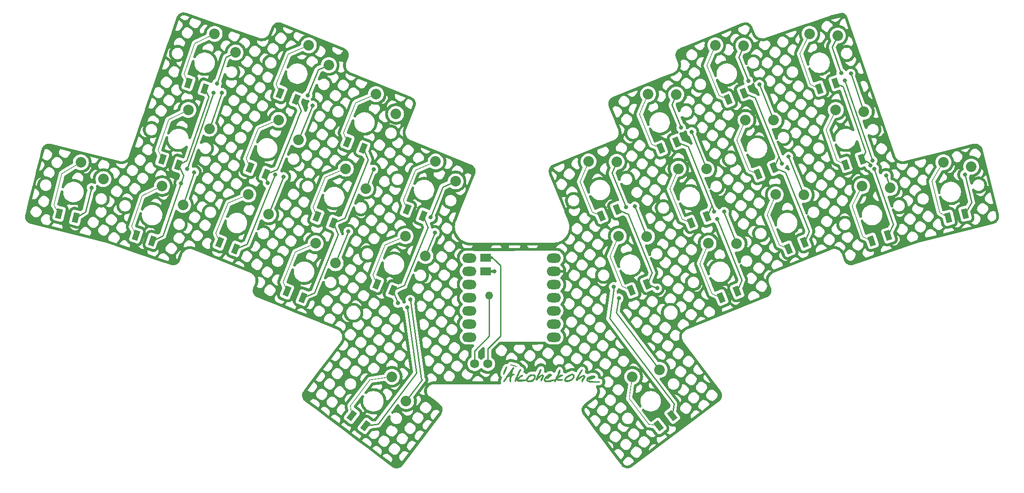
<source format=gbr>
%TF.GenerationSoftware,KiCad,Pcbnew,8.0.5*%
%TF.CreationDate,2024-09-08T16:16:33+10:00*%
%TF.ProjectId,akohekohe,616b6f68-656b-46f6-9865-2e6b69636164,0.1*%
%TF.SameCoordinates,Original*%
%TF.FileFunction,Copper,L1,Top*%
%TF.FilePolarity,Positive*%
%FSLAX46Y46*%
G04 Gerber Fmt 4.6, Leading zero omitted, Abs format (unit mm)*
G04 Created by KiCad (PCBNEW 8.0.5) date 2024-09-08 16:16:33*
%MOMM*%
%LPD*%
G01*
G04 APERTURE LIST*
G04 Aperture macros list*
%AMRotRect*
0 Rectangle, with rotation*
0 The origin of the aperture is its center*
0 $1 length*
0 $2 width*
0 $3 Rotation angle, in degrees counterclockwise*
0 Add horizontal line*
21,1,$1,$2,0,0,$3*%
%AMFreePoly0*
4,1,22,0.550000,-0.458076,1.395962,-1.304038,1.410052,-1.325125,1.410052,-1.325126,1.415000,-1.350000,1.415000,-7.600000,1.410053,-7.624874,1.395962,-7.645962,-1.604038,-10.645962,-1.625125,-10.660052,-1.674875,-10.660052,-1.710052,-10.624875,-1.710052,-10.575125,-1.695962,-10.554038,1.285000,-7.573076,1.285000,-1.376924,0.550000,-0.641924,0.550000,-0.950000,-0.550000,-0.950000,-0.550000,0.950000,
0.550000,0.950000,0.550000,-0.458076,0.550000,-0.458076,$1*%
%AMFreePoly1*
4,1,13,0.750000,-1.050000,0.228600,-1.050000,0.228600,-1.335200,0.213955,-1.370555,0.178600,-1.385200,-0.177000,-1.385200,-0.212355,-1.370555,-0.227000,-1.335200,-0.227000,-1.050000,-0.750000,-1.050000,-0.750000,1.050000,0.750000,1.050000,0.750000,-1.050000,0.750000,-1.050000,$1*%
%AMFreePoly2*
4,1,13,0.750000,-1.050000,0.229000,-1.050000,0.229000,-1.335200,0.214355,-1.370555,0.179000,-1.385200,-0.176600,-1.385200,-0.211955,-1.370555,-0.226600,-1.335200,-0.226600,-1.050000,-0.750000,-1.050000,-0.750000,1.050000,0.750000,1.050000,0.750000,-1.050000,0.750000,-1.050000,$1*%
G04 Aperture macros list end*
%TA.AperFunction,EtchedComponent*%
%ADD10C,0.150000*%
%TD*%
%TA.AperFunction,EtchedComponent*%
%ADD11C,0.000000*%
%TD*%
%TA.AperFunction,SMDPad,CuDef*%
%ADD12RotRect,1.100000X1.900000X202.000000*%
%TD*%
%TA.AperFunction,ComponentPad*%
%ADD13C,2.032000*%
%TD*%
%TA.AperFunction,SMDPad,CuDef*%
%ADD14FreePoly0,202.000000*%
%TD*%
%TA.AperFunction,SMDPad,CuDef*%
%ADD15RotRect,1.100000X1.900000X199.000000*%
%TD*%
%TA.AperFunction,SMDPad,CuDef*%
%ADD16FreePoly0,199.000000*%
%TD*%
%TA.AperFunction,SMDPad,CuDef*%
%ADD17RotRect,1.100000X1.900000X158.000000*%
%TD*%
%TA.AperFunction,SMDPad,CuDef*%
%ADD18FreePoly0,158.000000*%
%TD*%
%TA.AperFunction,SMDPad,CuDef*%
%ADD19RotRect,1.100000X1.900000X194.000000*%
%TD*%
%TA.AperFunction,SMDPad,CuDef*%
%ADD20FreePoly0,194.000000*%
%TD*%
%TA.AperFunction,SMDPad,CuDef*%
%ADD21FreePoly1,90.000000*%
%TD*%
%TA.AperFunction,SMDPad,CuDef*%
%ADD22FreePoly2,90.000000*%
%TD*%
%TA.AperFunction,SMDPad,CuDef*%
%ADD23RotRect,1.100000X1.900000X161.000000*%
%TD*%
%TA.AperFunction,SMDPad,CuDef*%
%ADD24FreePoly0,161.000000*%
%TD*%
%TA.AperFunction,SMDPad,CuDef*%
%ADD25RotRect,1.100000X1.900000X217.000000*%
%TD*%
%TA.AperFunction,SMDPad,CuDef*%
%ADD26FreePoly0,217.000000*%
%TD*%
%TA.AperFunction,ComponentPad*%
%ADD27C,1.752600*%
%TD*%
%TA.AperFunction,ComponentPad*%
%ADD28O,2.750000X1.800000*%
%TD*%
%TA.AperFunction,SMDPad,CuDef*%
%ADD29RotRect,1.100000X1.900000X143.000000*%
%TD*%
%TA.AperFunction,SMDPad,CuDef*%
%ADD30FreePoly0,143.000000*%
%TD*%
%TA.AperFunction,ComponentPad*%
%ADD31O,1.500000X1.500000*%
%TD*%
%TA.AperFunction,SMDPad,CuDef*%
%ADD32RotRect,1.100000X1.900000X166.000000*%
%TD*%
%TA.AperFunction,SMDPad,CuDef*%
%ADD33FreePoly0,166.000000*%
%TD*%
%TA.AperFunction,ViaPad*%
%ADD34C,0.800000*%
%TD*%
%TA.AperFunction,Conductor*%
%ADD35C,0.250000*%
%TD*%
%TA.AperFunction,Conductor*%
%ADD36C,0.200000*%
%TD*%
G04 APERTURE END LIST*
D10*
%TO.C,G\u002A\u002A\u002A*%
X161351060Y-139632858D02*
X161353304Y-139712232D01*
X161320811Y-139824887D01*
X161256152Y-139955878D01*
X161248081Y-139969297D01*
X161176860Y-140102362D01*
X161120948Y-140236391D01*
X161100093Y-140308462D01*
X161075521Y-140421492D01*
X161040426Y-140571867D01*
X161007183Y-140707701D01*
X160977014Y-140834916D01*
X160957810Y-140929840D01*
X160953422Y-140973159D01*
X160953776Y-140973750D01*
X160992801Y-140972536D01*
X161082459Y-140957535D01*
X161166965Y-140939956D01*
X161284138Y-140918609D01*
X161371404Y-140911354D01*
X161401341Y-140916046D01*
X161430664Y-140953995D01*
X161405047Y-140997670D01*
X161318972Y-141051733D01*
X161166905Y-141120834D01*
X161151807Y-141127118D01*
X160873159Y-141242536D01*
X160821226Y-141515237D01*
X160776670Y-141756753D01*
X160747313Y-141937364D01*
X160731949Y-142069045D01*
X160729402Y-142163779D01*
X160738471Y-142233545D01*
X160746841Y-142262374D01*
X160760437Y-142354762D01*
X160730609Y-142393736D01*
X160672053Y-142371106D01*
X160630963Y-142326861D01*
X160588856Y-142220412D01*
X160573949Y-142058477D01*
X160586023Y-141855084D01*
X160624835Y-141624232D01*
X160644326Y-141540989D01*
X160673970Y-141418560D01*
X160693389Y-141329818D01*
X160698348Y-141294267D01*
X160663092Y-141303595D01*
X160574467Y-141333874D01*
X160448896Y-141379399D01*
X160393218Y-141400152D01*
X160094458Y-141512278D01*
X159814262Y-141924882D01*
X159685836Y-142110578D01*
X159590402Y-142238926D01*
X159521764Y-142316216D01*
X159473728Y-142348717D01*
X159440103Y-142342699D01*
X159423028Y-142321073D01*
X159429535Y-142267393D01*
X159474046Y-142167527D01*
X159549008Y-142034541D01*
X159646944Y-141881517D01*
X159760330Y-141721515D01*
X159789846Y-141682434D01*
X159864718Y-141578657D01*
X159918057Y-141493537D01*
X159935650Y-141454129D01*
X159966562Y-141396553D01*
X160030860Y-141318964D01*
X160044516Y-141304974D01*
X160097061Y-141243528D01*
X160155813Y-141168006D01*
X160341100Y-141168006D01*
X160373029Y-141169269D01*
X160455946Y-141152656D01*
X160533365Y-141132418D01*
X160671421Y-141079647D01*
X160749217Y-141018392D01*
X160757477Y-141003523D01*
X160781715Y-140926194D01*
X160806064Y-140818892D01*
X160826640Y-140704538D01*
X160839536Y-140606059D01*
X160840921Y-140546350D01*
X160836337Y-140538195D01*
X160807506Y-140565295D01*
X160745672Y-140637187D01*
X160662636Y-140738871D01*
X160570193Y-140855338D01*
X160480142Y-140971612D01*
X160404266Y-141072647D01*
X160354384Y-141143486D01*
X160341100Y-141168006D01*
X160155813Y-141168006D01*
X160160709Y-141161712D01*
X160185060Y-141130412D01*
X160301427Y-140975363D01*
X160439072Y-140788121D01*
X160590938Y-140578435D01*
X160749904Y-140356032D01*
X160908909Y-140130662D01*
X161060866Y-139912063D01*
X161116626Y-139830834D01*
X161197249Y-139719886D01*
X161265415Y-139638589D01*
X161308087Y-139602313D01*
X161311504Y-139601706D01*
X161351060Y-139632858D01*
%TA.AperFunction,EtchedComponent*%
G36*
X161351060Y-139632858D02*
G01*
X161353304Y-139712232D01*
X161320811Y-139824887D01*
X161256152Y-139955878D01*
X161248081Y-139969297D01*
X161176860Y-140102362D01*
X161120948Y-140236391D01*
X161100093Y-140308462D01*
X161075521Y-140421492D01*
X161040426Y-140571867D01*
X161007183Y-140707701D01*
X160977014Y-140834916D01*
X160957810Y-140929840D01*
X160953422Y-140973159D01*
X160953776Y-140973750D01*
X160992801Y-140972536D01*
X161082459Y-140957535D01*
X161166965Y-140939956D01*
X161284138Y-140918609D01*
X161371404Y-140911354D01*
X161401341Y-140916046D01*
X161430664Y-140953995D01*
X161405047Y-140997670D01*
X161318972Y-141051733D01*
X161166905Y-141120834D01*
X161151807Y-141127118D01*
X160873159Y-141242536D01*
X160821226Y-141515237D01*
X160776670Y-141756753D01*
X160747313Y-141937364D01*
X160731949Y-142069045D01*
X160729402Y-142163779D01*
X160738471Y-142233545D01*
X160746841Y-142262374D01*
X160760437Y-142354762D01*
X160730609Y-142393736D01*
X160672053Y-142371106D01*
X160630963Y-142326861D01*
X160588856Y-142220412D01*
X160573949Y-142058477D01*
X160586023Y-141855084D01*
X160624835Y-141624232D01*
X160644326Y-141540989D01*
X160673970Y-141418560D01*
X160693389Y-141329818D01*
X160698348Y-141294267D01*
X160663092Y-141303595D01*
X160574467Y-141333874D01*
X160448896Y-141379399D01*
X160393218Y-141400152D01*
X160094458Y-141512278D01*
X159814262Y-141924882D01*
X159685836Y-142110578D01*
X159590402Y-142238926D01*
X159521764Y-142316216D01*
X159473728Y-142348717D01*
X159440103Y-142342699D01*
X159423028Y-142321073D01*
X159429535Y-142267393D01*
X159474046Y-142167527D01*
X159549008Y-142034541D01*
X159646944Y-141881517D01*
X159760330Y-141721515D01*
X159789846Y-141682434D01*
X159864718Y-141578657D01*
X159918057Y-141493537D01*
X159935650Y-141454129D01*
X159966562Y-141396553D01*
X160030860Y-141318964D01*
X160044516Y-141304974D01*
X160097061Y-141243528D01*
X160155813Y-141168006D01*
X160341100Y-141168006D01*
X160373029Y-141169269D01*
X160455946Y-141152656D01*
X160533365Y-141132418D01*
X160671421Y-141079647D01*
X160749217Y-141018392D01*
X160757477Y-141003523D01*
X160781715Y-140926194D01*
X160806064Y-140818892D01*
X160826640Y-140704538D01*
X160839536Y-140606059D01*
X160840921Y-140546350D01*
X160836337Y-140538195D01*
X160807506Y-140565295D01*
X160745672Y-140637187D01*
X160662636Y-140738871D01*
X160570193Y-140855338D01*
X160480142Y-140971612D01*
X160404266Y-141072647D01*
X160354384Y-141143486D01*
X160341100Y-141168006D01*
X160155813Y-141168006D01*
X160160709Y-141161712D01*
X160185060Y-141130412D01*
X160301427Y-140975363D01*
X160439072Y-140788121D01*
X160590938Y-140578435D01*
X160749904Y-140356032D01*
X160908909Y-140130662D01*
X161060866Y-139912063D01*
X161116626Y-139830834D01*
X161197249Y-139719886D01*
X161265415Y-139638589D01*
X161308087Y-139602313D01*
X161311504Y-139601706D01*
X161351060Y-139632858D01*
G37*
%TD.AperFunction*%
X176698488Y-141248021D02*
X176825231Y-141287043D01*
X176858264Y-141304215D01*
X176945402Y-141379689D01*
X176963997Y-141465102D01*
X176918918Y-141556421D01*
X176815029Y-141649614D01*
X176657172Y-141740649D01*
X176450220Y-141825488D01*
X176199018Y-141900104D01*
X176117233Y-141919552D01*
X175926525Y-141949122D01*
X175783541Y-141943063D01*
X175694765Y-141902788D01*
X175666705Y-141829778D01*
X175667525Y-141820428D01*
X175668174Y-141777026D01*
X175644667Y-141786991D01*
X175599723Y-141835727D01*
X175544690Y-141933126D01*
X175530773Y-142019247D01*
X175574569Y-142105127D01*
X175688184Y-142179815D01*
X175867460Y-142242461D01*
X176108212Y-142292158D01*
X176406291Y-142328084D01*
X176757510Y-142349327D01*
X177141218Y-142355119D01*
X177397420Y-142355739D01*
X177585535Y-142360259D01*
X177712130Y-142369067D01*
X177783754Y-142382575D01*
X177805450Y-142396232D01*
X177793876Y-142439256D01*
X177727518Y-142474983D01*
X177653049Y-142486625D01*
X177518233Y-142494695D01*
X177337352Y-142499378D01*
X177124676Y-142500841D01*
X176894475Y-142499254D01*
X176661022Y-142494790D01*
X176438592Y-142487619D01*
X176241452Y-142477911D01*
X176083883Y-142465838D01*
X175993702Y-142454205D01*
X175731950Y-142389704D01*
X175537377Y-142302416D01*
X175411269Y-142193560D01*
X175354866Y-142064375D01*
X175369427Y-141916094D01*
X175390775Y-141861526D01*
X175463453Y-141757925D01*
X175735857Y-141757925D01*
X175770503Y-141762960D01*
X175858177Y-141750919D01*
X176006254Y-141721714D01*
X176141740Y-141692754D01*
X176315914Y-141650503D01*
X176479789Y-141603005D01*
X176607665Y-141558013D01*
X176647087Y-141540371D01*
X176794703Y-141465569D01*
X176551345Y-141475317D01*
X176336081Y-141500270D01*
X176116771Y-141553412D01*
X175921144Y-141626579D01*
X175796182Y-141696990D01*
X175746865Y-141735907D01*
X175735857Y-141757925D01*
X175463453Y-141757925D01*
X175469957Y-141748653D01*
X175496615Y-141710625D01*
X175666211Y-141568505D01*
X175888610Y-141441753D01*
X176152888Y-141336969D01*
X176352646Y-141281225D01*
X176547949Y-141246401D01*
X176698488Y-141248021D01*
%TA.AperFunction,EtchedComponent*%
G36*
X176698488Y-141248021D02*
G01*
X176825231Y-141287043D01*
X176858264Y-141304215D01*
X176945402Y-141379689D01*
X176963997Y-141465102D01*
X176918918Y-141556421D01*
X176815029Y-141649614D01*
X176657172Y-141740649D01*
X176450220Y-141825488D01*
X176199018Y-141900104D01*
X176117233Y-141919552D01*
X175926525Y-141949122D01*
X175783541Y-141943063D01*
X175694765Y-141902788D01*
X175666705Y-141829778D01*
X175667525Y-141820428D01*
X175668174Y-141777026D01*
X175644667Y-141786991D01*
X175599723Y-141835727D01*
X175544690Y-141933126D01*
X175530773Y-142019247D01*
X175574569Y-142105127D01*
X175688184Y-142179815D01*
X175867460Y-142242461D01*
X176108212Y-142292158D01*
X176406291Y-142328084D01*
X176757510Y-142349327D01*
X177141218Y-142355119D01*
X177397420Y-142355739D01*
X177585535Y-142360259D01*
X177712130Y-142369067D01*
X177783754Y-142382575D01*
X177805450Y-142396232D01*
X177793876Y-142439256D01*
X177727518Y-142474983D01*
X177653049Y-142486625D01*
X177518233Y-142494695D01*
X177337352Y-142499378D01*
X177124676Y-142500841D01*
X176894475Y-142499254D01*
X176661022Y-142494790D01*
X176438592Y-142487619D01*
X176241452Y-142477911D01*
X176083883Y-142465838D01*
X175993702Y-142454205D01*
X175731950Y-142389704D01*
X175537377Y-142302416D01*
X175411269Y-142193560D01*
X175354866Y-142064375D01*
X175369427Y-141916094D01*
X175390775Y-141861526D01*
X175463453Y-141757925D01*
X175735857Y-141757925D01*
X175770503Y-141762960D01*
X175858177Y-141750919D01*
X176006254Y-141721714D01*
X176141740Y-141692754D01*
X176315914Y-141650503D01*
X176479789Y-141603005D01*
X176607665Y-141558013D01*
X176647087Y-141540371D01*
X176794703Y-141465569D01*
X176551345Y-141475317D01*
X176336081Y-141500270D01*
X176116771Y-141553412D01*
X175921144Y-141626579D01*
X175796182Y-141696990D01*
X175746865Y-141735907D01*
X175735857Y-141757925D01*
X175463453Y-141757925D01*
X175469957Y-141748653D01*
X175496615Y-141710625D01*
X175666211Y-141568505D01*
X175888610Y-141441753D01*
X176152888Y-141336969D01*
X176352646Y-141281225D01*
X176547949Y-141246401D01*
X176698488Y-141248021D01*
G37*
%TD.AperFunction*%
X168456288Y-140928004D02*
X168544121Y-140995748D01*
X168547036Y-141000116D01*
X168579684Y-141088762D01*
X168561260Y-141150182D01*
X168514361Y-141203047D01*
X168423927Y-141284302D01*
X168304350Y-141382964D01*
X168170025Y-141488022D01*
X168035346Y-141588476D01*
X167914702Y-141673319D01*
X167822491Y-141731566D01*
X167773580Y-141752224D01*
X167724173Y-141729275D01*
X167730472Y-141670622D01*
X167786863Y-141583229D01*
X167887749Y-141474057D01*
X168027489Y-141350098D01*
X168200507Y-141218300D01*
X168207096Y-141213626D01*
X168322061Y-141132360D01*
X168189234Y-141190003D01*
X168013302Y-141282805D01*
X167836793Y-141404507D01*
X167671236Y-141543722D01*
X167528152Y-141689060D01*
X167419085Y-141829134D01*
X167355555Y-141952554D01*
X167344458Y-142024516D01*
X167357327Y-142087480D01*
X167395761Y-142129312D01*
X167477979Y-142164079D01*
X167556390Y-142187518D01*
X167713561Y-142217719D01*
X167893057Y-142222798D01*
X168106517Y-142201612D01*
X168365587Y-142153034D01*
X168672930Y-142078257D01*
X168838372Y-142038806D01*
X168981501Y-142011937D01*
X169084298Y-142000578D01*
X169124030Y-142004025D01*
X169155622Y-142038913D01*
X169122154Y-142083886D01*
X169032106Y-142135822D01*
X168893951Y-142191578D01*
X168716155Y-142248024D01*
X168507192Y-142302029D01*
X168275537Y-142350461D01*
X168112821Y-142378072D01*
X167913069Y-142406019D01*
X167766254Y-142417863D01*
X167652250Y-142413051D01*
X167550923Y-142391033D01*
X167464636Y-142360332D01*
X167312436Y-142270397D01*
X167204948Y-142146592D01*
X167165110Y-142047076D01*
X167175167Y-141920120D01*
X167252885Y-141764131D01*
X167397595Y-141580236D01*
X167534630Y-141439122D01*
X167768430Y-141230030D01*
X167920270Y-141117964D01*
X168341252Y-141117964D01*
X168359265Y-141137273D01*
X168378582Y-141119265D01*
X168360568Y-141099951D01*
X168341252Y-141117964D01*
X167920270Y-141117964D01*
X167939288Y-141103928D01*
X167981960Y-141072434D01*
X168170746Y-140968278D01*
X168330343Y-140919488D01*
X168456288Y-140928004D01*
%TA.AperFunction,EtchedComponent*%
G36*
X168456288Y-140928004D02*
G01*
X168544121Y-140995748D01*
X168547036Y-141000116D01*
X168579684Y-141088762D01*
X168561260Y-141150182D01*
X168514361Y-141203047D01*
X168423927Y-141284302D01*
X168304350Y-141382964D01*
X168170025Y-141488022D01*
X168035346Y-141588476D01*
X167914702Y-141673319D01*
X167822491Y-141731566D01*
X167773580Y-141752224D01*
X167724173Y-141729275D01*
X167730472Y-141670622D01*
X167786863Y-141583229D01*
X167887749Y-141474057D01*
X168027489Y-141350098D01*
X168200507Y-141218300D01*
X168207096Y-141213626D01*
X168322061Y-141132360D01*
X168189234Y-141190003D01*
X168013302Y-141282805D01*
X167836793Y-141404507D01*
X167671236Y-141543722D01*
X167528152Y-141689060D01*
X167419085Y-141829134D01*
X167355555Y-141952554D01*
X167344458Y-142024516D01*
X167357327Y-142087480D01*
X167395761Y-142129312D01*
X167477979Y-142164079D01*
X167556390Y-142187518D01*
X167713561Y-142217719D01*
X167893057Y-142222798D01*
X168106517Y-142201612D01*
X168365587Y-142153034D01*
X168672930Y-142078257D01*
X168838372Y-142038806D01*
X168981501Y-142011937D01*
X169084298Y-142000578D01*
X169124030Y-142004025D01*
X169155622Y-142038913D01*
X169122154Y-142083886D01*
X169032106Y-142135822D01*
X168893951Y-142191578D01*
X168716155Y-142248024D01*
X168507192Y-142302029D01*
X168275537Y-142350461D01*
X168112821Y-142378072D01*
X167913069Y-142406019D01*
X167766254Y-142417863D01*
X167652250Y-142413051D01*
X167550923Y-142391033D01*
X167464636Y-142360332D01*
X167312436Y-142270397D01*
X167204948Y-142146592D01*
X167165110Y-142047076D01*
X167175167Y-141920120D01*
X167252885Y-141764131D01*
X167397595Y-141580236D01*
X167534630Y-141439122D01*
X167768430Y-141230030D01*
X167920270Y-141117964D01*
X168341252Y-141117964D01*
X168359265Y-141137273D01*
X168378582Y-141119265D01*
X168360568Y-141099951D01*
X168341252Y-141117964D01*
X167920270Y-141117964D01*
X167939288Y-141103928D01*
X167981960Y-141072434D01*
X168170746Y-140968278D01*
X168330343Y-140919488D01*
X168456288Y-140928004D01*
G37*
%TD.AperFunction*%
X166596539Y-139979042D02*
X166618047Y-140038076D01*
X166596164Y-140156694D01*
X166531196Y-140333931D01*
X166423485Y-140568783D01*
X166393169Y-140629882D01*
X166298124Y-140820998D01*
X166198208Y-141024767D01*
X166108605Y-141210198D01*
X166068733Y-141294082D01*
X165933097Y-141582201D01*
X166173186Y-141394870D01*
X166339896Y-141276647D01*
X166512337Y-141174452D01*
X166672837Y-141097224D01*
X166803730Y-141053937D01*
X166858016Y-141047845D01*
X166946827Y-141083259D01*
X167021499Y-141166676D01*
X167061145Y-141271759D01*
X167062996Y-141306926D01*
X167044580Y-141397106D01*
X167001866Y-141521102D01*
X166962705Y-141611761D01*
X166889689Y-141766377D01*
X166808896Y-141938192D01*
X166767606Y-142026296D01*
X166704815Y-142157929D01*
X166663487Y-142231437D01*
X166634135Y-142256689D01*
X166607275Y-142243554D01*
X166584694Y-142216577D01*
X166559343Y-142144183D01*
X166570087Y-142033075D01*
X166618683Y-141876180D01*
X166706889Y-141666405D01*
X166737879Y-141599461D01*
X166816647Y-141427189D01*
X166862021Y-141312414D01*
X166875076Y-141246298D01*
X166856907Y-141220075D01*
X166808609Y-141224915D01*
X166783320Y-141232826D01*
X166605466Y-141319036D01*
X166391837Y-141468055D01*
X166144579Y-141678333D01*
X166018955Y-141796339D01*
X165880450Y-141927878D01*
X165783927Y-142012895D01*
X165719187Y-142058335D01*
X165676042Y-142071142D01*
X165644294Y-142058256D01*
X165639857Y-142054510D01*
X165592606Y-141987233D01*
X165583840Y-141947926D01*
X165600329Y-141896340D01*
X165644414Y-141791280D01*
X165710181Y-141646050D01*
X165791697Y-141473936D01*
X165831467Y-141392212D01*
X165936320Y-141173677D01*
X166045225Y-140938484D01*
X166145995Y-140713474D01*
X166226399Y-140525439D01*
X166233154Y-140508960D01*
X166330486Y-140289600D01*
X166420836Y-140123681D01*
X166500638Y-140016398D01*
X166566328Y-139972952D01*
X166596539Y-139979042D01*
%TA.AperFunction,EtchedComponent*%
G36*
X166596539Y-139979042D02*
G01*
X166618047Y-140038076D01*
X166596164Y-140156694D01*
X166531196Y-140333931D01*
X166423485Y-140568783D01*
X166393169Y-140629882D01*
X166298124Y-140820998D01*
X166198208Y-141024767D01*
X166108605Y-141210198D01*
X166068733Y-141294082D01*
X165933097Y-141582201D01*
X166173186Y-141394870D01*
X166339896Y-141276647D01*
X166512337Y-141174452D01*
X166672837Y-141097224D01*
X166803730Y-141053937D01*
X166858016Y-141047845D01*
X166946827Y-141083259D01*
X167021499Y-141166676D01*
X167061145Y-141271759D01*
X167062996Y-141306926D01*
X167044580Y-141397106D01*
X167001866Y-141521102D01*
X166962705Y-141611761D01*
X166889689Y-141766377D01*
X166808896Y-141938192D01*
X166767606Y-142026296D01*
X166704815Y-142157929D01*
X166663487Y-142231437D01*
X166634135Y-142256689D01*
X166607275Y-142243554D01*
X166584694Y-142216577D01*
X166559343Y-142144183D01*
X166570087Y-142033075D01*
X166618683Y-141876180D01*
X166706889Y-141666405D01*
X166737879Y-141599461D01*
X166816647Y-141427189D01*
X166862021Y-141312414D01*
X166875076Y-141246298D01*
X166856907Y-141220075D01*
X166808609Y-141224915D01*
X166783320Y-141232826D01*
X166605466Y-141319036D01*
X166391837Y-141468055D01*
X166144579Y-141678333D01*
X166018955Y-141796339D01*
X165880450Y-141927878D01*
X165783927Y-142012895D01*
X165719187Y-142058335D01*
X165676042Y-142071142D01*
X165644294Y-142058256D01*
X165639857Y-142054510D01*
X165592606Y-141987233D01*
X165583840Y-141947926D01*
X165600329Y-141896340D01*
X165644414Y-141791280D01*
X165710181Y-141646050D01*
X165791697Y-141473936D01*
X165831467Y-141392212D01*
X165936320Y-141173677D01*
X166045225Y-140938484D01*
X166145995Y-140713474D01*
X166226399Y-140525439D01*
X166233154Y-140508960D01*
X166330486Y-140289600D01*
X166420836Y-140123681D01*
X166500638Y-140016398D01*
X166566328Y-139972952D01*
X166596539Y-139979042D01*
G37*
%TD.AperFunction*%
X174509138Y-140068125D02*
X174512041Y-140071028D01*
X174513987Y-140104572D01*
X174489373Y-140177461D01*
X174435824Y-140294525D01*
X174350964Y-140460599D01*
X174232427Y-140680505D01*
X174077835Y-140959096D01*
X174062028Y-140987286D01*
X173572017Y-141860651D01*
X173774726Y-141699844D01*
X174032705Y-141502931D01*
X174249925Y-141355240D01*
X174436279Y-141251063D01*
X174601649Y-141184687D01*
X174714902Y-141156806D01*
X174844337Y-141166318D01*
X174948989Y-141232920D01*
X175010319Y-141340620D01*
X175018553Y-141419256D01*
X174999441Y-141491658D01*
X174952427Y-141608034D01*
X174885385Y-141753214D01*
X174806251Y-141912022D01*
X174722874Y-142069308D01*
X174643179Y-142209866D01*
X174575054Y-142318535D01*
X174526391Y-142380144D01*
X174514313Y-142388160D01*
X174468510Y-142369607D01*
X174452241Y-142341081D01*
X174454239Y-142255663D01*
X174497381Y-142113531D01*
X174579985Y-141919196D01*
X174695498Y-141686472D01*
X174760959Y-141555997D01*
X174810203Y-141447802D01*
X174834531Y-141381302D01*
X174835694Y-141373842D01*
X174810863Y-141329883D01*
X174737467Y-141329415D01*
X174624154Y-141367962D01*
X174479583Y-141440978D01*
X174312435Y-141543961D01*
X174131344Y-141672413D01*
X173944984Y-141821805D01*
X173898344Y-141862103D01*
X173735672Y-142002419D01*
X173617285Y-142096651D01*
X173533243Y-142150058D01*
X173473592Y-142167931D01*
X173428388Y-142155502D01*
X173396556Y-142127976D01*
X173364865Y-142072532D01*
X173361955Y-141996699D01*
X173390803Y-141891211D01*
X173454401Y-141746806D01*
X173555726Y-141554200D01*
X173615714Y-141447063D01*
X173732456Y-141236903D01*
X173856645Y-141006158D01*
X173972788Y-140783984D01*
X174058909Y-140612852D01*
X174172519Y-140398164D01*
X174279021Y-140230761D01*
X174373739Y-140116230D01*
X174452001Y-140060157D01*
X174509138Y-140068125D01*
%TA.AperFunction,EtchedComponent*%
G36*
X174509138Y-140068125D02*
G01*
X174512041Y-140071028D01*
X174513987Y-140104572D01*
X174489373Y-140177461D01*
X174435824Y-140294525D01*
X174350964Y-140460599D01*
X174232427Y-140680505D01*
X174077835Y-140959096D01*
X174062028Y-140987286D01*
X173572017Y-141860651D01*
X173774726Y-141699844D01*
X174032705Y-141502931D01*
X174249925Y-141355240D01*
X174436279Y-141251063D01*
X174601649Y-141184687D01*
X174714902Y-141156806D01*
X174844337Y-141166318D01*
X174948989Y-141232920D01*
X175010319Y-141340620D01*
X175018553Y-141419256D01*
X174999441Y-141491658D01*
X174952427Y-141608034D01*
X174885385Y-141753214D01*
X174806251Y-141912022D01*
X174722874Y-142069308D01*
X174643179Y-142209866D01*
X174575054Y-142318535D01*
X174526391Y-142380144D01*
X174514313Y-142388160D01*
X174468510Y-142369607D01*
X174452241Y-142341081D01*
X174454239Y-142255663D01*
X174497381Y-142113531D01*
X174579985Y-141919196D01*
X174695498Y-141686472D01*
X174760959Y-141555997D01*
X174810203Y-141447802D01*
X174834531Y-141381302D01*
X174835694Y-141373842D01*
X174810863Y-141329883D01*
X174737467Y-141329415D01*
X174624154Y-141367962D01*
X174479583Y-141440978D01*
X174312435Y-141543961D01*
X174131344Y-141672413D01*
X173944984Y-141821805D01*
X173898344Y-141862103D01*
X173735672Y-142002419D01*
X173617285Y-142096651D01*
X173533243Y-142150058D01*
X173473592Y-142167931D01*
X173428388Y-142155502D01*
X173396556Y-142127976D01*
X173364865Y-142072532D01*
X173361955Y-141996699D01*
X173390803Y-141891211D01*
X173454401Y-141746806D01*
X173555726Y-141554200D01*
X173615714Y-141447063D01*
X173732456Y-141236903D01*
X173856645Y-141006158D01*
X173972788Y-140783984D01*
X174058909Y-140612852D01*
X174172519Y-140398164D01*
X174279021Y-140230761D01*
X174373739Y-140116230D01*
X174452001Y-140060157D01*
X174509138Y-140068125D01*
G37*
%TD.AperFunction*%
X165270814Y-141060465D02*
X165368135Y-141147870D01*
X165383057Y-141165470D01*
X165456840Y-141273535D01*
X165485909Y-141379638D01*
X165487323Y-141477456D01*
X165442742Y-141700959D01*
X165333326Y-141914418D01*
X165168847Y-142105098D01*
X164959122Y-142260265D01*
X164837537Y-142321777D01*
X164698977Y-142364556D01*
X164525934Y-142393590D01*
X164342941Y-142407397D01*
X164174547Y-142404488D01*
X164045281Y-142383357D01*
X164014897Y-142371897D01*
X163921994Y-142302973D01*
X163834304Y-142198946D01*
X163770962Y-142086731D01*
X163750606Y-142000104D01*
X163782080Y-141853943D01*
X163869591Y-141694254D01*
X164017649Y-141513903D01*
X164129669Y-141400261D01*
X164315673Y-141233601D01*
X164472912Y-141123656D01*
X164612578Y-141064089D01*
X164745878Y-141048478D01*
X164747337Y-141048525D01*
X164843866Y-141071245D01*
X164910408Y-141121009D01*
X164928443Y-141181251D01*
X164919438Y-141202403D01*
X164866164Y-141230589D01*
X164801387Y-141237293D01*
X164658033Y-141263941D01*
X164491174Y-141347621D01*
X164314656Y-141480737D01*
X164248624Y-141542006D01*
X164106342Y-141687626D01*
X164013450Y-141801023D01*
X163960701Y-141896260D01*
X163938855Y-141987398D01*
X163936932Y-142016104D01*
X163943806Y-142099176D01*
X163985546Y-142148612D01*
X164067222Y-142185196D01*
X164248118Y-142219870D01*
X164461812Y-142211862D01*
X164683655Y-142166247D01*
X164888983Y-142088101D01*
X165053138Y-141982487D01*
X165053208Y-141982431D01*
X165166162Y-141853920D01*
X165247899Y-141701437D01*
X165293660Y-141543349D01*
X165298682Y-141398015D01*
X165258194Y-141283803D01*
X165240105Y-141261955D01*
X165159545Y-141190501D01*
X165106569Y-141152197D01*
X165063688Y-141100017D01*
X165083606Y-141052522D01*
X165155521Y-141027149D01*
X165184536Y-141026406D01*
X165270814Y-141060465D01*
%TA.AperFunction,EtchedComponent*%
G36*
X165270814Y-141060465D02*
G01*
X165368135Y-141147870D01*
X165383057Y-141165470D01*
X165456840Y-141273535D01*
X165485909Y-141379638D01*
X165487323Y-141477456D01*
X165442742Y-141700959D01*
X165333326Y-141914418D01*
X165168847Y-142105098D01*
X164959122Y-142260265D01*
X164837537Y-142321777D01*
X164698977Y-142364556D01*
X164525934Y-142393590D01*
X164342941Y-142407397D01*
X164174547Y-142404488D01*
X164045281Y-142383357D01*
X164014897Y-142371897D01*
X163921994Y-142302973D01*
X163834304Y-142198946D01*
X163770962Y-142086731D01*
X163750606Y-142000104D01*
X163782080Y-141853943D01*
X163869591Y-141694254D01*
X164017649Y-141513903D01*
X164129669Y-141400261D01*
X164315673Y-141233601D01*
X164472912Y-141123656D01*
X164612578Y-141064089D01*
X164745878Y-141048478D01*
X164747337Y-141048525D01*
X164843866Y-141071245D01*
X164910408Y-141121009D01*
X164928443Y-141181251D01*
X164919438Y-141202403D01*
X164866164Y-141230589D01*
X164801387Y-141237293D01*
X164658033Y-141263941D01*
X164491174Y-141347621D01*
X164314656Y-141480737D01*
X164248624Y-141542006D01*
X164106342Y-141687626D01*
X164013450Y-141801023D01*
X163960701Y-141896260D01*
X163938855Y-141987398D01*
X163936932Y-142016104D01*
X163943806Y-142099176D01*
X163985546Y-142148612D01*
X164067222Y-142185196D01*
X164248118Y-142219870D01*
X164461812Y-142211862D01*
X164683655Y-142166247D01*
X164888983Y-142088101D01*
X165053138Y-141982487D01*
X165053208Y-141982431D01*
X165166162Y-141853920D01*
X165247899Y-141701437D01*
X165293660Y-141543349D01*
X165298682Y-141398015D01*
X165258194Y-141283803D01*
X165240105Y-141261955D01*
X165159545Y-141190501D01*
X165106569Y-141152197D01*
X165063688Y-141100017D01*
X165083606Y-141052522D01*
X165155521Y-141027149D01*
X165184536Y-141026406D01*
X165270814Y-141060465D01*
G37*
%TD.AperFunction*%
X170181432Y-140126866D02*
X170222297Y-140180002D01*
X170225712Y-140291940D01*
X170193061Y-140457686D01*
X170125756Y-140672218D01*
X170025179Y-140930537D01*
X169892719Y-141227633D01*
X169850654Y-141315955D01*
X169781716Y-141458830D01*
X169966243Y-141334173D01*
X170182013Y-141204649D01*
X170373752Y-141121723D01*
X170533755Y-141087437D01*
X170654339Y-141103828D01*
X170704047Y-141138311D01*
X170724910Y-141185675D01*
X170686796Y-141227889D01*
X170583316Y-141270241D01*
X170521776Y-141288508D01*
X170387804Y-141338278D01*
X170234972Y-141414325D01*
X170077862Y-141506825D01*
X169931098Y-141605972D01*
X169809291Y-141701949D01*
X169727048Y-141784938D01*
X169698887Y-141841289D01*
X169715212Y-141881363D01*
X169772728Y-141910612D01*
X169879423Y-141930430D01*
X170043321Y-141942190D01*
X170272445Y-141947267D01*
X170316408Y-141947558D01*
X170523528Y-141951245D01*
X170663068Y-141960411D01*
X170742004Y-141975754D01*
X170766709Y-141994372D01*
X170750466Y-142044774D01*
X170666577Y-142087633D01*
X170512532Y-142123865D01*
X170352497Y-142146892D01*
X170070450Y-142161162D01*
X169841183Y-142130676D01*
X169668152Y-142056032D01*
X169622698Y-142020676D01*
X169518315Y-141926429D01*
X169413623Y-142146446D01*
X169346092Y-142277827D01*
X169295419Y-142346768D01*
X169253573Y-142361238D01*
X169220564Y-142338461D01*
X169203921Y-142307478D01*
X169204336Y-142259983D01*
X169225340Y-142186961D01*
X169270440Y-142079408D01*
X169343173Y-141928296D01*
X169447059Y-141724616D01*
X169500877Y-141621132D01*
X169642897Y-141336524D01*
X169766542Y-141064145D01*
X169863636Y-140822691D01*
X169911630Y-140681426D01*
X169988949Y-140441738D01*
X170054901Y-140271789D01*
X170111325Y-140167787D01*
X170160054Y-140125923D01*
X170181432Y-140126866D01*
%TA.AperFunction,EtchedComponent*%
G36*
X170181432Y-140126866D02*
G01*
X170222297Y-140180002D01*
X170225712Y-140291940D01*
X170193061Y-140457686D01*
X170125756Y-140672218D01*
X170025179Y-140930537D01*
X169892719Y-141227633D01*
X169850654Y-141315955D01*
X169781716Y-141458830D01*
X169966243Y-141334173D01*
X170182013Y-141204649D01*
X170373752Y-141121723D01*
X170533755Y-141087437D01*
X170654339Y-141103828D01*
X170704047Y-141138311D01*
X170724910Y-141185675D01*
X170686796Y-141227889D01*
X170583316Y-141270241D01*
X170521776Y-141288508D01*
X170387804Y-141338278D01*
X170234972Y-141414325D01*
X170077862Y-141506825D01*
X169931098Y-141605972D01*
X169809291Y-141701949D01*
X169727048Y-141784938D01*
X169698887Y-141841289D01*
X169715212Y-141881363D01*
X169772728Y-141910612D01*
X169879423Y-141930430D01*
X170043321Y-141942190D01*
X170272445Y-141947267D01*
X170316408Y-141947558D01*
X170523528Y-141951245D01*
X170663068Y-141960411D01*
X170742004Y-141975754D01*
X170766709Y-141994372D01*
X170750466Y-142044774D01*
X170666577Y-142087633D01*
X170512532Y-142123865D01*
X170352497Y-142146892D01*
X170070450Y-142161162D01*
X169841183Y-142130676D01*
X169668152Y-142056032D01*
X169622698Y-142020676D01*
X169518315Y-141926429D01*
X169413623Y-142146446D01*
X169346092Y-142277827D01*
X169295419Y-142346768D01*
X169253573Y-142361238D01*
X169220564Y-142338461D01*
X169203921Y-142307478D01*
X169204336Y-142259983D01*
X169225340Y-142186961D01*
X169270440Y-142079408D01*
X169343173Y-141928296D01*
X169447059Y-141724616D01*
X169500877Y-141621132D01*
X169642897Y-141336524D01*
X169766542Y-141064145D01*
X169863636Y-140822691D01*
X169911630Y-140681426D01*
X169988949Y-140441738D01*
X170054901Y-140271789D01*
X170111325Y-140167787D01*
X170160054Y-140125923D01*
X170181432Y-140126866D01*
G37*
%TD.AperFunction*%
X172572787Y-140873287D02*
X172711997Y-140912373D01*
X172828970Y-141008584D01*
X172916349Y-141145797D01*
X172966824Y-141307954D01*
X172973017Y-141478941D01*
X172927602Y-141642680D01*
X172925691Y-141646648D01*
X172799951Y-141828782D01*
X172616408Y-141995734D01*
X172391558Y-142140106D01*
X172141889Y-142254532D01*
X171883898Y-142331623D01*
X171634079Y-142364000D01*
X171408925Y-142344277D01*
X171382162Y-142337456D01*
X171281290Y-142283091D01*
X171189037Y-142191450D01*
X171127015Y-142088054D01*
X171113256Y-142020694D01*
X171144848Y-141889153D01*
X171223501Y-141744981D01*
X171339215Y-141595690D01*
X171482027Y-141448849D01*
X171641942Y-141312004D01*
X171808983Y-141192684D01*
X171973162Y-141098440D01*
X172124507Y-141036820D01*
X172253014Y-141015338D01*
X172348712Y-141041568D01*
X172375492Y-141067006D01*
X172393846Y-141114897D01*
X172361362Y-141157907D01*
X172269338Y-141203739D01*
X172186895Y-141234087D01*
X171970561Y-141331386D01*
X171749236Y-141468458D01*
X171558447Y-141622646D01*
X171523765Y-141656958D01*
X171411908Y-141788192D01*
X171329636Y-141915026D01*
X171284415Y-142022909D01*
X171283725Y-142097291D01*
X171291501Y-142109061D01*
X171345628Y-142127394D01*
X171457292Y-142139060D01*
X171609485Y-142142436D01*
X171638623Y-142142069D01*
X171920610Y-142112354D01*
X172188910Y-142037899D01*
X172428085Y-141925646D01*
X172622695Y-141782506D01*
X172736040Y-141650206D01*
X172803873Y-141499554D01*
X172800771Y-141351252D01*
X172747815Y-141224364D01*
X172685250Y-141134987D01*
X172602801Y-141070862D01*
X172476160Y-141014250D01*
X172443069Y-141002164D01*
X172402372Y-140967104D01*
X172418613Y-140924342D01*
X172477355Y-140888235D01*
X172564154Y-140873128D01*
X172572787Y-140873287D01*
%TA.AperFunction,EtchedComponent*%
G36*
X172572787Y-140873287D02*
G01*
X172711997Y-140912373D01*
X172828970Y-141008584D01*
X172916349Y-141145797D01*
X172966824Y-141307954D01*
X172973017Y-141478941D01*
X172927602Y-141642680D01*
X172925691Y-141646648D01*
X172799951Y-141828782D01*
X172616408Y-141995734D01*
X172391558Y-142140106D01*
X172141889Y-142254532D01*
X171883898Y-142331623D01*
X171634079Y-142364000D01*
X171408925Y-142344277D01*
X171382162Y-142337456D01*
X171281290Y-142283091D01*
X171189037Y-142191450D01*
X171127015Y-142088054D01*
X171113256Y-142020694D01*
X171144848Y-141889153D01*
X171223501Y-141744981D01*
X171339215Y-141595690D01*
X171482027Y-141448849D01*
X171641942Y-141312004D01*
X171808983Y-141192684D01*
X171973162Y-141098440D01*
X172124507Y-141036820D01*
X172253014Y-141015338D01*
X172348712Y-141041568D01*
X172375492Y-141067006D01*
X172393846Y-141114897D01*
X172361362Y-141157907D01*
X172269338Y-141203739D01*
X172186895Y-141234087D01*
X171970561Y-141331386D01*
X171749236Y-141468458D01*
X171558447Y-141622646D01*
X171523765Y-141656958D01*
X171411908Y-141788192D01*
X171329636Y-141915026D01*
X171284415Y-142022909D01*
X171283725Y-142097291D01*
X171291501Y-142109061D01*
X171345628Y-142127394D01*
X171457292Y-142139060D01*
X171609485Y-142142436D01*
X171638623Y-142142069D01*
X171920610Y-142112354D01*
X172188910Y-142037899D01*
X172428085Y-141925646D01*
X172622695Y-141782506D01*
X172736040Y-141650206D01*
X172803873Y-141499554D01*
X172800771Y-141351252D01*
X172747815Y-141224364D01*
X172685250Y-141134987D01*
X172602801Y-141070862D01*
X172476160Y-141014250D01*
X172443069Y-141002164D01*
X172402372Y-140967104D01*
X172418613Y-140924342D01*
X172477355Y-140888235D01*
X172564154Y-140873128D01*
X172572787Y-140873287D01*
G37*
%TD.AperFunction*%
X162998905Y-141126595D02*
X163024335Y-141150798D01*
X163063015Y-141203965D01*
X163065277Y-141226053D01*
X163027618Y-141250709D01*
X162943042Y-141304170D01*
X162828183Y-141375923D01*
X162800028Y-141393412D01*
X162649172Y-141496058D01*
X162478614Y-141625704D01*
X162321736Y-141756792D01*
X162300813Y-141775586D01*
X162181438Y-141887478D01*
X162112991Y-141962027D01*
X162088335Y-142008883D01*
X162100338Y-142037709D01*
X162104655Y-142040936D01*
X162176443Y-142063292D01*
X162305091Y-142078857D01*
X162473026Y-142087073D01*
X162662697Y-142087393D01*
X162856496Y-142079256D01*
X162982016Y-142068576D01*
X163233975Y-142043163D01*
X163420828Y-142028071D01*
X163551416Y-142023061D01*
X163634591Y-142027985D01*
X163679245Y-142042663D01*
X163690221Y-142054187D01*
X163677576Y-142094755D01*
X163602588Y-142135973D01*
X163477572Y-142176150D01*
X163314823Y-142213558D01*
X163126683Y-142246501D01*
X162925464Y-142273266D01*
X162723486Y-142292135D01*
X162533063Y-142301421D01*
X162366498Y-142299389D01*
X162236136Y-142284343D01*
X162172354Y-142264846D01*
X162038792Y-142179528D01*
X161970794Y-142073558D01*
X161957843Y-141963839D01*
X161965642Y-141899993D01*
X161990578Y-141839884D01*
X162042402Y-141770857D01*
X162130784Y-141680245D01*
X162265432Y-141555393D01*
X162283191Y-141539290D01*
X162431133Y-141412798D01*
X162580269Y-141297973D01*
X162710742Y-141209465D01*
X162785164Y-141168829D01*
X162893179Y-141124140D01*
X162956853Y-141110629D01*
X162998905Y-141126595D01*
%TA.AperFunction,EtchedComponent*%
G36*
X162998905Y-141126595D02*
G01*
X163024335Y-141150798D01*
X163063015Y-141203965D01*
X163065277Y-141226053D01*
X163027618Y-141250709D01*
X162943042Y-141304170D01*
X162828183Y-141375923D01*
X162800028Y-141393412D01*
X162649172Y-141496058D01*
X162478614Y-141625704D01*
X162321736Y-141756792D01*
X162300813Y-141775586D01*
X162181438Y-141887478D01*
X162112991Y-141962027D01*
X162088335Y-142008883D01*
X162100338Y-142037709D01*
X162104655Y-142040936D01*
X162176443Y-142063292D01*
X162305091Y-142078857D01*
X162473026Y-142087073D01*
X162662697Y-142087393D01*
X162856496Y-142079256D01*
X162982016Y-142068576D01*
X163233975Y-142043163D01*
X163420828Y-142028071D01*
X163551416Y-142023061D01*
X163634591Y-142027985D01*
X163679245Y-142042663D01*
X163690221Y-142054187D01*
X163677576Y-142094755D01*
X163602588Y-142135973D01*
X163477572Y-142176150D01*
X163314823Y-142213558D01*
X163126683Y-142246501D01*
X162925464Y-142273266D01*
X162723486Y-142292135D01*
X162533063Y-142301421D01*
X162366498Y-142299389D01*
X162236136Y-142284343D01*
X162172354Y-142264846D01*
X162038792Y-142179528D01*
X161970794Y-142073558D01*
X161957843Y-141963839D01*
X161965642Y-141899993D01*
X161990578Y-141839884D01*
X162042402Y-141770857D01*
X162130784Y-141680245D01*
X162265432Y-141555393D01*
X162283191Y-141539290D01*
X162431133Y-141412798D01*
X162580269Y-141297973D01*
X162710742Y-141209465D01*
X162785164Y-141168829D01*
X162893179Y-141124140D01*
X162956853Y-141110629D01*
X162998905Y-141126595D01*
G37*
%TD.AperFunction*%
X162657279Y-140062423D02*
X162673481Y-140102562D01*
X162664870Y-140170580D01*
X162628430Y-140274029D01*
X162561125Y-140420487D01*
X162459931Y-140617509D01*
X162363052Y-140797367D01*
X162266412Y-140985687D01*
X162156609Y-141217556D01*
X162045824Y-141466256D01*
X161946243Y-141705067D01*
X161927059Y-141753607D01*
X161851768Y-141943873D01*
X161784388Y-142109563D01*
X161730156Y-142238140D01*
X161694316Y-142317065D01*
X161683817Y-142335374D01*
X161642703Y-142334951D01*
X161614198Y-142309103D01*
X161594091Y-142250227D01*
X161601593Y-142154922D01*
X161638669Y-142015957D01*
X161707268Y-141826111D01*
X161809340Y-141578165D01*
X161815896Y-141562852D01*
X161993754Y-141154739D01*
X162148209Y-140814649D01*
X162280632Y-140540152D01*
X162392394Y-140328787D01*
X162484868Y-140178113D01*
X162559423Y-140085680D01*
X162617435Y-140049052D01*
X162657279Y-140062423D01*
%TA.AperFunction,EtchedComponent*%
G36*
X162657279Y-140062423D02*
G01*
X162673481Y-140102562D01*
X162664870Y-140170580D01*
X162628430Y-140274029D01*
X162561125Y-140420487D01*
X162459931Y-140617509D01*
X162363052Y-140797367D01*
X162266412Y-140985687D01*
X162156609Y-141217556D01*
X162045824Y-141466256D01*
X161946243Y-141705067D01*
X161927059Y-141753607D01*
X161851768Y-141943873D01*
X161784388Y-142109563D01*
X161730156Y-142238140D01*
X161694316Y-142317065D01*
X161683817Y-142335374D01*
X161642703Y-142334951D01*
X161614198Y-142309103D01*
X161594091Y-142250227D01*
X161601593Y-142154922D01*
X161638669Y-142015957D01*
X161707268Y-141826111D01*
X161809340Y-141578165D01*
X161815896Y-141562852D01*
X161993754Y-141154739D01*
X162148209Y-140814649D01*
X162280632Y-140540152D01*
X162392394Y-140328787D01*
X162484868Y-140178113D01*
X162559423Y-140085680D01*
X162617435Y-140049052D01*
X162657279Y-140062423D01*
G37*
%TD.AperFunction*%
D11*
%TA.AperFunction,EtchedComponent*%
G36*
X160871939Y-139092489D02*
G01*
X161034133Y-139123793D01*
X161221839Y-139167173D01*
X161420014Y-139218673D01*
X161613556Y-139274254D01*
X161787401Y-139329978D01*
X161926477Y-139381856D01*
X162015704Y-139425896D01*
X162031411Y-139437818D01*
X162079677Y-139488403D01*
X162073721Y-139516031D01*
X162040227Y-139534709D01*
X161970849Y-139540574D01*
X161846354Y-139525077D01*
X161681791Y-139492380D01*
X161492250Y-139446641D01*
X161352237Y-139394084D01*
X161154180Y-139334595D01*
X160924510Y-139272730D01*
X160785809Y-139216392D01*
X160697520Y-139167805D01*
X160690832Y-139162531D01*
X160648327Y-139118952D01*
X160664532Y-139092462D01*
X160684391Y-139082010D01*
X160750328Y-139077227D01*
X160871939Y-139092489D01*
G37*
%TD.AperFunction*%
D10*
X159956642Y-139555653D02*
X159971096Y-139591175D01*
X159968464Y-139660742D01*
X159937906Y-139782443D01*
X159885397Y-139941780D01*
X159816898Y-140124332D01*
X159738370Y-140315637D01*
X159655775Y-140501227D01*
X159575093Y-140666654D01*
X159502274Y-140797448D01*
X159443289Y-140879163D01*
X159437241Y-140885154D01*
X159388808Y-140922030D01*
X159364492Y-140902728D01*
X159356536Y-140881736D01*
X159359823Y-140815707D01*
X159389784Y-140696867D01*
X159440630Y-140539695D01*
X159506582Y-140358670D01*
X159581818Y-140168247D01*
X159660583Y-139982923D01*
X159737079Y-139817166D01*
X159805516Y-139685443D01*
X159860092Y-139602256D01*
X159873853Y-139588118D01*
X159929943Y-139546376D01*
X159956642Y-139555653D01*
%TA.AperFunction,EtchedComponent*%
G36*
X159956642Y-139555653D02*
G01*
X159971096Y-139591175D01*
X159968464Y-139660742D01*
X159937906Y-139782443D01*
X159885397Y-139941780D01*
X159816898Y-140124332D01*
X159738370Y-140315637D01*
X159655775Y-140501227D01*
X159575093Y-140666654D01*
X159502274Y-140797448D01*
X159443289Y-140879163D01*
X159437241Y-140885154D01*
X159388808Y-140922030D01*
X159364492Y-140902728D01*
X159356536Y-140881736D01*
X159359823Y-140815707D01*
X159389784Y-140696867D01*
X159440630Y-140539695D01*
X159506582Y-140358670D01*
X159581818Y-140168247D01*
X159660583Y-139982923D01*
X159737079Y-139817166D01*
X159805516Y-139685443D01*
X159860092Y-139602256D01*
X159873853Y-139588118D01*
X159929943Y-139546376D01*
X159956642Y-139555653D01*
G37*
%TD.AperFunction*%
%TD*%
D12*
%TO.P,S24,2*%
%TO.N,P8*%
X181216882Y-109203537D03*
D13*
%TO.P,S24,1*%
%TO.N,P1*%
X181138796Y-100067542D03*
%TO.P,S24,*%
%TO.N,*%
X175716205Y-99993493D03*
D14*
X178157182Y-110439743D03*
D12*
X178157182Y-110439743D03*
%TD*%
D15*
%TO.P,S14,2*%
%TO.N,P9*%
X233326810Y-114192899D03*
D13*
%TO.P,S14,1*%
%TO.N,P5*%
X233726965Y-105065333D03*
%TO.P,S14,*%
%TO.N,*%
X228315682Y-104707589D03*
D16*
X230206599Y-115267274D03*
D15*
X230206599Y-115267274D03*
%TD*%
D17*
%TO.P,S8,2*%
%TO.N,P7*%
X120785993Y-126190379D03*
D13*
%TO.P,S8,1*%
%TO.N,P4*%
X127076217Y-119564244D03*
%TO.P,S8,*%
%TO.N,*%
X123226970Y-115744129D03*
D18*
X117726293Y-124954173D03*
D17*
X117726293Y-124954173D03*
%TD*%
D19*
%TO.P,S13,2*%
%TO.N,P10*%
X248115078Y-110021687D03*
D13*
%TO.P,S13,1*%
%TO.N,P3*%
X249309234Y-100963734D03*
%TO.P,S13,*%
%TO.N,*%
X243949722Y-100135727D03*
D20*
X244913103Y-110820047D03*
D19*
X244913103Y-110820047D03*
%TD*%
D12*
%TO.P,S19,2*%
%TO.N,P9*%
X205604792Y-86812221D03*
D13*
%TO.P,S19,1*%
%TO.N,P1*%
X205526706Y-77676226D03*
%TO.P,S19,*%
%TO.N,*%
X200104115Y-77602177D03*
D14*
X202545092Y-88048427D03*
D12*
X202545092Y-88048427D03*
%TD*%
%TO.P,S21,2*%
%TO.N,P9*%
X198491444Y-110582808D03*
D13*
%TO.P,S21,1*%
%TO.N,P2*%
X198413358Y-101446813D03*
%TO.P,S21,*%
%TO.N,*%
X192990767Y-101372764D03*
D14*
X195431744Y-111819014D03*
D12*
X195431744Y-111819014D03*
%TD*%
%TO.P,S22,2*%
%TO.N,P9*%
X192685038Y-96211464D03*
D13*
%TO.P,S22,1*%
%TO.N,P0*%
X192606952Y-87075469D03*
%TO.P,S22,*%
%TO.N,*%
X187184361Y-87001420D03*
D14*
X189625338Y-97447670D03*
D12*
X189625338Y-97447670D03*
%TD*%
D17*
%TO.P,S12,2*%
%TO.N,P8*%
X143866948Y-110439738D03*
D13*
%TO.P,S12,1*%
%TO.N,P0*%
X150157172Y-103813603D03*
%TO.P,S12,*%
%TO.N,*%
X146307925Y-99993488D03*
D18*
X140807248Y-109203532D03*
D17*
X140807248Y-109203532D03*
%TD*%
D21*
%TO.P,BT1,2*%
%TO.N,GND*%
X155884925Y-121107272D03*
D22*
%TO.P,BT1,1*%
%TO.N,N/C*%
X155884925Y-118507272D03*
%TD*%
D23*
%TO.P,S2,2*%
%TO.N,P6*%
X91817568Y-115267281D03*
D13*
%TO.P,S2,1*%
%TO.N,P4*%
X97752386Y-108321022D03*
%TO.P,S2,*%
%TO.N,*%
X93708485Y-104707596D03*
D24*
X88697357Y-114192906D03*
D23*
X88697357Y-114192906D03*
%TD*%
D17*
%TO.P,S7,2*%
%TO.N,P7*%
X119479053Y-88048417D03*
D13*
%TO.P,S7,1*%
%TO.N,P0*%
X125769277Y-81422282D03*
%TO.P,S7,*%
%TO.N,*%
X121920030Y-77602167D03*
D18*
X116419353Y-86812211D03*
D17*
X116419353Y-86812211D03*
%TD*%
D25*
%TO.P,S26,2*%
%TO.N,P10*%
X191819739Y-148899988D03*
D13*
%TO.P,S26,1*%
%TO.N,P5*%
X189379743Y-140095508D03*
%TO.P,S26,*%
%TO.N,*%
X184122755Y-141427450D03*
D26*
X189184246Y-150885982D03*
D25*
X189184246Y-150885982D03*
%TD*%
D27*
%TO.P,D9,2*%
%TO.N,N/C*%
X156364984Y-138943549D03*
%TO.P,D9,1*%
X153824984Y-138943549D03*
%TD*%
D17*
%TO.P,S5,2*%
%TO.N,P6*%
X107866268Y-116791127D03*
D13*
%TO.P,S5,1*%
%TO.N,P5*%
X114156492Y-110164992D03*
%TO.P,S5,*%
%TO.N,*%
X110307245Y-106344877D03*
D18*
X104806568Y-115554921D03*
D17*
X104806568Y-115554921D03*
%TD*%
D12*
%TO.P,S17,2*%
%TO.N,P9*%
X217217598Y-115554912D03*
D13*
%TO.P,S17,1*%
%TO.N,P4*%
X217139512Y-106418917D03*
%TO.P,S17,*%
%TO.N,*%
X211716921Y-106344868D03*
D14*
X214157898Y-116791118D03*
D12*
X214157898Y-116791118D03*
%TD*%
D28*
%TO.P,U1,14,5V*%
%TO.N,VUSB*%
X169006505Y-118567203D03*
%TO.P,U1,13,GND*%
%TO.N,GND*%
X169006485Y-121107183D03*
%TO.P,U1,12,3V3*%
%TO.N,VCC*%
X169006469Y-123647189D03*
%TO.P,U1,11,A6_MOSI*%
%TO.N,P10*%
X169006484Y-126187203D03*
%TO.P,U1,10,A5_MISO*%
%TO.N,P9*%
X169006493Y-128727169D03*
%TO.P,U1,9,A7_SCK*%
%TO.N,P8*%
X169006505Y-131267173D03*
%TO.P,U1,8,B9_RX*%
%TO.N,P7*%
X169006466Y-133807196D03*
%TO.P,U1,7,B8_TX*%
%TO.N,P6*%
X152816473Y-133807157D03*
%TO.P,U1,6,A9_SCL*%
%TO.N,P5*%
X152816493Y-131267177D03*
%TO.P,U1,5,A8_SDA*%
%TO.N,P4*%
X152816509Y-128727171D03*
%TO.P,U1,4,A11*%
%TO.N,P3*%
X152816494Y-126187157D03*
%TO.P,U1,3,A10*%
%TO.N,P2*%
X152816485Y-123647191D03*
%TO.P,U1,2,A4*%
%TO.N,P1*%
X152816473Y-121107187D03*
%TO.P,U1,1,A2*%
%TO.N,P0*%
X152816512Y-118567164D03*
%TD*%
D15*
%TO.P,S16,2*%
%TO.N,P10*%
X223234199Y-84881832D03*
D13*
%TO.P,S16,1*%
%TO.N,P0*%
X223634354Y-75754266D03*
%TO.P,S16,*%
%TO.N,*%
X218223071Y-75396522D03*
D16*
X220113988Y-85956207D03*
D15*
X220113988Y-85956207D03*
%TD*%
D29*
%TO.P,S25,2*%
%TO.N,P8*%
X132839913Y-150885978D03*
D13*
%TO.P,S25,1*%
%TO.N,P4*%
X140630761Y-146113654D03*
%TO.P,S25,*%
%TO.N,*%
X137901404Y-141427446D03*
D30*
X130204421Y-148899984D03*
D29*
X130204421Y-148899984D03*
%TD*%
D23*
%TO.P,S3,2*%
%TO.N,P6*%
X96863869Y-100611743D03*
D13*
%TO.P,S3,1*%
%TO.N,P3*%
X102798687Y-93665484D03*
%TO.P,S3,*%
%TO.N,*%
X98754786Y-90052058D03*
D24*
X93743658Y-99537368D03*
D23*
X93743658Y-99537368D03*
%TD*%
D15*
%TO.P,S15,2*%
%TO.N,P10*%
X228280503Y-99537361D03*
D13*
%TO.P,S15,1*%
%TO.N,P2*%
X228680658Y-90409795D03*
%TO.P,S15,*%
%TO.N,*%
X223269375Y-90052051D03*
D16*
X225160292Y-100611736D03*
D15*
X225160292Y-100611736D03*
%TD*%
D12*
%TO.P,S20,2*%
%TO.N,P8*%
X204297842Y-124954152D03*
D13*
%TO.P,S20,1*%
%TO.N,P5*%
X204219756Y-115818157D03*
%TO.P,S20,*%
%TO.N,*%
X198797165Y-115744108D03*
D14*
X201238142Y-126190358D03*
D12*
X201238142Y-126190358D03*
%TD*%
%TO.P,S18,2*%
%TO.N,P9*%
X211411206Y-101183579D03*
D13*
%TO.P,S18,1*%
%TO.N,P3*%
X211333120Y-92047584D03*
%TO.P,S18,*%
%TO.N,*%
X205910529Y-91973535D03*
D14*
X208351506Y-102419785D03*
D12*
X208351506Y-102419785D03*
%TD*%
D17*
%TO.P,S9,2*%
%TO.N,P7*%
X126592407Y-111819016D03*
D13*
%TO.P,S9,1*%
%TO.N,P3*%
X132882631Y-105192881D03*
%TO.P,S9,*%
%TO.N,*%
X129033384Y-101372766D03*
D18*
X123532707Y-110582810D03*
D17*
X123532707Y-110582810D03*
%TD*%
D31*
%TO.P,,B+*%
%TO.N,N/C*%
X156570499Y-125766147D03*
%TD*%
D17*
%TO.P,S6,2*%
%TO.N,P7*%
X113672645Y-102419766D03*
D13*
%TO.P,S6,1*%
%TO.N,P2*%
X119962869Y-95793631D03*
%TO.P,S6,*%
%TO.N,*%
X116113622Y-91973516D03*
D18*
X110612945Y-101183560D03*
D17*
X110612945Y-101183560D03*
%TD*%
D12*
%TO.P,S23,2*%
%TO.N,P8*%
X187023283Y-123574884D03*
D13*
%TO.P,S23,1*%
%TO.N,P3*%
X186945197Y-114438889D03*
%TO.P,S23,*%
%TO.N,*%
X181522606Y-114364840D03*
D14*
X183963583Y-124811090D03*
D12*
X183963583Y-124811090D03*
%TD*%
D17*
%TO.P,S10,2*%
%TO.N,P7*%
X132398803Y-97447652D03*
D13*
%TO.P,S10,1*%
%TO.N,P1*%
X138689027Y-90821517D03*
%TO.P,S10,*%
%TO.N,*%
X134839780Y-87001402D03*
D18*
X129339103Y-96211446D03*
D17*
X129339103Y-96211446D03*
%TD*%
D32*
%TO.P,S1,2*%
%TO.N,P6*%
X77111054Y-110820016D03*
D13*
%TO.P,S1,1*%
%TO.N,P2*%
X82417874Y-103382936D03*
%TO.P,S1,*%
%TO.N,*%
X78074433Y-100135711D03*
D33*
X73909077Y-110021671D03*
D32*
X73909077Y-110021671D03*
%TD*%
D17*
%TO.P,S11,2*%
%TO.N,P8*%
X138060556Y-124811097D03*
D13*
%TO.P,S11,1*%
%TO.N,P2*%
X144350780Y-118184962D03*
%TO.P,S11,*%
%TO.N,*%
X140501533Y-114364847D03*
D18*
X135000856Y-123574891D03*
D17*
X135000856Y-123574891D03*
%TD*%
D23*
%TO.P,S4,2*%
%TO.N,P6*%
X101910172Y-85956199D03*
D13*
%TO.P,S4,1*%
%TO.N,P1*%
X107844990Y-79009940D03*
%TO.P,S4,*%
%TO.N,*%
X103801089Y-75396514D03*
D24*
X98789961Y-84881824D03*
D23*
X98789961Y-84881824D03*
%TD*%
D34*
%TO.N,P4*%
X141429478Y-126584388D03*
%TO.N,P10*%
X248092095Y-102535196D03*
%TO.N,P5*%
X232930590Y-102706003D03*
%TO.N,P3*%
X230350202Y-99787066D03*
%TO.N,P9*%
X230668855Y-101369541D03*
%TO.N,P10*%
X229876056Y-100745985D03*
%TO.N,P5*%
X201794282Y-109646600D03*
X181539345Y-126317219D03*
%TO.N,P10*%
X180551583Y-124098219D03*
%TO.N,P8*%
X140860890Y-128058744D03*
%TO.N,P6*%
X80133884Y-105031287D03*
%TO.N,P2*%
X98544167Y-101416083D03*
%TO.N,P6*%
X97346738Y-104178954D03*
%TO.N,P4*%
X99885927Y-102045771D03*
%TO.N,P8*%
X139056336Y-127244671D03*
%TO.N,P7*%
X114006995Y-104154691D03*
%TO.N,P6*%
X115440101Y-102549681D03*
%TO.N,P5*%
X117061288Y-102935044D03*
%TO.N,P4*%
X129522141Y-113470092D03*
%TO.N,P2*%
X195548248Y-94277450D03*
X226151963Y-83065930D03*
X103604836Y-86718806D03*
X146167989Y-113687195D03*
X122631723Y-89188011D03*
%TO.N,P4*%
X214156814Y-99040712D03*
%TO.N,P3*%
X208572040Y-85169623D03*
X225037386Y-84357575D03*
X184605582Y-108604008D03*
X134380870Y-101511262D03*
X105185309Y-86734208D03*
%TO.N,P1*%
X104260646Y-84947679D03*
X206450732Y-84450557D03*
X182890940Y-108743595D03*
%TO.N,P0*%
X121693413Y-87231242D03*
X145339396Y-110728674D03*
X193521308Y-93462055D03*
X224288386Y-82950441D03*
%TO.N,P8*%
X188916275Y-124386796D03*
X200471113Y-111051021D03*
%TO.N,P9*%
X199883452Y-109596559D03*
X212876870Y-100430942D03*
%TO.N,GND*%
X157583452Y-121092020D03*
%TD*%
D35*
%TO.N,P4*%
X143579475Y-141882440D02*
X141429478Y-126584388D01*
X143732384Y-141997664D02*
X143579475Y-141882440D01*
%TO.N,P5*%
X232930590Y-102706003D02*
X233736343Y-105046097D01*
X233736343Y-105046097D02*
X233726965Y-105065337D01*
%TO.N,P3*%
X230195732Y-99338492D02*
X230350202Y-99787066D01*
%TO.N,P9*%
X230959960Y-102214985D02*
X230668855Y-101369541D01*
%TO.N,P10*%
X229699058Y-100229223D02*
X229868039Y-100719976D01*
X228280506Y-99537358D02*
X229699058Y-100229223D01*
%TO.N,P5*%
X201738577Y-109677021D02*
X201745790Y-109660047D01*
X204219757Y-115818166D02*
X201738577Y-109677021D01*
X181097562Y-129104692D02*
X181487347Y-126331296D01*
X189379745Y-140095512D02*
X181097562Y-129104692D01*
%TO.N,P10*%
X179761457Y-130228407D02*
X180622276Y-124103254D01*
X185013065Y-137197540D02*
X179761457Y-130228407D01*
X192135945Y-146649949D02*
X185013065Y-137197540D01*
X185013065Y-137197540D02*
X184964427Y-137132993D01*
%TO.N,P8*%
X132839907Y-150885974D02*
X135229896Y-150550081D01*
X135229896Y-150550081D02*
X142639862Y-140716727D01*
X142639862Y-140716727D02*
X140860890Y-128058744D01*
%TO.N,P4*%
X140630762Y-146113651D02*
X143732384Y-141997664D01*
%TO.N,P2*%
X100023595Y-97119528D02*
X98544167Y-101416083D01*
%TO.N,P4*%
X99885927Y-102045771D02*
X99901871Y-102078452D01*
X99901871Y-102078452D02*
X97752387Y-108321028D01*
%TO.N,P8*%
X139074484Y-127199769D02*
X138060551Y-124811101D01*
X139056336Y-127244671D02*
X138991239Y-127272305D01*
X138991239Y-127272305D02*
X138900834Y-127235767D01*
X139056336Y-127244671D02*
X139074484Y-127199769D01*
X138060551Y-124811101D02*
X140257190Y-123878680D01*
X140257190Y-123878680D02*
X140257195Y-123878681D01*
%TO.N,P7*%
X114006995Y-104154691D02*
X114020804Y-104187244D01*
X113476560Y-102905082D02*
X114006995Y-104154691D01*
X113672650Y-102419772D02*
X113476560Y-102905082D01*
%TO.N,P6*%
X113880072Y-106410848D02*
X115440101Y-102549681D01*
%TO.N,P5*%
X117069629Y-102954712D02*
X117061288Y-102935044D01*
X114156486Y-110164999D02*
X117069629Y-102954712D01*
%TO.N,P4*%
X129530483Y-113489722D02*
X129522141Y-113470092D01*
X127076212Y-119564239D02*
X129530483Y-113489722D01*
%TO.N,*%
X157693684Y-118974027D02*
X158764932Y-120045242D01*
X153824970Y-136352230D02*
X153844951Y-136332292D01*
X153844941Y-139157260D02*
X153854946Y-139147224D01*
X155884942Y-118507241D02*
X157226948Y-118507227D01*
X156577775Y-127132591D02*
X156577780Y-133599438D01*
X156384901Y-139157256D02*
X156384906Y-139157262D01*
D36*
X157693699Y-118974003D02*
X157226498Y-118506852D01*
D35*
X153824979Y-138943516D02*
X153824970Y-136352230D01*
X158764939Y-133587271D02*
X158764921Y-133587271D01*
X157226948Y-118507227D02*
X157693699Y-118974003D01*
X156577775Y-127132591D02*
X156577749Y-126841140D01*
X156577780Y-133599438D02*
X153844951Y-136332292D01*
X158670976Y-133681220D02*
X158670967Y-133681218D01*
X153834459Y-136342755D02*
X153834458Y-138507020D01*
X153854946Y-139147224D02*
X153854938Y-138567273D01*
X158670967Y-133681218D02*
X156384915Y-135967246D01*
X158764921Y-133587271D02*
X158670976Y-133681220D01*
X157693699Y-118974003D02*
X157693684Y-118974027D01*
D36*
X156384933Y-139157272D02*
X156374466Y-139146832D01*
D35*
X156384915Y-135967246D02*
X156374471Y-135977716D01*
X153844951Y-136332292D02*
X153834459Y-136342755D01*
X156374471Y-135977716D02*
X156374456Y-138507015D01*
X158764932Y-120045242D02*
X158764939Y-133587271D01*
X156364990Y-138943522D02*
X156364988Y-135987189D01*
X156577755Y-125777221D02*
X156577775Y-127132591D01*
X156364988Y-135987189D02*
X156374471Y-135977716D01*
%TO.N,P2*%
X144350778Y-118184953D02*
X146167989Y-113687195D01*
X195532120Y-94315459D02*
X195548248Y-94277450D01*
X119962858Y-95793642D02*
X122631723Y-89188011D01*
X103740382Y-86632305D02*
X103731945Y-86656826D01*
X103731945Y-86656826D02*
X103604836Y-86718806D01*
X198413384Y-101446818D02*
X195532120Y-94315459D01*
X103604836Y-86718806D02*
X100023595Y-97119528D01*
X228680655Y-90409802D02*
X226151963Y-83065930D01*
%TO.N,P6*%
X77111064Y-110820019D02*
X78968901Y-109703696D01*
X96863871Y-100611762D02*
X98453512Y-99836436D01*
X91817569Y-115267282D02*
X93858843Y-114271688D01*
X98453512Y-99836436D02*
X102685511Y-87545851D01*
X93858843Y-114271688D02*
X97859462Y-102653019D01*
X78968901Y-109703696D02*
X80133884Y-105031287D01*
X97859462Y-102653019D02*
X96863871Y-100611762D01*
X102685511Y-87545851D02*
X101910182Y-85956221D01*
X110062886Y-115858723D02*
X113880072Y-106410848D01*
X107866268Y-116791110D02*
X110062886Y-115858723D01*
%TO.N,P4*%
X214158877Y-99041578D02*
X214156814Y-99040712D01*
X217139514Y-106418931D02*
X214158877Y-99041578D01*
%TO.N,P3*%
X211333124Y-92047582D02*
X208562935Y-85191108D01*
X208562935Y-85191108D02*
X208572040Y-85169623D01*
X134367847Y-101516774D02*
X134380870Y-101511262D01*
X132882623Y-105192898D02*
X134367847Y-101516774D01*
X105185305Y-86734207D02*
X105185309Y-86734208D01*
X102798685Y-93665472D02*
X105185305Y-86734207D01*
X186945198Y-114438889D02*
X184596452Y-108625531D01*
X225037386Y-84357575D02*
X230195732Y-99338492D01*
X184596452Y-108625531D02*
X184605582Y-108604008D01*
%TO.N,P1*%
X181138785Y-100067558D02*
X180229985Y-102208580D01*
X205526707Y-77676239D02*
X204597833Y-79864517D01*
X180229985Y-102208580D02*
X182896951Y-108809525D01*
X107844978Y-79009932D02*
X105994381Y-79912539D01*
X105994381Y-79912539D02*
X104260646Y-84947679D01*
X204597833Y-79864517D02*
X206450732Y-84450557D01*
%TO.N,P7*%
X120785985Y-126190359D02*
X122982662Y-125257947D01*
X113672667Y-102419752D02*
X115869315Y-101487348D01*
X132398790Y-97447673D02*
X133331244Y-99644290D01*
X115869315Y-101487348D02*
X117813432Y-96675416D01*
X117813432Y-96675416D02*
X119311865Y-92966699D01*
X120411493Y-90245070D02*
X120061094Y-91112297D01*
X119311865Y-92966699D02*
X120061094Y-91112297D01*
X122982662Y-125257947D02*
X127524825Y-114015658D01*
X133331244Y-99644290D02*
X128789044Y-110886590D01*
X128789044Y-110886590D02*
X126592420Y-111819015D01*
X119479046Y-88048435D02*
X120411493Y-90245070D01*
X127524825Y-114015658D02*
X126592420Y-111819015D01*
%TO.N,P0*%
X125769288Y-81422279D02*
X123708669Y-82296948D01*
X121719569Y-87220121D02*
X121693413Y-87231242D01*
X150157184Y-103813599D02*
X147714294Y-104850550D01*
X123708669Y-82296948D02*
X121719569Y-87220121D01*
X222558420Y-77960216D02*
X224274316Y-82943584D01*
X191753386Y-89086329D02*
X193521308Y-93462055D01*
X147714294Y-104850550D02*
X145339396Y-110728674D01*
X192606950Y-87075472D02*
X191753386Y-89086329D01*
X223634350Y-75754278D02*
X222558420Y-77960216D01*
X224274316Y-82943584D02*
X224288386Y-82950441D01*
%TO.N,P8*%
X187023312Y-123574884D02*
X187940629Y-121413795D01*
X200471113Y-111051021D02*
X200455781Y-111013129D01*
X187023284Y-123574889D02*
X187032552Y-123597817D01*
X201201583Y-112859029D02*
X200471113Y-111051021D01*
X140257195Y-123878681D02*
X144799384Y-112636385D01*
X205215175Y-122793038D02*
X201201583Y-112859029D01*
X201201583Y-112859029D02*
X201114354Y-112643117D01*
X183377986Y-110120866D02*
X181216877Y-109203538D01*
X204297847Y-124954167D02*
X205215175Y-122793038D01*
X200455781Y-111013129D02*
X200443921Y-111008083D01*
X138060538Y-124811094D02*
X140257195Y-123878681D01*
X144799384Y-112636385D02*
X143866939Y-110439733D01*
X187940629Y-121413795D02*
X183377986Y-110120866D01*
X187032552Y-123597817D02*
X188856364Y-124371962D01*
%TO.N,P10*%
X228973107Y-98117323D02*
X224654238Y-85574430D01*
X224654238Y-85574430D02*
X223234198Y-84881819D01*
X248115070Y-110021687D02*
X249418044Y-107853219D01*
X228280514Y-99537381D02*
X228973107Y-98117323D01*
X249418044Y-107853219D02*
X248092095Y-102535196D01*
X191819744Y-148899998D02*
X192135945Y-146649949D01*
%TO.N,P9*%
X218134939Y-113393829D02*
X213572292Y-102100900D01*
X234356977Y-112080705D02*
X230959960Y-102214985D01*
X217217605Y-115554936D02*
X218134939Y-113393829D01*
X213572292Y-102100900D02*
X211411192Y-101183563D01*
X199408791Y-108421720D02*
X199883452Y-109596559D01*
X212328539Y-99022483D02*
X207765901Y-87729541D01*
X233326794Y-114192908D02*
X234356977Y-112080705D01*
X207765901Y-87729541D02*
X205604790Y-86812215D01*
X194846147Y-97128803D02*
X192685069Y-96211454D01*
X198491451Y-110582823D02*
X199408791Y-108421720D01*
X212328539Y-99022483D02*
X212887487Y-100405947D01*
X211411192Y-101183563D02*
X212328539Y-99022483D01*
X199408791Y-108421720D02*
X194846147Y-97128803D01*
%TO.N,GND*%
X157598704Y-121107250D02*
X157632690Y-121107242D01*
X157632690Y-121107242D02*
X157634456Y-121109013D01*
X155884934Y-121107258D02*
X157568241Y-121107262D01*
X157568241Y-121107262D02*
X157583452Y-121092020D01*
X157583452Y-121092020D02*
X157598704Y-121107250D01*
%TD*%
%TA.AperFunction,Conductor*%
%TO.N,GND*%
G36*
X97894917Y-71290606D02*
G01*
X98078421Y-71308269D01*
X98116876Y-71315048D01*
X98304614Y-71363591D01*
X98323299Y-71369215D01*
X103337843Y-73095855D01*
X104399286Y-73461338D01*
X104433861Y-73481501D01*
X104480525Y-73489310D01*
X112309080Y-76184888D01*
X112309084Y-76184891D01*
X112332043Y-76192797D01*
X112332389Y-76192915D01*
X112332937Y-76193102D01*
X112346461Y-76197760D01*
X112346462Y-76197759D01*
X112370094Y-76205898D01*
X112370382Y-76205966D01*
X112435261Y-76228253D01*
X112649008Y-76270155D01*
X112866487Y-76282246D01*
X113083561Y-76264296D01*
X113296100Y-76216649D01*
X113500062Y-76140209D01*
X113691565Y-76036431D01*
X113866967Y-75907289D01*
X113929569Y-75846258D01*
X114637352Y-75846258D01*
X114713399Y-75850577D01*
X114988243Y-75754596D01*
X115224092Y-75544092D01*
X115495480Y-75183948D01*
X115632820Y-74899213D01*
X115649326Y-74608556D01*
X115584318Y-74422402D01*
X116973906Y-74422402D01*
X117069886Y-74697246D01*
X117280390Y-74933095D01*
X117640534Y-75204483D01*
X117925269Y-75341823D01*
X118215926Y-75358329D01*
X118490770Y-75262348D01*
X118726619Y-75051844D01*
X118918612Y-74797061D01*
X117036319Y-74036566D01*
X116990411Y-74131745D01*
X116973906Y-74422402D01*
X115584318Y-74422402D01*
X115553346Y-74333712D01*
X115381739Y-74141444D01*
X115368248Y-74160359D01*
X115297362Y-74302539D01*
X115264568Y-74383717D01*
X115264549Y-74383744D01*
X114854078Y-75399681D01*
X114854074Y-75399706D01*
X114814067Y-75498718D01*
X114814068Y-75498719D01*
X114798093Y-75538257D01*
X114797811Y-75538859D01*
X114769514Y-75608753D01*
X114766192Y-75616572D01*
X114765494Y-75618140D01*
X114761861Y-75625936D01*
X114753618Y-75642855D01*
X114749690Y-75650573D01*
X114748885Y-75652089D01*
X114744802Y-75659474D01*
X114637352Y-75846258D01*
X113929569Y-75846258D01*
X114022930Y-75755240D01*
X114156488Y-75583178D01*
X114265100Y-75394374D01*
X114290940Y-75330553D01*
X114291076Y-75330295D01*
X114300346Y-75307352D01*
X114300348Y-75307351D01*
X114305974Y-75293427D01*
X114315164Y-75270682D01*
X114315163Y-75270681D01*
X114343229Y-75201222D01*
X114343237Y-75201196D01*
X114759619Y-74170630D01*
X114759631Y-74170611D01*
X114793659Y-74086384D01*
X114801690Y-74068554D01*
X114805019Y-74061878D01*
X114865928Y-73939708D01*
X114888319Y-73894796D01*
X114908441Y-73861305D01*
X114908449Y-73861294D01*
X115015489Y-73711223D01*
X115040591Y-73681306D01*
X115169811Y-73549807D01*
X115199274Y-73524193D01*
X115347477Y-73414525D01*
X115380587Y-73393835D01*
X115544112Y-73308707D01*
X115580069Y-73293445D01*
X115754884Y-73234950D01*
X115792795Y-73225497D01*
X115974607Y-73195069D01*
X116013511Y-73191663D01*
X116197871Y-73190053D01*
X116236830Y-73192777D01*
X116419146Y-73220023D01*
X116457216Y-73228812D01*
X116642335Y-73287178D01*
X116660713Y-73293776D01*
X128649434Y-78137532D01*
X128649459Y-78137547D01*
X128682366Y-78150842D01*
X128682367Y-78150843D01*
X128696048Y-78156371D01*
X128713845Y-78164387D01*
X128887621Y-78251027D01*
X128921107Y-78271148D01*
X129071184Y-78378195D01*
X129101116Y-78403310D01*
X129232602Y-78532520D01*
X129258226Y-78561999D01*
X129358090Y-78696956D01*
X129367876Y-78710181D01*
X129388581Y-78743316D01*
X129404352Y-78773611D01*
X129473700Y-78906828D01*
X129488967Y-78942796D01*
X129547458Y-79117611D01*
X129556910Y-79155522D01*
X129587332Y-79337322D01*
X129590738Y-79376246D01*
X129592346Y-79560582D01*
X129589619Y-79599562D01*
X129562369Y-79781879D01*
X129553580Y-79819950D01*
X129533393Y-79883971D01*
X129499483Y-79991518D01*
X129495199Y-80005103D01*
X129488592Y-80023503D01*
X129474091Y-80059391D01*
X129474085Y-80059414D01*
X129166700Y-80820286D01*
X129166688Y-80820315D01*
X129122285Y-80930184D01*
X129122285Y-80930186D01*
X129068439Y-81149026D01*
X129068438Y-81149030D01*
X129046289Y-81373297D01*
X129046289Y-81373303D01*
X129046289Y-81373307D01*
X129056286Y-81598456D01*
X129059659Y-81616265D01*
X129098225Y-81819879D01*
X129098230Y-81819896D01*
X129171259Y-82033100D01*
X129273890Y-82233739D01*
X129273894Y-82233746D01*
X129404035Y-82417732D01*
X129404037Y-82417734D01*
X129404040Y-82417738D01*
X129527629Y-82548173D01*
X129556729Y-82578885D01*
X129559050Y-82581334D01*
X129635125Y-82641546D01*
X129735741Y-82721182D01*
X129735767Y-82721202D01*
X129849761Y-82787490D01*
X129930592Y-82834494D01*
X130021145Y-82871072D01*
X130021162Y-82871079D01*
X141559930Y-87533027D01*
X141559941Y-87533033D01*
X141602131Y-87550078D01*
X141602132Y-87550079D01*
X141615798Y-87555600D01*
X141633607Y-87563622D01*
X141807387Y-87650261D01*
X141840873Y-87670381D01*
X141950764Y-87748763D01*
X141990948Y-87777425D01*
X142020881Y-87802541D01*
X142026179Y-87807747D01*
X142152362Y-87931746D01*
X142177996Y-87961235D01*
X142287640Y-88109410D01*
X142308346Y-88142547D01*
X142393462Y-88306056D01*
X142408729Y-88342022D01*
X142446793Y-88455789D01*
X142467218Y-88516836D01*
X142476670Y-88554749D01*
X142507090Y-88736555D01*
X142510495Y-88775482D01*
X142512098Y-88959812D01*
X142509371Y-88998790D01*
X142482118Y-89181100D01*
X142473327Y-89219172D01*
X142414858Y-89404588D01*
X142408254Y-89422979D01*
X142402826Y-89436414D01*
X142402825Y-89436417D01*
X142048693Y-90312923D01*
X140670575Y-93723873D01*
X140670502Y-93723983D01*
X140590406Y-93922285D01*
X140536603Y-94141117D01*
X140536602Y-94141122D01*
X140536602Y-94141124D01*
X140534503Y-94162410D01*
X140514734Y-94362872D01*
X140514485Y-94365393D01*
X140521598Y-94525203D01*
X140524505Y-94590530D01*
X140566457Y-94811941D01*
X140566458Y-94811943D01*
X140566459Y-94811946D01*
X140639494Y-95025140D01*
X140742121Y-95225773D01*
X140752271Y-95240124D01*
X140872255Y-95409763D01*
X140872256Y-95409764D01*
X141027232Y-95573348D01*
X141027235Y-95573351D01*
X141027243Y-95573359D01*
X141172205Y-95688119D01*
X141188074Y-95700682D01*
X141203935Y-95713238D01*
X141398732Y-95826551D01*
X141432629Y-95840249D01*
X141432644Y-95840259D01*
X141466044Y-95853756D01*
X141466072Y-95853770D01*
X141496382Y-95866015D01*
X141496404Y-95866024D01*
X141503202Y-95868770D01*
X141503202Y-95868771D01*
X141525947Y-95877962D01*
X141525947Y-95877961D01*
X141575515Y-95897991D01*
X141575605Y-95898023D01*
X153047014Y-100532784D01*
X153047036Y-100532796D01*
X153083917Y-100547694D01*
X153101736Y-100555719D01*
X153275523Y-100642352D01*
X153309014Y-100662474D01*
X153457009Y-100768026D01*
X153459089Y-100769509D01*
X153489017Y-100794618D01*
X153620511Y-100923827D01*
X153646142Y-100953310D01*
X153755798Y-101101492D01*
X153776505Y-101134629D01*
X153861623Y-101298131D01*
X153876892Y-101334100D01*
X153935386Y-101508915D01*
X153944839Y-101546830D01*
X153975262Y-101728633D01*
X153978668Y-101767560D01*
X153980274Y-101951896D01*
X153977547Y-101990876D01*
X153950296Y-102173182D01*
X153941505Y-102211255D01*
X153883173Y-102396237D01*
X153876569Y-102414630D01*
X151261323Y-108887611D01*
X150293433Y-111283230D01*
X150290812Y-111289716D01*
X150290733Y-111289836D01*
X150188986Y-111541756D01*
X150176917Y-111584470D01*
X150098076Y-111863485D01*
X150042935Y-112191023D01*
X150042574Y-112193165D01*
X150042573Y-112193167D01*
X150023136Y-112526830D01*
X150023130Y-112526925D01*
X150024913Y-112562254D01*
X150039976Y-112860818D01*
X150092914Y-113190929D01*
X150179703Y-113507456D01*
X150181319Y-113513350D01*
X150303755Y-113823294D01*
X150304150Y-113824293D01*
X150304153Y-113824299D01*
X150459956Y-114120087D01*
X150459958Y-114120089D01*
X150583290Y-114302936D01*
X150646908Y-114397253D01*
X150862798Y-114652523D01*
X150862802Y-114652527D01*
X150862805Y-114652530D01*
X151105079Y-114882886D01*
X151105083Y-114882889D01*
X151105084Y-114882890D01*
X151370912Y-115085639D01*
X151428205Y-115120215D01*
X151657139Y-115258377D01*
X151657148Y-115258382D01*
X151960417Y-115399080D01*
X151960425Y-115399083D01*
X152277154Y-115506083D01*
X152603608Y-115578120D01*
X152603612Y-115578120D01*
X152603627Y-115578124D01*
X152603636Y-115578125D01*
X152603642Y-115578126D01*
X152720458Y-115590860D01*
X152935981Y-115614356D01*
X153064372Y-115614371D01*
X153064442Y-115614377D01*
X153088122Y-115614375D01*
X153088123Y-115614376D01*
X153101391Y-115614375D01*
X153103203Y-115614387D01*
X153104855Y-115614374D01*
X168817831Y-115614373D01*
X168818087Y-115614423D01*
X168920998Y-115614409D01*
X168920998Y-115614410D01*
X169088159Y-115614388D01*
X169420512Y-115578152D01*
X169746980Y-115506108D01*
X169942535Y-115440043D01*
X171092200Y-115440043D01*
X171209850Y-115571858D01*
X171569994Y-115843246D01*
X171854729Y-115980586D01*
X172145386Y-115997092D01*
X172420230Y-115901111D01*
X172656079Y-115690607D01*
X172927467Y-115330463D01*
X173064807Y-115045728D01*
X173081313Y-114755071D01*
X173016304Y-114568917D01*
X174405892Y-114568917D01*
X174501873Y-114843761D01*
X174712377Y-115079610D01*
X175072521Y-115350998D01*
X175357256Y-115488338D01*
X175647913Y-115504844D01*
X175922757Y-115408863D01*
X176158606Y-115198359D01*
X176429994Y-114838215D01*
X176567334Y-114553480D01*
X176583839Y-114262823D01*
X176518831Y-114076669D01*
X177908419Y-114076669D01*
X178004400Y-114351513D01*
X178214904Y-114587362D01*
X178575047Y-114858750D01*
X178859783Y-114996090D01*
X179150439Y-115012595D01*
X179425283Y-114916615D01*
X179506320Y-114844286D01*
X179476847Y-114721524D01*
X179474749Y-114711960D01*
X179474366Y-114710034D01*
X179472649Y-114700419D01*
X179469281Y-114679153D01*
X179467945Y-114669495D01*
X179467714Y-114667545D01*
X179466753Y-114657789D01*
X179446237Y-114397103D01*
X179445661Y-114387332D01*
X179445584Y-114385370D01*
X179445392Y-114375605D01*
X179445392Y-114354075D01*
X179445584Y-114344310D01*
X179445661Y-114342348D01*
X179446237Y-114332577D01*
X179466753Y-114071891D01*
X179467714Y-114062135D01*
X179467945Y-114060185D01*
X179469281Y-114050527D01*
X179472649Y-114029261D01*
X179474366Y-114019646D01*
X179474749Y-114017720D01*
X179476847Y-114008156D01*
X179537892Y-113753890D01*
X179540359Y-113744434D01*
X179540892Y-113742544D01*
X179543733Y-113733181D01*
X179550386Y-113712706D01*
X179553551Y-113703573D01*
X179554230Y-113701730D01*
X179557831Y-113692523D01*
X179657900Y-113450935D01*
X179661797Y-113442022D01*
X179662619Y-113440238D01*
X179666906Y-113431397D01*
X179676680Y-113412214D01*
X179681297Y-113403578D01*
X179682257Y-113401864D01*
X179687195Y-113393439D01*
X179772464Y-113254292D01*
X179419738Y-112988494D01*
X179135003Y-112851154D01*
X178844346Y-112834649D01*
X178569502Y-112930629D01*
X178333653Y-113141133D01*
X178062265Y-113501277D01*
X177924925Y-113786012D01*
X177908419Y-114076669D01*
X176518831Y-114076669D01*
X176487859Y-113987979D01*
X176277355Y-113752130D01*
X175917211Y-113480742D01*
X175632476Y-113343402D01*
X175341819Y-113326897D01*
X175066975Y-113422877D01*
X174831126Y-113633381D01*
X174559738Y-113993525D01*
X174422398Y-114278260D01*
X174405892Y-114568917D01*
X173016304Y-114568917D01*
X172985332Y-114480227D01*
X172774828Y-114244378D01*
X172414685Y-113972990D01*
X172276739Y-113906453D01*
X172226924Y-114032560D01*
X172224357Y-114038809D01*
X172223824Y-114040058D01*
X172221080Y-114046252D01*
X172214869Y-114059775D01*
X172212035Y-114065735D01*
X172211436Y-114066953D01*
X172208301Y-114073111D01*
X172045558Y-114382074D01*
X172042309Y-114388044D01*
X172041644Y-114389227D01*
X172038269Y-114395044D01*
X172030629Y-114407815D01*
X172027041Y-114413630D01*
X172026312Y-114414776D01*
X172022649Y-114420369D01*
X171827378Y-114709871D01*
X171823467Y-114715499D01*
X171822678Y-114716602D01*
X171818738Y-114721958D01*
X171809760Y-114733826D01*
X171805598Y-114739174D01*
X171804749Y-114740235D01*
X171800454Y-114745456D01*
X171574954Y-115012091D01*
X171570521Y-115017192D01*
X171569616Y-115018205D01*
X171565041Y-115023187D01*
X171554829Y-115034011D01*
X171550150Y-115038838D01*
X171549192Y-115039800D01*
X171544331Y-115044550D01*
X171291261Y-115285171D01*
X171286248Y-115289808D01*
X171285239Y-115290716D01*
X171280211Y-115295121D01*
X171268886Y-115304775D01*
X171263616Y-115309143D01*
X171262559Y-115309995D01*
X171257302Y-115314118D01*
X171092200Y-115440043D01*
X169942535Y-115440043D01*
X170063716Y-115399104D01*
X170366988Y-115258401D01*
X170653224Y-115085656D01*
X170919050Y-114882905D01*
X171161335Y-114652538D01*
X171377225Y-114397266D01*
X171564175Y-114120100D01*
X171719983Y-113824304D01*
X171842813Y-113513363D01*
X171913297Y-113256302D01*
X172475738Y-113256302D01*
X172504485Y-113338621D01*
X172714989Y-113574471D01*
X173075133Y-113845858D01*
X173359869Y-113983199D01*
X173650525Y-113999704D01*
X173925369Y-113903724D01*
X174161219Y-113693220D01*
X174432606Y-113333076D01*
X174569946Y-113048341D01*
X174586452Y-112757684D01*
X174521444Y-112571529D01*
X175911032Y-112571529D01*
X176007012Y-112846373D01*
X176217516Y-113082223D01*
X176577658Y-113353609D01*
X176862396Y-113490951D01*
X177153052Y-113507456D01*
X177427896Y-113411476D01*
X177663745Y-113200972D01*
X177935133Y-112840828D01*
X178058035Y-112586028D01*
X178048772Y-112585947D01*
X177997062Y-112583647D01*
X177938936Y-112585217D01*
X177921132Y-112585061D01*
X177917563Y-112584902D01*
X177899863Y-112583480D01*
X177860935Y-112578950D01*
X177843366Y-112576267D01*
X177839856Y-112575602D01*
X177838481Y-112575290D01*
X177824783Y-112573199D01*
X177786275Y-112565904D01*
X177768907Y-112561965D01*
X177765454Y-112561051D01*
X177748476Y-112555903D01*
X177699501Y-112539126D01*
X177643284Y-112524255D01*
X177626301Y-112519108D01*
X177622922Y-112517951D01*
X177606288Y-112511582D01*
X177570212Y-112496268D01*
X177554093Y-112488735D01*
X177550913Y-112487108D01*
X177549674Y-112486417D01*
X177537147Y-112480564D01*
X177502255Y-112462716D01*
X177486752Y-112454076D01*
X177483696Y-112452227D01*
X177468807Y-112442475D01*
X177426524Y-112412568D01*
X177376788Y-112382469D01*
X177361911Y-112372724D01*
X177358996Y-112370662D01*
X177344871Y-112359894D01*
X177314573Y-112335040D01*
X177301231Y-112323274D01*
X177298639Y-112320818D01*
X177297647Y-112319809D01*
X177287254Y-112310643D01*
X177258805Y-112283689D01*
X177246325Y-112270987D01*
X177243914Y-112268351D01*
X177232412Y-112254839D01*
X177200281Y-112214247D01*
X177162691Y-112173160D01*
X177152569Y-112161378D01*
X177150608Y-112158946D01*
X177141217Y-112146524D01*
X177121410Y-112118546D01*
X177112812Y-112105559D01*
X177111169Y-112102900D01*
X177108835Y-112098845D01*
X179420391Y-112098845D01*
X179509539Y-112354125D01*
X179720043Y-112589975D01*
X180080187Y-112861362D01*
X180087595Y-112864936D01*
X180276048Y-112703985D01*
X180283574Y-112697807D01*
X180285116Y-112696591D01*
X180292949Y-112690661D01*
X180310367Y-112678007D01*
X180318335Y-112672452D01*
X180319967Y-112671361D01*
X180328248Y-112666059D01*
X180551205Y-112529429D01*
X180559630Y-112524491D01*
X180561344Y-112523531D01*
X180569980Y-112518914D01*
X180589163Y-112509140D01*
X180598004Y-112504853D01*
X180599788Y-112504031D01*
X180608701Y-112500134D01*
X180850289Y-112400065D01*
X180859496Y-112396464D01*
X180861339Y-112395785D01*
X180870472Y-112392620D01*
X180890947Y-112385967D01*
X180900310Y-112383126D01*
X180902200Y-112382593D01*
X180911656Y-112380126D01*
X181165922Y-112319081D01*
X181175486Y-112316983D01*
X181177412Y-112316600D01*
X181187027Y-112314883D01*
X181208293Y-112311515D01*
X181217951Y-112310179D01*
X181219901Y-112309948D01*
X181229657Y-112308987D01*
X181465719Y-112290408D01*
X181575000Y-112063845D01*
X181591506Y-111773188D01*
X181495525Y-111498344D01*
X181331626Y-111314710D01*
X181282921Y-111328552D01*
X181267832Y-111332335D01*
X181264778Y-111333000D01*
X181249483Y-111335833D01*
X181215597Y-111341021D01*
X181200148Y-111342894D01*
X181197036Y-111343173D01*
X181181517Y-111344077D01*
X180998627Y-111349011D01*
X180980830Y-111348855D01*
X180977261Y-111348696D01*
X180959559Y-111347274D01*
X180920634Y-111342744D01*
X180903122Y-111340071D01*
X180899613Y-111339407D01*
X180882226Y-111335468D01*
X180702981Y-111288048D01*
X180686002Y-111282902D01*
X180682623Y-111281745D01*
X180665988Y-111275376D01*
X180629915Y-111260063D01*
X180613852Y-111252558D01*
X180610672Y-111250932D01*
X180595111Y-111242260D01*
X180436487Y-111146263D01*
X180421644Y-111136541D01*
X180418728Y-111134479D01*
X180404570Y-111123688D01*
X180374272Y-111098834D01*
X180360928Y-111087066D01*
X180358335Y-111084609D01*
X180345885Y-111071939D01*
X180222388Y-110936950D01*
X180212268Y-110925170D01*
X180210307Y-110922738D01*
X180200914Y-110910313D01*
X180188899Y-110893341D01*
X180074641Y-110933241D01*
X180069916Y-110937459D01*
X180073634Y-110961731D01*
X180074887Y-110972063D01*
X180075071Y-110973135D01*
X180077452Y-110990780D01*
X180081301Y-111029782D01*
X180082415Y-111047543D01*
X180082511Y-111051113D01*
X180082355Y-111068869D01*
X180080055Y-111120576D01*
X180081625Y-111178706D01*
X180081469Y-111196510D01*
X180081310Y-111200079D01*
X180079888Y-111217777D01*
X180075358Y-111256707D01*
X180072677Y-111274265D01*
X180072012Y-111277776D01*
X180071698Y-111279160D01*
X180069607Y-111292856D01*
X180062312Y-111331365D01*
X180058378Y-111348718D01*
X180057464Y-111352172D01*
X180052308Y-111369177D01*
X180035534Y-111418136D01*
X180020666Y-111474349D01*
X180015496Y-111491403D01*
X180014338Y-111494782D01*
X180007990Y-111511354D01*
X179992674Y-111547434D01*
X179985142Y-111563550D01*
X179983514Y-111566732D01*
X179982829Y-111567959D01*
X179976976Y-111580489D01*
X179959125Y-111615387D01*
X179950484Y-111630891D01*
X179948635Y-111633947D01*
X179938875Y-111648847D01*
X179908985Y-111691100D01*
X179878880Y-111740849D01*
X179869155Y-111755697D01*
X179867093Y-111758613D01*
X179856298Y-111772776D01*
X179831438Y-111803080D01*
X179819670Y-111816423D01*
X179817211Y-111819018D01*
X179816223Y-111819987D01*
X179807055Y-111830382D01*
X179780094Y-111858838D01*
X179767428Y-111871286D01*
X179764793Y-111873697D01*
X179751237Y-111885238D01*
X179710659Y-111917354D01*
X179669574Y-111954945D01*
X179657796Y-111965065D01*
X179655363Y-111967027D01*
X179642927Y-111976428D01*
X179614942Y-111996239D01*
X179601959Y-112004834D01*
X179599300Y-112006477D01*
X179585807Y-112014242D01*
X179585131Y-112014602D01*
X179560989Y-112029823D01*
X179549590Y-112036592D01*
X179547251Y-112037898D01*
X179535369Y-112044119D01*
X179451583Y-112085148D01*
X179443537Y-112088912D01*
X179433788Y-112093262D01*
X179425602Y-112096740D01*
X179420391Y-112098845D01*
X177108835Y-112098845D01*
X177103424Y-112089444D01*
X177103046Y-112088737D01*
X177087814Y-112064575D01*
X177081006Y-112053108D01*
X177079701Y-112050769D01*
X177073520Y-112038956D01*
X177032493Y-111955174D01*
X177028729Y-111947129D01*
X177024379Y-111937380D01*
X177020901Y-111929195D01*
X176787062Y-111350426D01*
X176572115Y-111425489D01*
X176336265Y-111635993D01*
X176064878Y-111996137D01*
X175927537Y-112280873D01*
X175911032Y-112571529D01*
X174521444Y-112571529D01*
X174490472Y-112482840D01*
X174279968Y-112246991D01*
X173919824Y-111975603D01*
X173635089Y-111838263D01*
X173344432Y-111821757D01*
X173069588Y-111917737D01*
X172833738Y-112128242D01*
X172562350Y-112488386D01*
X172548949Y-112516168D01*
X172548971Y-112517383D01*
X172549028Y-112532265D01*
X172548965Y-112538910D01*
X172548934Y-112540266D01*
X172548683Y-112547123D01*
X172531085Y-112895883D01*
X172530656Y-112902587D01*
X172530551Y-112903941D01*
X172529931Y-112910724D01*
X172528375Y-112925524D01*
X172527588Y-112932157D01*
X172527410Y-112933502D01*
X172526421Y-112940261D01*
X172475738Y-113256302D01*
X171913297Y-113256302D01*
X171931218Y-113190941D01*
X171984156Y-112860836D01*
X172001004Y-112526938D01*
X171981563Y-112193181D01*
X171926062Y-111863498D01*
X171915243Y-111825207D01*
X171835157Y-111541774D01*
X171824737Y-111515974D01*
X171792959Y-111437295D01*
X171792950Y-111437252D01*
X171643112Y-111066390D01*
X173913644Y-111066390D01*
X174009625Y-111341234D01*
X174220129Y-111577083D01*
X174580273Y-111848471D01*
X174865008Y-111985811D01*
X175155665Y-112002317D01*
X175430509Y-111906337D01*
X175666358Y-111695832D01*
X175937746Y-111335689D01*
X176075086Y-111050953D01*
X176090125Y-110786114D01*
X175970538Y-110735353D01*
X175970533Y-110735349D01*
X175925821Y-110716372D01*
X175917648Y-110712729D01*
X175916031Y-110711973D01*
X175908098Y-110708091D01*
X175890673Y-110699178D01*
X175882832Y-110694989D01*
X175881273Y-110694120D01*
X175873585Y-110689653D01*
X175723407Y-110598767D01*
X175708518Y-110589012D01*
X175705602Y-110586949D01*
X175691485Y-110576187D01*
X175661186Y-110551331D01*
X175647849Y-110539569D01*
X175645257Y-110537113D01*
X175632804Y-110524440D01*
X175509353Y-110389500D01*
X175499234Y-110377721D01*
X175497273Y-110375289D01*
X175487884Y-110362869D01*
X175468078Y-110334893D01*
X175459500Y-110321939D01*
X175457857Y-110319281D01*
X175450084Y-110305780D01*
X175386772Y-110187387D01*
X175383747Y-110181545D01*
X175383147Y-110180348D01*
X175380203Y-110174271D01*
X175373985Y-110160978D01*
X175371185Y-110154772D01*
X175370651Y-110153544D01*
X175368127Y-110147525D01*
X175269406Y-109903183D01*
X175140228Y-109840875D01*
X174849571Y-109824370D01*
X174574727Y-109920350D01*
X174338878Y-110130854D01*
X174067491Y-110490997D01*
X173930150Y-110775733D01*
X173913644Y-111066390D01*
X171643112Y-111066390D01*
X171114778Y-109758714D01*
X171034998Y-109561251D01*
X171916257Y-109561251D01*
X172012237Y-109836095D01*
X172222741Y-110071944D01*
X172582885Y-110343332D01*
X172867621Y-110480672D01*
X173158277Y-110497177D01*
X173433121Y-110401197D01*
X173668971Y-110190693D01*
X173940358Y-109830549D01*
X174077698Y-109545814D01*
X174094204Y-109255157D01*
X173998224Y-108980313D01*
X173852922Y-108817517D01*
X173717530Y-108915885D01*
X173709468Y-108921502D01*
X173707836Y-108922592D01*
X173699657Y-108927827D01*
X173681300Y-108939078D01*
X173672764Y-108944079D01*
X173671050Y-108945038D01*
X173662513Y-108949599D01*
X173488860Y-109038080D01*
X173480017Y-109042369D01*
X173478233Y-109043191D01*
X173469325Y-109047086D01*
X173449433Y-109055326D01*
X173440221Y-109058929D01*
X173438378Y-109059608D01*
X173429242Y-109062774D01*
X173243887Y-109122999D01*
X173234560Y-109125829D01*
X173232671Y-109126362D01*
X173223191Y-109128837D01*
X173202256Y-109133864D01*
X173192683Y-109135964D01*
X173190757Y-109136347D01*
X173181144Y-109138063D01*
X172988648Y-109168551D01*
X172978973Y-109169890D01*
X172977022Y-109170121D01*
X172967279Y-109171081D01*
X172945816Y-109172770D01*
X172936047Y-109173345D01*
X172934085Y-109173422D01*
X172924320Y-109173614D01*
X172729426Y-109173614D01*
X172719661Y-109173422D01*
X172717699Y-109173345D01*
X172707930Y-109172770D01*
X172686467Y-109171081D01*
X172676724Y-109170121D01*
X172674773Y-109169890D01*
X172665098Y-109168551D01*
X172472602Y-109138063D01*
X172462989Y-109136347D01*
X172461063Y-109135964D01*
X172451490Y-109133864D01*
X172430555Y-109128837D01*
X172421075Y-109126362D01*
X172419186Y-109125829D01*
X172409859Y-109122999D01*
X172224504Y-109062774D01*
X172215368Y-109059608D01*
X172213525Y-109058929D01*
X172204313Y-109055326D01*
X172184421Y-109047086D01*
X172175513Y-109043191D01*
X172173729Y-109042369D01*
X172164886Y-109038080D01*
X172068583Y-108989011D01*
X171932763Y-109270594D01*
X171916257Y-109561251D01*
X171034998Y-109561251D01*
X169970496Y-106926512D01*
X170561533Y-106926512D01*
X171366981Y-108920068D01*
X171435733Y-108896058D01*
X171663142Y-108693087D01*
X171591666Y-108621611D01*
X171584950Y-108614628D01*
X171583617Y-108613187D01*
X171577067Y-108605818D01*
X171563084Y-108589447D01*
X171556913Y-108581930D01*
X171555696Y-108580387D01*
X171549757Y-108572544D01*
X171435202Y-108414871D01*
X171429585Y-108406809D01*
X171428495Y-108405177D01*
X171423260Y-108396998D01*
X171412009Y-108378641D01*
X171407008Y-108370105D01*
X171406049Y-108368391D01*
X171401488Y-108359854D01*
X171313007Y-108186201D01*
X171308718Y-108177358D01*
X171307896Y-108175574D01*
X171304001Y-108166666D01*
X171295761Y-108146774D01*
X171292158Y-108137562D01*
X171291479Y-108135719D01*
X171288313Y-108126583D01*
X171228088Y-107941228D01*
X171225258Y-107931901D01*
X171224725Y-107930012D01*
X171222250Y-107920532D01*
X171217223Y-107899597D01*
X171215123Y-107890024D01*
X171214740Y-107888098D01*
X171213024Y-107878485D01*
X171182536Y-107685989D01*
X171181197Y-107676314D01*
X171180966Y-107674363D01*
X171180006Y-107664620D01*
X171178317Y-107643157D01*
X171177742Y-107633388D01*
X171177665Y-107631426D01*
X171177473Y-107621661D01*
X171177473Y-107437536D01*
X171725473Y-107437536D01*
X171725473Y-107610891D01*
X171725474Y-107610907D01*
X171752590Y-107782113D01*
X171752592Y-107782121D01*
X171752593Y-107782126D01*
X171757420Y-107796982D01*
X171806159Y-107946989D01*
X171806165Y-107947005D01*
X171884871Y-108101474D01*
X171917784Y-108146774D01*
X171986764Y-108241718D01*
X171986772Y-108241728D01*
X172109359Y-108364315D01*
X172109362Y-108364317D01*
X172109363Y-108364318D01*
X172121155Y-108372885D01*
X172249613Y-108466216D01*
X172404082Y-108544922D01*
X172568961Y-108598494D01*
X172568972Y-108598495D01*
X172568973Y-108598496D01*
X172615203Y-108605818D01*
X172740191Y-108625614D01*
X172740195Y-108625614D01*
X172913551Y-108625614D01*
X172913555Y-108625614D01*
X173084785Y-108598494D01*
X173249664Y-108544922D01*
X173404133Y-108466216D01*
X173544387Y-108364315D01*
X173666974Y-108241728D01*
X173768875Y-108101474D01*
X173847581Y-107947005D01*
X173901153Y-107782126D01*
X173928273Y-107610896D01*
X173928273Y-107437532D01*
X173912548Y-107338245D01*
X173901155Y-107266314D01*
X173901154Y-107266309D01*
X173901153Y-107266302D01*
X173847581Y-107101423D01*
X173768875Y-106946954D01*
X173666974Y-106806700D01*
X173544387Y-106684113D01*
X173544383Y-106684110D01*
X173544382Y-106684109D01*
X173457136Y-106620721D01*
X173404133Y-106582212D01*
X173249664Y-106503506D01*
X173249653Y-106503502D01*
X173084791Y-106449936D01*
X173084785Y-106449934D01*
X173084780Y-106449933D01*
X173084772Y-106449931D01*
X172913566Y-106422815D01*
X172913557Y-106422814D01*
X172913555Y-106422814D01*
X172740191Y-106422814D01*
X172740188Y-106422814D01*
X172740179Y-106422815D01*
X172568973Y-106449931D01*
X172568962Y-106449933D01*
X172568961Y-106449934D01*
X172568958Y-106449934D01*
X172568954Y-106449936D01*
X172404092Y-106503502D01*
X172404081Y-106503506D01*
X172249614Y-106582211D01*
X172109363Y-106684109D01*
X171986768Y-106806704D01*
X171884870Y-106946955D01*
X171806165Y-107101422D01*
X171806161Y-107101433D01*
X171752595Y-107266295D01*
X171752590Y-107266314D01*
X171725474Y-107437520D01*
X171725473Y-107437536D01*
X171177473Y-107437536D01*
X171177473Y-107426767D01*
X171177665Y-107417002D01*
X171177742Y-107415040D01*
X171178317Y-107405271D01*
X171180006Y-107383808D01*
X171180966Y-107374065D01*
X171181197Y-107372114D01*
X171182536Y-107362439D01*
X171213024Y-107169943D01*
X171214740Y-107160330D01*
X171215123Y-107158404D01*
X171217223Y-107148831D01*
X171222250Y-107127896D01*
X171224725Y-107118416D01*
X171225258Y-107116527D01*
X171228088Y-107107200D01*
X171288313Y-106921845D01*
X171291479Y-106912709D01*
X171292158Y-106910866D01*
X171295286Y-106902867D01*
X171145453Y-106830597D01*
X170854796Y-106814091D01*
X170579953Y-106910071D01*
X170561533Y-106926512D01*
X169970496Y-106926512D01*
X169619887Y-106058724D01*
X171424009Y-106058724D01*
X171519989Y-106333568D01*
X171597769Y-106420713D01*
X171729476Y-106289007D01*
X171736459Y-106282291D01*
X171737900Y-106280958D01*
X171745269Y-106274408D01*
X171761640Y-106260425D01*
X171769157Y-106254254D01*
X171770700Y-106253037D01*
X171778543Y-106247098D01*
X171936216Y-106132543D01*
X171944278Y-106126926D01*
X171945910Y-106125836D01*
X171954089Y-106120601D01*
X171972446Y-106109350D01*
X171980982Y-106104349D01*
X171982696Y-106103390D01*
X171991233Y-106098829D01*
X172164886Y-106010348D01*
X172173729Y-106006059D01*
X172175513Y-106005237D01*
X172184421Y-106001342D01*
X172204313Y-105993102D01*
X172213525Y-105989499D01*
X172215368Y-105988820D01*
X172224504Y-105985654D01*
X172409859Y-105925429D01*
X172419186Y-105922599D01*
X172421075Y-105922066D01*
X172430555Y-105919591D01*
X172451490Y-105914564D01*
X172461063Y-105912464D01*
X172462989Y-105912081D01*
X172472602Y-105910365D01*
X172665098Y-105879877D01*
X172674773Y-105878538D01*
X172676724Y-105878307D01*
X172686467Y-105877347D01*
X172707930Y-105875658D01*
X172717699Y-105875083D01*
X172719661Y-105875006D01*
X172729426Y-105874814D01*
X172924320Y-105874814D01*
X172934085Y-105875006D01*
X172936047Y-105875083D01*
X172945816Y-105875658D01*
X172967279Y-105877347D01*
X172977022Y-105878307D01*
X172978973Y-105878538D01*
X172988648Y-105879877D01*
X173181144Y-105910365D01*
X173190757Y-105912081D01*
X173192683Y-105912464D01*
X173202256Y-105914564D01*
X173223191Y-105919591D01*
X173232671Y-105922066D01*
X173234560Y-105922599D01*
X173243887Y-105925429D01*
X173429242Y-105985654D01*
X173438378Y-105988820D01*
X173440221Y-105989499D01*
X173449433Y-105993102D01*
X173469325Y-106001342D01*
X173478233Y-106005237D01*
X173480017Y-106006059D01*
X173488860Y-106010348D01*
X173579148Y-106056352D01*
X173585450Y-106043287D01*
X173600787Y-105773205D01*
X173461129Y-105427539D01*
X173295472Y-105241937D01*
X172935328Y-104970549D01*
X172650593Y-104833209D01*
X172359936Y-104816704D01*
X172085092Y-104912684D01*
X171849242Y-105123188D01*
X171577855Y-105483332D01*
X171440515Y-105768067D01*
X171424009Y-106058724D01*
X169619887Y-106058724D01*
X168875081Y-104215262D01*
X169466118Y-104215262D01*
X169842425Y-105146655D01*
X170093248Y-105335664D01*
X170377986Y-105473006D01*
X170668642Y-105489511D01*
X170943486Y-105393531D01*
X171179335Y-105183027D01*
X171450723Y-104822883D01*
X171588063Y-104538148D01*
X171604569Y-104247491D01*
X171508588Y-103972647D01*
X171487200Y-103948684D01*
X173477103Y-103948684D01*
X173477103Y-103948686D01*
X173502038Y-104050060D01*
X173512013Y-104090613D01*
X173532184Y-104140537D01*
X173532184Y-104140538D01*
X174674215Y-106967164D01*
X175873474Y-109935436D01*
X175909508Y-110002818D01*
X175922245Y-110026636D01*
X175925244Y-110032243D01*
X175925246Y-110032247D01*
X176022622Y-110138684D01*
X176023901Y-110140082D01*
X176148943Y-110215756D01*
X176198510Y-110236796D01*
X176198511Y-110236796D01*
X176977459Y-110567439D01*
X176984261Y-110570326D01*
X177064568Y-110625005D01*
X177117838Y-110706255D01*
X177472108Y-111583103D01*
X177516446Y-111692845D01*
X177526992Y-111718946D01*
X177527006Y-111718979D01*
X177559219Y-111784760D01*
X177566337Y-111796052D01*
X177565872Y-111796344D01*
X177578067Y-111814945D01*
X177578573Y-111815891D01*
X177578576Y-111815896D01*
X177578578Y-111815899D01*
X177611817Y-111852230D01*
X177623331Y-111865755D01*
X177642216Y-111889613D01*
X177649932Y-111899361D01*
X177662858Y-111911608D01*
X177662604Y-111911875D01*
X177663420Y-111912595D01*
X177663509Y-111912487D01*
X177677278Y-111923781D01*
X177677280Y-111923784D01*
X177719410Y-111949280D01*
X177734263Y-111959011D01*
X177769255Y-111983761D01*
X177785114Y-111991873D01*
X177784944Y-111992203D01*
X177785930Y-111992663D01*
X177785986Y-111992533D01*
X177802379Y-111999492D01*
X177849971Y-112012082D01*
X177866984Y-112017239D01*
X177907523Y-112031126D01*
X177907525Y-112031126D01*
X177907527Y-112031127D01*
X177907528Y-112031127D01*
X177925027Y-112034442D01*
X177924957Y-112034807D01*
X177926036Y-112034972D01*
X177926053Y-112034830D01*
X177943736Y-112036887D01*
X177943737Y-112036888D01*
X177943737Y-112036887D01*
X177943738Y-112036888D01*
X177944945Y-112036855D01*
X177992985Y-112035559D01*
X178010708Y-112035713D01*
X178053540Y-112037618D01*
X178053546Y-112037616D01*
X178071270Y-112035868D01*
X178071306Y-112036238D01*
X178074576Y-112035796D01*
X178074501Y-112035304D01*
X178089899Y-112032946D01*
X178089902Y-112032945D01*
X178089906Y-112032945D01*
X178148498Y-112016294D01*
X178148505Y-112016291D01*
X178148509Y-112016290D01*
X178154805Y-112014131D01*
X178154936Y-112014513D01*
X178178647Y-112006846D01*
X178195467Y-112002710D01*
X179215369Y-111590643D01*
X179281169Y-111558421D01*
X179281171Y-111558419D01*
X179292461Y-111551302D01*
X179292755Y-111551769D01*
X179311372Y-111539562D01*
X179312307Y-111539063D01*
X179348638Y-111505822D01*
X179362171Y-111494302D01*
X179395769Y-111467709D01*
X179395771Y-111467705D01*
X179408025Y-111454774D01*
X179408295Y-111455030D01*
X179409004Y-111454225D01*
X179408893Y-111454134D01*
X179420186Y-111440365D01*
X179420192Y-111440361D01*
X179445682Y-111398240D01*
X179455411Y-111383386D01*
X179480170Y-111348384D01*
X179480172Y-111348377D01*
X179488282Y-111332525D01*
X179488613Y-111332694D01*
X179489072Y-111331713D01*
X179488940Y-111331657D01*
X179495898Y-111315265D01*
X179495899Y-111315264D01*
X179508497Y-111267640D01*
X179513637Y-111250682D01*
X179527535Y-111210114D01*
X179527535Y-111210108D01*
X179530850Y-111192615D01*
X179531215Y-111192684D01*
X179531379Y-111191609D01*
X179531238Y-111191593D01*
X179533296Y-111173905D01*
X179532960Y-111161443D01*
X179531967Y-111124654D01*
X179532121Y-111106931D01*
X179534026Y-111064101D01*
X179534025Y-111064095D01*
X179532277Y-111046375D01*
X179532646Y-111046338D01*
X179532204Y-111043064D01*
X179531712Y-111043140D01*
X179529353Y-111027736D01*
X179529352Y-111027732D01*
X179512702Y-110969143D01*
X179512694Y-110969125D01*
X179510540Y-110962842D01*
X179510919Y-110962711D01*
X179503256Y-110938998D01*
X179499119Y-110922178D01*
X179499118Y-110922177D01*
X179499118Y-110922174D01*
X178787366Y-109160525D01*
X178755144Y-109094725D01*
X178755139Y-109094719D01*
X178748024Y-109083431D01*
X178748489Y-109083137D01*
X178736291Y-109064531D01*
X178735786Y-109063587D01*
X178716369Y-109042364D01*
X178702546Y-109027256D01*
X178691022Y-109013718D01*
X178664434Y-108980126D01*
X178651508Y-108967880D01*
X178651761Y-108967612D01*
X178650936Y-108966884D01*
X178650848Y-108966993D01*
X178637085Y-108955703D01*
X178637084Y-108955702D01*
X178594954Y-108930205D01*
X178580095Y-108920471D01*
X178560840Y-108906852D01*
X178545107Y-108895724D01*
X178545105Y-108895723D01*
X178529248Y-108887611D01*
X178529416Y-108887282D01*
X178528436Y-108886824D01*
X178528382Y-108886954D01*
X178511989Y-108879996D01*
X178511987Y-108879995D01*
X178492801Y-108874919D01*
X178464376Y-108867398D01*
X178447379Y-108862246D01*
X178435114Y-108858045D01*
X178406837Y-108848359D01*
X178406831Y-108848358D01*
X178389342Y-108845045D01*
X178389410Y-108844684D01*
X178388329Y-108844519D01*
X178388314Y-108844656D01*
X178370627Y-108842598D01*
X178370626Y-108842598D01*
X178321379Y-108843925D01*
X178303622Y-108843770D01*
X178260824Y-108841868D01*
X178260823Y-108841868D01*
X178260818Y-108841868D01*
X178243106Y-108843616D01*
X178243069Y-108843250D01*
X178239779Y-108843693D01*
X178239854Y-108844183D01*
X178224456Y-108846540D01*
X178165865Y-108863191D01*
X178159549Y-108865358D01*
X178159420Y-108864982D01*
X178135733Y-108872634D01*
X178131788Y-108873604D01*
X178118891Y-108876777D01*
X177124491Y-109278541D01*
X177029041Y-109296663D01*
X176933922Y-109276878D01*
X176853615Y-109222198D01*
X176800345Y-109140949D01*
X176656992Y-108786139D01*
X176537404Y-108490149D01*
X178926229Y-108490149D01*
X178937576Y-108497016D01*
X178952468Y-108506772D01*
X178955384Y-108508835D01*
X178969503Y-108519598D01*
X178999799Y-108544452D01*
X179013097Y-108556179D01*
X179015689Y-108558634D01*
X179016705Y-108559668D01*
X179027112Y-108568845D01*
X179055560Y-108595798D01*
X179068006Y-108608462D01*
X179070418Y-108611098D01*
X179081961Y-108624656D01*
X179114077Y-108665233D01*
X179151671Y-108706323D01*
X179161828Y-108718147D01*
X179163789Y-108720580D01*
X179173151Y-108732967D01*
X179192960Y-108760949D01*
X179201533Y-108773897D01*
X179203176Y-108776555D01*
X179210953Y-108790065D01*
X179211323Y-108790758D01*
X179226550Y-108814912D01*
X179233357Y-108826378D01*
X179234662Y-108828717D01*
X179240842Y-108840527D01*
X179281870Y-108924309D01*
X179285635Y-108932357D01*
X179289985Y-108942106D01*
X179293463Y-108950291D01*
X179401878Y-109218628D01*
X179529022Y-109314439D01*
X179350516Y-108872618D01*
X179348140Y-108866506D01*
X179347671Y-108865251D01*
X179345381Y-108858860D01*
X179340621Y-108844980D01*
X179338540Y-108838635D01*
X179338140Y-108837358D01*
X179336240Y-108830996D01*
X179312898Y-108748860D01*
X179309115Y-108733771D01*
X179308450Y-108730717D01*
X179305617Y-108715422D01*
X179300429Y-108681536D01*
X179298556Y-108666087D01*
X179298277Y-108662975D01*
X179297373Y-108647456D01*
X179292439Y-108464566D01*
X179292595Y-108446769D01*
X179292754Y-108443200D01*
X179294176Y-108425498D01*
X179298706Y-108386573D01*
X179301379Y-108369061D01*
X179302043Y-108365552D01*
X179305982Y-108348165D01*
X179353402Y-108168920D01*
X179358548Y-108151941D01*
X179359705Y-108148562D01*
X179366074Y-108131927D01*
X179381387Y-108095854D01*
X179388892Y-108079791D01*
X179390518Y-108076611D01*
X179399190Y-108061050D01*
X179495187Y-107902426D01*
X179504909Y-107887583D01*
X179506971Y-107884667D01*
X179517762Y-107870509D01*
X179542616Y-107840211D01*
X179554384Y-107826867D01*
X179556841Y-107824274D01*
X179569511Y-107811824D01*
X179704500Y-107688327D01*
X179716280Y-107678207D01*
X179718712Y-107676246D01*
X179731137Y-107666853D01*
X179759116Y-107647046D01*
X179772065Y-107638472D01*
X179774723Y-107636829D01*
X179788224Y-107629057D01*
X179863521Y-107588791D01*
X179869511Y-107585691D01*
X179870708Y-107585092D01*
X179876631Y-107582225D01*
X179889923Y-107576007D01*
X179896046Y-107573243D01*
X179897275Y-107572708D01*
X179903383Y-107570145D01*
X180283408Y-107416604D01*
X180147894Y-107351240D01*
X179857237Y-107334734D01*
X179582393Y-107430715D01*
X179346544Y-107641219D01*
X179075156Y-108001362D01*
X178937816Y-108286098D01*
X178926229Y-108490149D01*
X176537404Y-108490149D01*
X175849045Y-106786399D01*
X175830924Y-106690953D01*
X175850709Y-106595834D01*
X175905389Y-106515527D01*
X175986638Y-106462257D01*
X176082088Y-106444135D01*
X176177207Y-106463920D01*
X176257514Y-106518600D01*
X176286944Y-106554779D01*
X176289038Y-106557913D01*
X176445841Y-106762263D01*
X176445845Y-106762267D01*
X176445849Y-106762272D01*
X176627990Y-106944413D01*
X176627993Y-106944415D01*
X176627998Y-106944420D01*
X176832337Y-107101215D01*
X176832339Y-107101216D01*
X176832346Y-107101221D01*
X176879432Y-107128406D01*
X177055416Y-107230011D01*
X177055419Y-107230012D01*
X177055422Y-107230014D01*
X177293400Y-107328588D01*
X177542209Y-107395256D01*
X177704362Y-107416604D01*
X177797590Y-107428878D01*
X177797591Y-107428878D01*
X178055178Y-107428878D01*
X178106106Y-107422173D01*
X178310559Y-107395256D01*
X178559368Y-107328588D01*
X178797346Y-107230014D01*
X179020422Y-107101221D01*
X179020437Y-107101210D01*
X179224769Y-106944420D01*
X179224769Y-106944419D01*
X179224778Y-106944413D01*
X179406919Y-106762272D01*
X179412024Y-106755619D01*
X179563721Y-106557924D01*
X179563721Y-106557923D01*
X179563727Y-106557916D01*
X179662154Y-106387436D01*
X179692521Y-106334839D01*
X179692522Y-106334834D01*
X179791094Y-106096862D01*
X179857762Y-105848053D01*
X179863040Y-105807967D01*
X179891384Y-105592671D01*
X179891384Y-105335084D01*
X179881967Y-105263556D01*
X179857762Y-105079703D01*
X179791094Y-104830894D01*
X179692520Y-104592916D01*
X179692441Y-104592780D01*
X179578929Y-104396171D01*
X179563727Y-104369840D01*
X179563723Y-104369835D01*
X179563721Y-104369831D01*
X179406926Y-104165492D01*
X179406921Y-104165487D01*
X179406919Y-104165484D01*
X179224778Y-103983343D01*
X179224773Y-103983339D01*
X179224769Y-103983335D01*
X179020430Y-103826540D01*
X179020412Y-103826529D01*
X178797351Y-103697744D01*
X178797340Y-103697739D01*
X178656122Y-103639245D01*
X178559368Y-103599168D01*
X178559349Y-103599163D01*
X178484066Y-103578991D01*
X178310559Y-103532500D01*
X178310554Y-103532499D01*
X178310555Y-103532499D01*
X178055178Y-103498878D01*
X178055177Y-103498878D01*
X177797591Y-103498878D01*
X177797590Y-103498878D01*
X177542213Y-103532499D01*
X177542209Y-103532499D01*
X177542209Y-103532500D01*
X177519955Y-103538463D01*
X177293406Y-103599166D01*
X177293400Y-103599168D01*
X177055427Y-103697739D01*
X177055416Y-103697744D01*
X176832355Y-103826529D01*
X176832337Y-103826540D01*
X176627998Y-103983335D01*
X176445841Y-104165492D01*
X176289046Y-104369831D01*
X176289035Y-104369849D01*
X176160250Y-104592910D01*
X176160245Y-104592921D01*
X176061674Y-104830894D01*
X176061672Y-104830900D01*
X176009487Y-105025658D01*
X176004796Y-105043168D01*
X175995005Y-105079707D01*
X175961384Y-105335084D01*
X175961384Y-105592671D01*
X175993324Y-105835278D01*
X175986970Y-105932225D01*
X175943999Y-106019360D01*
X175870954Y-106083419D01*
X175778955Y-106114649D01*
X175682008Y-106108295D01*
X175594873Y-106065324D01*
X175530814Y-105992279D01*
X175515585Y-105961056D01*
X175275857Y-105367709D01*
X174723248Y-103999955D01*
X174705127Y-103904506D01*
X174724911Y-103809391D01*
X174882766Y-103437507D01*
X176439147Y-103437507D01*
X176505861Y-103386317D01*
X176512412Y-103381459D01*
X176513742Y-103380506D01*
X176520437Y-103375872D01*
X176535354Y-103365905D01*
X176542171Y-103361509D01*
X176543560Y-103360645D01*
X176550578Y-103356438D01*
X176789189Y-103218676D01*
X176796228Y-103214762D01*
X176797671Y-103213990D01*
X176805010Y-103210219D01*
X176821100Y-103202285D01*
X176828403Y-103198830D01*
X176829894Y-103198154D01*
X176837425Y-103194888D01*
X177091976Y-103089450D01*
X177099584Y-103086444D01*
X177101115Y-103085868D01*
X177108744Y-103083139D01*
X177125730Y-103077372D01*
X177133548Y-103074860D01*
X177135115Y-103074385D01*
X177142902Y-103072162D01*
X177409040Y-103000851D01*
X177417007Y-102998857D01*
X177418600Y-102998486D01*
X177426484Y-102996784D01*
X177444078Y-102993283D01*
X177452206Y-102991805D01*
X177453821Y-102991539D01*
X177461786Y-102990359D01*
X177734954Y-102954395D01*
X177743116Y-102953457D01*
X177744745Y-102953297D01*
X177752805Y-102952638D01*
X177770707Y-102951465D01*
X177778768Y-102951068D01*
X177780403Y-102951014D01*
X177788622Y-102950878D01*
X178064146Y-102950878D01*
X178072365Y-102951014D01*
X178074000Y-102951068D01*
X178082061Y-102951465D01*
X178099963Y-102952638D01*
X178108023Y-102953297D01*
X178109652Y-102953457D01*
X178117814Y-102954395D01*
X178390982Y-102990359D01*
X178398947Y-102991539D01*
X178400562Y-102991805D01*
X178408690Y-102993283D01*
X178426284Y-102996784D01*
X178434168Y-102998486D01*
X178435761Y-102998857D01*
X178443728Y-103000851D01*
X178525752Y-103022829D01*
X178513642Y-102988151D01*
X178303138Y-102752302D01*
X177942994Y-102480914D01*
X177658259Y-102343574D01*
X177367602Y-102327068D01*
X177092758Y-102423048D01*
X176856909Y-102633553D01*
X176585521Y-102993696D01*
X176448181Y-103278432D01*
X176439147Y-103437507D01*
X174882766Y-103437507D01*
X175635798Y-101663472D01*
X175690478Y-101583167D01*
X175707966Y-101571701D01*
X177936815Y-101571701D01*
X178032795Y-101846545D01*
X178243299Y-102082394D01*
X178603443Y-102353782D01*
X178888178Y-102491122D01*
X179083123Y-102502192D01*
X179064013Y-102401531D01*
X179064012Y-102401526D01*
X179055073Y-102354445D01*
X179053089Y-102342389D01*
X179052750Y-102339958D01*
X179051360Y-102327821D01*
X179048954Y-102301007D01*
X179048161Y-102288795D01*
X179048062Y-102286342D01*
X179047868Y-102274130D01*
X179047944Y-102265449D01*
X179595965Y-102265449D01*
X179597643Y-102274286D01*
X179602397Y-102299323D01*
X179602832Y-102301611D01*
X179602832Y-102301620D01*
X179602833Y-102301620D01*
X179619241Y-102388043D01*
X179620048Y-102390040D01*
X179629041Y-102412300D01*
X179661625Y-102492948D01*
X181590048Y-107265943D01*
X181608170Y-107361393D01*
X181588385Y-107456512D01*
X181533706Y-107536819D01*
X181452456Y-107590089D01*
X181365896Y-107608129D01*
X181284161Y-107610334D01*
X181284157Y-107610335D01*
X181225565Y-107626986D01*
X181225557Y-107626989D01*
X180115476Y-108075490D01*
X180115472Y-108075492D01*
X180115471Y-108075493D01*
X180071131Y-108099204D01*
X180061757Y-108104217D01*
X179953873Y-108202917D01*
X179878164Y-108328017D01*
X179840767Y-108469378D01*
X179840767Y-108469381D01*
X179844710Y-108615542D01*
X179844711Y-108615545D01*
X179861362Y-108674137D01*
X179861365Y-108674145D01*
X180609551Y-110525973D01*
X180609552Y-110525974D01*
X180609554Y-110525979D01*
X180638278Y-110579693D01*
X180703873Y-110651391D01*
X180729557Y-110679465D01*
X180736980Y-110687578D01*
X180862077Y-110763285D01*
X181003437Y-110800682D01*
X181003440Y-110800681D01*
X181003441Y-110800682D01*
X181091702Y-110798301D01*
X181149606Y-110796739D01*
X181208198Y-110780088D01*
X182189250Y-110383716D01*
X182284699Y-110365595D01*
X182379815Y-110385379D01*
X182663122Y-110505635D01*
X182793972Y-110561177D01*
X182874280Y-110615856D01*
X182927550Y-110697105D01*
X182927550Y-110697106D01*
X187216322Y-121312185D01*
X187234444Y-121407635D01*
X187214659Y-121502753D01*
X187038874Y-121916882D01*
X186984195Y-121997190D01*
X186902946Y-122050459D01*
X186902945Y-122050460D01*
X185921877Y-122446837D01*
X185921873Y-122446839D01*
X185921872Y-122446840D01*
X185883834Y-122467181D01*
X185868158Y-122475564D01*
X185760274Y-122574264D01*
X185684565Y-122699364D01*
X185647168Y-122840725D01*
X185647168Y-122840728D01*
X185651111Y-122986889D01*
X185651112Y-122986892D01*
X185667763Y-123045484D01*
X185667766Y-123045492D01*
X186415952Y-124897320D01*
X186415953Y-124897322D01*
X186415955Y-124897326D01*
X186444679Y-124951040D01*
X186515376Y-125028314D01*
X186541494Y-125056863D01*
X186543381Y-125058925D01*
X186668478Y-125134632D01*
X186809838Y-125172029D01*
X186809841Y-125172028D01*
X186809842Y-125172029D01*
X186898770Y-125169630D01*
X186956007Y-125168086D01*
X187014599Y-125151435D01*
X187863236Y-124808563D01*
X187958683Y-124790442D01*
X188053802Y-124810227D01*
X188134109Y-124864906D01*
X188172147Y-124914928D01*
X188175512Y-124920757D01*
X188177235Y-124923740D01*
X188281428Y-125039458D01*
X188305023Y-125065663D01*
X188312366Y-125070998D01*
X188459523Y-125177914D01*
X188480865Y-125187416D01*
X188633981Y-125255588D01*
X188633984Y-125255588D01*
X188633987Y-125255590D01*
X188820788Y-125295296D01*
X189011762Y-125295296D01*
X189198563Y-125255590D01*
X189198566Y-125255588D01*
X189198568Y-125255588D01*
X189268215Y-125224579D01*
X189373027Y-125177914D01*
X189527528Y-125065662D01*
X189655315Y-124923740D01*
X189750802Y-124758352D01*
X189809817Y-124576724D01*
X189829779Y-124386796D01*
X189809817Y-124196868D01*
X189750802Y-124015240D01*
X189655315Y-123849852D01*
X189527528Y-123707930D01*
X189527527Y-123707929D01*
X189527526Y-123707928D01*
X189465602Y-123662938D01*
X189373027Y-123595678D01*
X189373023Y-123595676D01*
X189198568Y-123518003D01*
X189198560Y-123518001D01*
X189011762Y-123478296D01*
X188820788Y-123478296D01*
X188633982Y-123518002D01*
X188627297Y-123520175D01*
X188530815Y-123531593D01*
X188453065Y-123512568D01*
X188169818Y-123392340D01*
X188089510Y-123337661D01*
X188036240Y-123256412D01*
X188036239Y-123256409D01*
X187982445Y-123123263D01*
X187979453Y-123107505D01*
X189892744Y-123107505D01*
X189988724Y-123382349D01*
X190199228Y-123618198D01*
X190559372Y-123889586D01*
X190844107Y-124026926D01*
X191134764Y-124043432D01*
X191409608Y-123947451D01*
X191645457Y-123736947D01*
X191916845Y-123376804D01*
X192054185Y-123092068D01*
X192070690Y-122801412D01*
X192005682Y-122615257D01*
X193395271Y-122615257D01*
X193491251Y-122890101D01*
X193701755Y-123125950D01*
X194061899Y-123397338D01*
X194273437Y-123499372D01*
X194263496Y-123436604D01*
X194262157Y-123426929D01*
X194261926Y-123424978D01*
X194260966Y-123415235D01*
X194259277Y-123393772D01*
X194258702Y-123384003D01*
X194258625Y-123382041D01*
X194258433Y-123372276D01*
X194258433Y-123188151D01*
X194806433Y-123188151D01*
X194806433Y-123361506D01*
X194806434Y-123361522D01*
X194833550Y-123532728D01*
X194833552Y-123532736D01*
X194833553Y-123532741D01*
X194837526Y-123544968D01*
X194885461Y-123692501D01*
X194887125Y-123697620D01*
X194965831Y-123852089D01*
X194998744Y-123897389D01*
X195067031Y-123991379D01*
X195067732Y-123992343D01*
X195190319Y-124114930D01*
X195190322Y-124114932D01*
X195190323Y-124114933D01*
X195194178Y-124117734D01*
X195330573Y-124216831D01*
X195485042Y-124295537D01*
X195649921Y-124349109D01*
X195649932Y-124349110D01*
X195649933Y-124349111D01*
X195728692Y-124361585D01*
X195821151Y-124376229D01*
X195821155Y-124376229D01*
X195994511Y-124376229D01*
X195994515Y-124376229D01*
X196165745Y-124349109D01*
X196330624Y-124295537D01*
X196485093Y-124216831D01*
X196625347Y-124114930D01*
X196747934Y-123992343D01*
X196849835Y-123852089D01*
X196928541Y-123697620D01*
X196982113Y-123532741D01*
X197009233Y-123361511D01*
X197009233Y-123188147D01*
X196991898Y-123078699D01*
X196982115Y-123016929D01*
X196982114Y-123016927D01*
X196982113Y-123016917D01*
X196977313Y-123002145D01*
X196952876Y-122926933D01*
X196928541Y-122852038D01*
X196849835Y-122697569D01*
X196752110Y-122563063D01*
X196747937Y-122557319D01*
X196747936Y-122557318D01*
X196747934Y-122557315D01*
X196625347Y-122434728D01*
X196625343Y-122434725D01*
X196625342Y-122434724D01*
X196535511Y-122369458D01*
X196485093Y-122332827D01*
X196330624Y-122254121D01*
X196330613Y-122254117D01*
X196165816Y-122200572D01*
X196165745Y-122200549D01*
X196165740Y-122200548D01*
X196165732Y-122200546D01*
X195994526Y-122173430D01*
X195994517Y-122173429D01*
X195994515Y-122173429D01*
X195821151Y-122173429D01*
X195821148Y-122173429D01*
X195821139Y-122173430D01*
X195649933Y-122200546D01*
X195649922Y-122200548D01*
X195649921Y-122200549D01*
X195649918Y-122200549D01*
X195649914Y-122200551D01*
X195485052Y-122254117D01*
X195485041Y-122254121D01*
X195330574Y-122332826D01*
X195190323Y-122434724D01*
X195067728Y-122557319D01*
X194965830Y-122697570D01*
X194887125Y-122852037D01*
X194887121Y-122852048D01*
X194833557Y-123016904D01*
X194833550Y-123016929D01*
X194806434Y-123188135D01*
X194806433Y-123188151D01*
X194258433Y-123188151D01*
X194258433Y-123177382D01*
X194258625Y-123167617D01*
X194258702Y-123165655D01*
X194259277Y-123155886D01*
X194260966Y-123134423D01*
X194261926Y-123124680D01*
X194262157Y-123122729D01*
X194263496Y-123113054D01*
X194293984Y-122920558D01*
X194295700Y-122910945D01*
X194296083Y-122909019D01*
X194298183Y-122899446D01*
X194303210Y-122878511D01*
X194305685Y-122869031D01*
X194306218Y-122867142D01*
X194309048Y-122857815D01*
X194369273Y-122672460D01*
X194372439Y-122663324D01*
X194373118Y-122661481D01*
X194376721Y-122652269D01*
X194384961Y-122632377D01*
X194388856Y-122623469D01*
X194389678Y-122621685D01*
X194393967Y-122612842D01*
X194482448Y-122439189D01*
X194487009Y-122430652D01*
X194487968Y-122428938D01*
X194492969Y-122420402D01*
X194504220Y-122402045D01*
X194509455Y-122393866D01*
X194510545Y-122392234D01*
X194516162Y-122384172D01*
X194630717Y-122226499D01*
X194636656Y-122218656D01*
X194637873Y-122217113D01*
X194644044Y-122209596D01*
X194658027Y-122193225D01*
X194664577Y-122185856D01*
X194665910Y-122184415D01*
X194672626Y-122177432D01*
X194810436Y-122039622D01*
X194817419Y-122032906D01*
X194818860Y-122031573D01*
X194826229Y-122025023D01*
X194842600Y-122011040D01*
X194850117Y-122004869D01*
X194851660Y-122003652D01*
X194859503Y-121997713D01*
X195017176Y-121883158D01*
X195025238Y-121877541D01*
X195026870Y-121876451D01*
X195035049Y-121871216D01*
X195053406Y-121859965D01*
X195061942Y-121854964D01*
X195063656Y-121854005D01*
X195072193Y-121849444D01*
X195228612Y-121769744D01*
X194906591Y-121527084D01*
X194621853Y-121389742D01*
X194331197Y-121373237D01*
X194056353Y-121469217D01*
X193820504Y-121679721D01*
X193549116Y-122039865D01*
X193411776Y-122324600D01*
X193395271Y-122615257D01*
X192005682Y-122615257D01*
X191974710Y-122526568D01*
X191764206Y-122290718D01*
X191404063Y-122019331D01*
X191119327Y-121881990D01*
X190828670Y-121865485D01*
X190553827Y-121961465D01*
X190317977Y-122171969D01*
X190046591Y-122532111D01*
X189909249Y-122816849D01*
X189892744Y-123107505D01*
X187979453Y-123107505D01*
X187964323Y-123027813D01*
X187984107Y-122932699D01*
X188174310Y-122484605D01*
X188769633Y-122484605D01*
X188846720Y-122521787D01*
X189137377Y-122538292D01*
X189412220Y-122442312D01*
X189648070Y-122231808D01*
X189919456Y-121871666D01*
X190056798Y-121586928D01*
X190073303Y-121296272D01*
X190008295Y-121110118D01*
X191397883Y-121110118D01*
X191493863Y-121384961D01*
X191704367Y-121620811D01*
X192064511Y-121892198D01*
X192349247Y-122029539D01*
X192639903Y-122046044D01*
X192914747Y-121950064D01*
X193150597Y-121739560D01*
X193421984Y-121379416D01*
X193559324Y-121094681D01*
X193575830Y-120804024D01*
X193510822Y-120617870D01*
X194900410Y-120617870D01*
X194996390Y-120892713D01*
X195206894Y-121128563D01*
X195567036Y-121399949D01*
X195851774Y-121537291D01*
X196142430Y-121553796D01*
X196417274Y-121457816D01*
X196592053Y-121301820D01*
X196105048Y-120096439D01*
X196105048Y-120096438D01*
X196081212Y-120037445D01*
X196078001Y-120029068D01*
X196077392Y-120027389D01*
X196074533Y-120019047D01*
X196068515Y-120000423D01*
X196065948Y-119991972D01*
X196065460Y-119990256D01*
X196063171Y-119981617D01*
X196021245Y-119811160D01*
X196017625Y-119793799D01*
X196017021Y-119790279D01*
X196014638Y-119772624D01*
X196010789Y-119733625D01*
X196009675Y-119715862D01*
X196009579Y-119712292D01*
X196009693Y-119699299D01*
X196558063Y-119699299D01*
X196558063Y-119699301D01*
X196583288Y-119801851D01*
X196592973Y-119841228D01*
X196613144Y-119891152D01*
X196613144Y-119891153D01*
X197710291Y-122606687D01*
X198954434Y-125686051D01*
X199006204Y-125782858D01*
X199006206Y-125782862D01*
X199101787Y-125887337D01*
X199104861Y-125890697D01*
X199229903Y-125966371D01*
X199279470Y-125987411D01*
X199279471Y-125987411D01*
X200011217Y-126298018D01*
X200065221Y-126320941D01*
X200145528Y-126375620D01*
X200198798Y-126456870D01*
X200556113Y-127341254D01*
X200602946Y-127457172D01*
X200607952Y-127469561D01*
X200607966Y-127469594D01*
X200640179Y-127535375D01*
X200647297Y-127546667D01*
X200646832Y-127546959D01*
X200659027Y-127565560D01*
X200659533Y-127566506D01*
X200659536Y-127566511D01*
X200659538Y-127566514D01*
X200692777Y-127602845D01*
X200704291Y-127616370D01*
X200728141Y-127646501D01*
X200730892Y-127649976D01*
X200743818Y-127662223D01*
X200743564Y-127662490D01*
X200744380Y-127663210D01*
X200744469Y-127663102D01*
X200758238Y-127674396D01*
X200758240Y-127674399D01*
X200800370Y-127699895D01*
X200815223Y-127709626D01*
X200850215Y-127734376D01*
X200866074Y-127742488D01*
X200865904Y-127742818D01*
X200866890Y-127743278D01*
X200866946Y-127743148D01*
X200883339Y-127750107D01*
X200930931Y-127762697D01*
X200947944Y-127767854D01*
X200988483Y-127781741D01*
X200988485Y-127781741D01*
X200988487Y-127781742D01*
X200988488Y-127781742D01*
X201005987Y-127785057D01*
X201005917Y-127785422D01*
X201006996Y-127785587D01*
X201007013Y-127785445D01*
X201024696Y-127787502D01*
X201024697Y-127787503D01*
X201024697Y-127787502D01*
X201024698Y-127787503D01*
X201025905Y-127787470D01*
X201073945Y-127786174D01*
X201091668Y-127786328D01*
X201134500Y-127788233D01*
X201134506Y-127788231D01*
X201152230Y-127786483D01*
X201152266Y-127786853D01*
X201155536Y-127786411D01*
X201155461Y-127785919D01*
X201170859Y-127783561D01*
X201170862Y-127783560D01*
X201170866Y-127783560D01*
X201229458Y-127766909D01*
X201229465Y-127766906D01*
X201229469Y-127766905D01*
X201235765Y-127764746D01*
X201235896Y-127765128D01*
X201259607Y-127757461D01*
X201276427Y-127753325D01*
X202296329Y-127341258D01*
X202362129Y-127309036D01*
X202362131Y-127309034D01*
X202373421Y-127301917D01*
X202373715Y-127302384D01*
X202392332Y-127290177D01*
X202393267Y-127289678D01*
X202429598Y-127256437D01*
X202443131Y-127244917D01*
X202448743Y-127240475D01*
X202476729Y-127218324D01*
X202476731Y-127218320D01*
X202488985Y-127205389D01*
X202489255Y-127205645D01*
X202489964Y-127204840D01*
X202489853Y-127204749D01*
X202501146Y-127190980D01*
X202501152Y-127190976D01*
X202526642Y-127148855D01*
X202536371Y-127134001D01*
X202561130Y-127098999D01*
X202561132Y-127098992D01*
X202569242Y-127083140D01*
X202569573Y-127083309D01*
X202570032Y-127082328D01*
X202569900Y-127082272D01*
X202576858Y-127065880D01*
X202576859Y-127065879D01*
X202589457Y-127018255D01*
X202594597Y-127001297D01*
X202608495Y-126960729D01*
X202608495Y-126960723D01*
X202611810Y-126943230D01*
X202612175Y-126943299D01*
X202612339Y-126942224D01*
X202612198Y-126942208D01*
X202614256Y-126924520D01*
X202613911Y-126911734D01*
X202612927Y-126875269D01*
X202613081Y-126857546D01*
X202614986Y-126814716D01*
X202614985Y-126814710D01*
X202613237Y-126796990D01*
X202613606Y-126796953D01*
X202613164Y-126793679D01*
X202612672Y-126793755D01*
X202610313Y-126778351D01*
X202609167Y-126774317D01*
X202593662Y-126719758D01*
X202593654Y-126719740D01*
X202591500Y-126713457D01*
X202591879Y-126713326D01*
X202584216Y-126689613D01*
X202580079Y-126672793D01*
X202580078Y-126672792D01*
X202580078Y-126672789D01*
X202387985Y-126197343D01*
X202979022Y-126197343D01*
X203091840Y-126476578D01*
X203094988Y-126484783D01*
X203095598Y-126486461D01*
X203098513Y-126494956D01*
X203104532Y-126513579D01*
X203107124Y-126522119D01*
X203107612Y-126523837D01*
X203109884Y-126532412D01*
X203112778Y-126544182D01*
X203114396Y-126548898D01*
X203116446Y-126555141D01*
X203116847Y-126556419D01*
X203118784Y-126562899D01*
X203142126Y-126645037D01*
X203145918Y-126660168D01*
X203146582Y-126663220D01*
X203149404Y-126678459D01*
X203154594Y-126712346D01*
X203155847Y-126722678D01*
X203156031Y-126723750D01*
X203158412Y-126741395D01*
X203162261Y-126780397D01*
X203163375Y-126798158D01*
X203163471Y-126801728D01*
X203163315Y-126819484D01*
X203161015Y-126871191D01*
X203162585Y-126929321D01*
X203162429Y-126947125D01*
X203162270Y-126950694D01*
X203160848Y-126968392D01*
X203156318Y-127007322D01*
X203153637Y-127024880D01*
X203152972Y-127028391D01*
X203152658Y-127029775D01*
X203150567Y-127043471D01*
X203143272Y-127081980D01*
X203141904Y-127088013D01*
X203196444Y-127149120D01*
X203556588Y-127420508D01*
X203841323Y-127557848D01*
X204131980Y-127574354D01*
X204406824Y-127478374D01*
X204642673Y-127267869D01*
X204914061Y-126907726D01*
X204937105Y-126859952D01*
X204487639Y-127041549D01*
X204481527Y-127043925D01*
X204480272Y-127044394D01*
X204473881Y-127046684D01*
X204460001Y-127051444D01*
X204453656Y-127053525D01*
X204452379Y-127053925D01*
X204446017Y-127055825D01*
X204363881Y-127079167D01*
X204348792Y-127082950D01*
X204345738Y-127083615D01*
X204330443Y-127086448D01*
X204296557Y-127091636D01*
X204281108Y-127093509D01*
X204277996Y-127093788D01*
X204262477Y-127094692D01*
X204079587Y-127099626D01*
X204061790Y-127099470D01*
X204058221Y-127099311D01*
X204040519Y-127097889D01*
X204001594Y-127093359D01*
X203984082Y-127090686D01*
X203980573Y-127090022D01*
X203963186Y-127086083D01*
X203783941Y-127038663D01*
X203766962Y-127033517D01*
X203763583Y-127032360D01*
X203746948Y-127025991D01*
X203710875Y-127010678D01*
X203694812Y-127003173D01*
X203691632Y-127001547D01*
X203676071Y-126992875D01*
X203517447Y-126896878D01*
X203502604Y-126887156D01*
X203499688Y-126885094D01*
X203485530Y-126874303D01*
X203455232Y-126849449D01*
X203441888Y-126837681D01*
X203439295Y-126835224D01*
X203426845Y-126822554D01*
X203303348Y-126687565D01*
X203293228Y-126675785D01*
X203291267Y-126673353D01*
X203281874Y-126660928D01*
X203262067Y-126632949D01*
X203253493Y-126620000D01*
X203251850Y-126617342D01*
X203244078Y-126603841D01*
X203203812Y-126528544D01*
X203200712Y-126522554D01*
X203200113Y-126521357D01*
X203197246Y-126515434D01*
X203191028Y-126502142D01*
X203188264Y-126496019D01*
X203187729Y-126494790D01*
X203185166Y-126488682D01*
X203027147Y-126097571D01*
X202979022Y-126197343D01*
X202387985Y-126197343D01*
X201868326Y-124911140D01*
X201836104Y-124845340D01*
X201836099Y-124845334D01*
X201828984Y-124834046D01*
X201829449Y-124833752D01*
X201817251Y-124815146D01*
X201816746Y-124814202D01*
X201802654Y-124798799D01*
X201783506Y-124777871D01*
X201771982Y-124764333D01*
X201745394Y-124730741D01*
X201732468Y-124718495D01*
X201732721Y-124718227D01*
X201731896Y-124717499D01*
X201731808Y-124717608D01*
X201718045Y-124706318D01*
X201718044Y-124706317D01*
X201675914Y-124680820D01*
X201661055Y-124671086D01*
X201640889Y-124656823D01*
X201626067Y-124646339D01*
X201626065Y-124646338D01*
X201610208Y-124638226D01*
X201610376Y-124637897D01*
X201609396Y-124637439D01*
X201609342Y-124637569D01*
X201592949Y-124630611D01*
X201592947Y-124630610D01*
X201580780Y-124627391D01*
X201545336Y-124618013D01*
X201528339Y-124612861D01*
X201514559Y-124608141D01*
X201487797Y-124598974D01*
X201487791Y-124598973D01*
X201470302Y-124595660D01*
X201470370Y-124595299D01*
X201469289Y-124595134D01*
X201469274Y-124595271D01*
X201451587Y-124593213D01*
X201451586Y-124593213D01*
X201402339Y-124594540D01*
X201384582Y-124594385D01*
X201341784Y-124592483D01*
X201341783Y-124592483D01*
X201341778Y-124592483D01*
X201324066Y-124594231D01*
X201324029Y-124593865D01*
X201320739Y-124594308D01*
X201320814Y-124594798D01*
X201305416Y-124597155D01*
X201246825Y-124613806D01*
X201240509Y-124615973D01*
X201240380Y-124615597D01*
X201216693Y-124623249D01*
X201212748Y-124624219D01*
X201199851Y-124627392D01*
X200205451Y-125029156D01*
X200110001Y-125047278D01*
X200014882Y-125027493D01*
X199934575Y-124972813D01*
X199881305Y-124891564D01*
X199739015Y-124539385D01*
X199539677Y-124046007D01*
X201487821Y-124046007D01*
X201495451Y-124046621D01*
X201534368Y-124051148D01*
X201551919Y-124053827D01*
X201555426Y-124054491D01*
X201556821Y-124054807D01*
X201570558Y-124056906D01*
X201609053Y-124064199D01*
X201626389Y-124068129D01*
X201629840Y-124069042D01*
X201646844Y-124074196D01*
X201695815Y-124090970D01*
X201752053Y-124105850D01*
X201769047Y-124111001D01*
X201772425Y-124112158D01*
X201789029Y-124118516D01*
X201825099Y-124133826D01*
X201841254Y-124141377D01*
X201844433Y-124143004D01*
X201845656Y-124143686D01*
X201858191Y-124149542D01*
X201893077Y-124167388D01*
X201908637Y-124176064D01*
X201911691Y-124177913D01*
X201926517Y-124187627D01*
X201968786Y-124217523D01*
X202018536Y-124247631D01*
X202033428Y-124257387D01*
X202036344Y-124259450D01*
X202050463Y-124270213D01*
X202080759Y-124295067D01*
X202094057Y-124306794D01*
X202096649Y-124309249D01*
X202097665Y-124310283D01*
X202108072Y-124319460D01*
X202136520Y-124346413D01*
X202148966Y-124359077D01*
X202151378Y-124361713D01*
X202162921Y-124375271D01*
X202195037Y-124415848D01*
X202232631Y-124456938D01*
X202242788Y-124468762D01*
X202244749Y-124471195D01*
X202254111Y-124483582D01*
X202273920Y-124511564D01*
X202282493Y-124524512D01*
X202284136Y-124527170D01*
X202291913Y-124540680D01*
X202292283Y-124541373D01*
X202307510Y-124565527D01*
X202314317Y-124576993D01*
X202315622Y-124579332D01*
X202321802Y-124591142D01*
X202362830Y-124674924D01*
X202366595Y-124682972D01*
X202370945Y-124692721D01*
X202374423Y-124700906D01*
X202748231Y-125626116D01*
X202805800Y-125549719D01*
X202431476Y-124623233D01*
X202429100Y-124617121D01*
X202428631Y-124615866D01*
X202426341Y-124609475D01*
X202421581Y-124595595D01*
X202419500Y-124589250D01*
X202419100Y-124587973D01*
X202417200Y-124581611D01*
X202393858Y-124499475D01*
X202390075Y-124484386D01*
X202389410Y-124481332D01*
X202386577Y-124466037D01*
X202381389Y-124432151D01*
X202379516Y-124416702D01*
X202379237Y-124413590D01*
X202378333Y-124398071D01*
X202373399Y-124215181D01*
X202373555Y-124197384D01*
X202373714Y-124193815D01*
X202375136Y-124176113D01*
X202379666Y-124137188D01*
X202382339Y-124119676D01*
X202383003Y-124116167D01*
X202386942Y-124098780D01*
X202401451Y-124043936D01*
X202119156Y-123907773D01*
X201828499Y-123891267D01*
X201553655Y-123987248D01*
X201487821Y-124046007D01*
X199539677Y-124046007D01*
X199229100Y-123277302D01*
X202447091Y-123277302D01*
X202493692Y-123410744D01*
X202639077Y-123573634D01*
X202650471Y-123562439D01*
X202785460Y-123438942D01*
X202797240Y-123428822D01*
X202799672Y-123426861D01*
X202812097Y-123417468D01*
X202840076Y-123397661D01*
X202853025Y-123389087D01*
X202855683Y-123387444D01*
X202869184Y-123379672D01*
X202944481Y-123339406D01*
X202950471Y-123336306D01*
X202951668Y-123335707D01*
X202957591Y-123332840D01*
X202970883Y-123326622D01*
X202977006Y-123323858D01*
X202978235Y-123323323D01*
X202984343Y-123320760D01*
X203857362Y-122968035D01*
X203936378Y-122781882D01*
X203583331Y-121908059D01*
X203425553Y-121899100D01*
X203399060Y-121997975D01*
X203396837Y-122005762D01*
X203396362Y-122007329D01*
X203393850Y-122015147D01*
X203388083Y-122032133D01*
X203385354Y-122039762D01*
X203384778Y-122041293D01*
X203381772Y-122048901D01*
X203276334Y-122303452D01*
X203273068Y-122310983D01*
X203272392Y-122312474D01*
X203268937Y-122319777D01*
X203261003Y-122335867D01*
X203257232Y-122343206D01*
X203256460Y-122344649D01*
X203252546Y-122351688D01*
X203114784Y-122590299D01*
X203110577Y-122597317D01*
X203109713Y-122598706D01*
X203105317Y-122605523D01*
X203095350Y-122620440D01*
X203090716Y-122627135D01*
X203089763Y-122628465D01*
X203084905Y-122635016D01*
X202917176Y-122853605D01*
X202912048Y-122860064D01*
X202911009Y-122861329D01*
X202905798Y-122867469D01*
X202893969Y-122880957D01*
X202888527Y-122886962D01*
X202887410Y-122888155D01*
X202881716Y-122894040D01*
X202686891Y-123088865D01*
X202681006Y-123094559D01*
X202679813Y-123095676D01*
X202673808Y-123101118D01*
X202660320Y-123112947D01*
X202654180Y-123118158D01*
X202652915Y-123119197D01*
X202646456Y-123124325D01*
X202447091Y-123277302D01*
X199229100Y-123277302D01*
X198930005Y-122537014D01*
X198911884Y-122441568D01*
X198931669Y-122346449D01*
X198986349Y-122266142D01*
X199067598Y-122212872D01*
X199163048Y-122194750D01*
X199258167Y-122214535D01*
X199338474Y-122269215D01*
X199367904Y-122305394D01*
X199369998Y-122308528D01*
X199526801Y-122512878D01*
X199526805Y-122512882D01*
X199526809Y-122512887D01*
X199708950Y-122695028D01*
X199708954Y-122695031D01*
X199708958Y-122695035D01*
X199913297Y-122851830D01*
X199913302Y-122851833D01*
X199913306Y-122851836D01*
X199959545Y-122878532D01*
X200136376Y-122980626D01*
X200136379Y-122980627D01*
X200136382Y-122980629D01*
X200374360Y-123079203D01*
X200623169Y-123145871D01*
X200802739Y-123169512D01*
X200878550Y-123179493D01*
X200878551Y-123179493D01*
X201136138Y-123179493D01*
X201211949Y-123169512D01*
X201391519Y-123145871D01*
X201640328Y-123079203D01*
X201878306Y-122980629D01*
X202101382Y-122851836D01*
X202106181Y-122848154D01*
X202305729Y-122695035D01*
X202305729Y-122695034D01*
X202305738Y-122695028D01*
X202487879Y-122512887D01*
X202492340Y-122507073D01*
X202644681Y-122308539D01*
X202644681Y-122308538D01*
X202644687Y-122308531D01*
X202773480Y-122085455D01*
X202872054Y-121847477D01*
X202938722Y-121598668D01*
X202972344Y-121343286D01*
X202972344Y-121085700D01*
X202970789Y-121073892D01*
X202960106Y-120992747D01*
X202938722Y-120830318D01*
X202872054Y-120581509D01*
X202773480Y-120343531D01*
X202771540Y-120340171D01*
X202663672Y-120153338D01*
X202644687Y-120120455D01*
X202644684Y-120120451D01*
X202644681Y-120120446D01*
X202487886Y-119916107D01*
X202487882Y-119916103D01*
X202487879Y-119916099D01*
X202305738Y-119733958D01*
X202305733Y-119733954D01*
X202305729Y-119733950D01*
X202101390Y-119577155D01*
X202101372Y-119577144D01*
X201878311Y-119448359D01*
X201878300Y-119448354D01*
X201735568Y-119389233D01*
X201640328Y-119349783D01*
X201629374Y-119346848D01*
X201558618Y-119327889D01*
X201391519Y-119283115D01*
X201391514Y-119283114D01*
X201391515Y-119283114D01*
X201136138Y-119249493D01*
X201136137Y-119249493D01*
X200878551Y-119249493D01*
X200878550Y-119249493D01*
X200623173Y-119283114D01*
X200623169Y-119283114D01*
X200623169Y-119283115D01*
X200623091Y-119283136D01*
X200374366Y-119349781D01*
X200374360Y-119349783D01*
X200136387Y-119448354D01*
X200136376Y-119448359D01*
X199913315Y-119577144D01*
X199913297Y-119577155D01*
X199708958Y-119733950D01*
X199526801Y-119916107D01*
X199370006Y-120120446D01*
X199369995Y-120120464D01*
X199241210Y-120343525D01*
X199241205Y-120343536D01*
X199142634Y-120581509D01*
X199142632Y-120581515D01*
X199097290Y-120750737D01*
X199078388Y-120821281D01*
X199075965Y-120830322D01*
X199042344Y-121085699D01*
X199042344Y-121343286D01*
X199074284Y-121585893D01*
X199067930Y-121682840D01*
X199024959Y-121769975D01*
X198951914Y-121834034D01*
X198859915Y-121865264D01*
X198762968Y-121858910D01*
X198675833Y-121815939D01*
X198611774Y-121742894D01*
X198596545Y-121711671D01*
X198331420Y-121055463D01*
X197833792Y-119823794D01*
X198424830Y-119823794D01*
X198641354Y-120359712D01*
X198738354Y-120125534D01*
X198741620Y-120118003D01*
X198742296Y-120116512D01*
X198745751Y-120109209D01*
X198753685Y-120093119D01*
X198757456Y-120085780D01*
X198758228Y-120084337D01*
X198762142Y-120077298D01*
X198899904Y-119838687D01*
X198904111Y-119831669D01*
X198904975Y-119830280D01*
X198909371Y-119823463D01*
X198919338Y-119808546D01*
X198923972Y-119801851D01*
X198924925Y-119800521D01*
X198929783Y-119793970D01*
X199097512Y-119575381D01*
X199102640Y-119568922D01*
X199103679Y-119567657D01*
X199108890Y-119561517D01*
X199120719Y-119548029D01*
X199126161Y-119542024D01*
X199127278Y-119540831D01*
X199132972Y-119534946D01*
X199327797Y-119340121D01*
X199333682Y-119334427D01*
X199334875Y-119333310D01*
X199340880Y-119327868D01*
X199354368Y-119316039D01*
X199360508Y-119310828D01*
X199361773Y-119309789D01*
X199368232Y-119304661D01*
X199586821Y-119136932D01*
X199593372Y-119132074D01*
X199594702Y-119131121D01*
X199601397Y-119126487D01*
X199616314Y-119116520D01*
X199623131Y-119112124D01*
X199624520Y-119111260D01*
X199631538Y-119107053D01*
X199825908Y-118994833D01*
X199629520Y-118900107D01*
X199338864Y-118883602D01*
X199064020Y-118979582D01*
X198828170Y-119190086D01*
X198556783Y-119550229D01*
X198424830Y-119823794D01*
X197833792Y-119823794D01*
X197804208Y-119750570D01*
X197786087Y-119655121D01*
X197805871Y-119560006D01*
X198413621Y-118128234D01*
X199908076Y-118128234D01*
X200004056Y-118403078D01*
X200214560Y-118638927D01*
X200396979Y-118776390D01*
X200490001Y-118751466D01*
X200497967Y-118749472D01*
X200499560Y-118749101D01*
X200507444Y-118747399D01*
X200525038Y-118743898D01*
X200533166Y-118742420D01*
X200534781Y-118742154D01*
X200542746Y-118740974D01*
X200815914Y-118705010D01*
X200824076Y-118704072D01*
X200825705Y-118703912D01*
X200833765Y-118703253D01*
X200851667Y-118702080D01*
X200859728Y-118701683D01*
X200861363Y-118701629D01*
X200869582Y-118701493D01*
X201145106Y-118701493D01*
X201153325Y-118701629D01*
X201154960Y-118701683D01*
X201163021Y-118702080D01*
X201180923Y-118703253D01*
X201188983Y-118703912D01*
X201190612Y-118704072D01*
X201198774Y-118705010D01*
X201471942Y-118740974D01*
X201479907Y-118742154D01*
X201481522Y-118742420D01*
X201489650Y-118743898D01*
X201507244Y-118747399D01*
X201515128Y-118749101D01*
X201516721Y-118749472D01*
X201524687Y-118751466D01*
X201634717Y-118780948D01*
X201660791Y-118757676D01*
X201932177Y-118397533D01*
X202058868Y-118134875D01*
X201702827Y-117253641D01*
X201419397Y-117040061D01*
X201134659Y-116902719D01*
X200844003Y-116886214D01*
X200569159Y-116982194D01*
X200333309Y-117192698D01*
X200061922Y-117552842D01*
X199924582Y-117837577D01*
X199908076Y-118128234D01*
X198413621Y-118128234D01*
X198716758Y-117414087D01*
X198771438Y-117333782D01*
X198852687Y-117280512D01*
X198926423Y-117263149D01*
X199036387Y-117254495D01*
X199269718Y-117198477D01*
X199491414Y-117106648D01*
X199696014Y-116981268D01*
X199878483Y-116825426D01*
X200034325Y-116642957D01*
X200159705Y-116438357D01*
X200160182Y-116437207D01*
X200184871Y-116377601D01*
X200251534Y-116216661D01*
X200307552Y-115983330D01*
X200317747Y-115853785D01*
X200326379Y-115744113D01*
X200326379Y-115744102D01*
X200310071Y-115536894D01*
X200307552Y-115504886D01*
X200251534Y-115271555D01*
X200159705Y-115049859D01*
X200034325Y-114845259D01*
X199878483Y-114662790D01*
X199696014Y-114506948D01*
X199665012Y-114487950D01*
X199491413Y-114381567D01*
X199269718Y-114289739D01*
X199036384Y-114233720D01*
X198797171Y-114214894D01*
X198797159Y-114214894D01*
X198557945Y-114233720D01*
X198324611Y-114289739D01*
X198102916Y-114381567D01*
X197898315Y-114506948D01*
X197715850Y-114662787D01*
X197715844Y-114662793D01*
X197560005Y-114845258D01*
X197434624Y-115049859D01*
X197342796Y-115271554D01*
X197286777Y-115504888D01*
X197267951Y-115744102D01*
X197267951Y-115744113D01*
X197286777Y-115983327D01*
X197342796Y-116216661D01*
X197434148Y-116437207D01*
X197434625Y-116438357D01*
X197560005Y-116642957D01*
X197560008Y-116642960D01*
X197560010Y-116642964D01*
X197611680Y-116703462D01*
X197659152Y-116788229D01*
X197670570Y-116884711D01*
X197651544Y-116962465D01*
X196596399Y-119448232D01*
X196596398Y-119448236D01*
X196564553Y-119553288D01*
X196564553Y-119553291D01*
X196558063Y-119699299D01*
X196009693Y-119699299D01*
X196009735Y-119694543D01*
X196017856Y-119511832D01*
X196019027Y-119496361D01*
X196019360Y-119493253D01*
X196021507Y-119477801D01*
X196027286Y-119444013D01*
X196030385Y-119428775D01*
X196031103Y-119425734D01*
X196035147Y-119410718D01*
X196042173Y-119387538D01*
X195836337Y-119375849D01*
X195561493Y-119471830D01*
X195325643Y-119682334D01*
X195054256Y-120042477D01*
X194916916Y-120327213D01*
X194900410Y-120617870D01*
X193510822Y-120617870D01*
X193479850Y-120529180D01*
X193269346Y-120293331D01*
X192909202Y-120021943D01*
X192624467Y-119884603D01*
X192333810Y-119868097D01*
X192058966Y-119964078D01*
X191823116Y-120174582D01*
X191551729Y-120534725D01*
X191414389Y-120819461D01*
X191397883Y-121110118D01*
X190008295Y-121110118D01*
X189977323Y-121021428D01*
X189766819Y-120785579D01*
X189406675Y-120514191D01*
X189121940Y-120376851D01*
X188831283Y-120360345D01*
X188794487Y-120373195D01*
X189036729Y-120972762D01*
X189064511Y-121041525D01*
X189068798Y-121052933D01*
X189069605Y-121055251D01*
X189073349Y-121066922D01*
X189080938Y-121092749D01*
X189084108Y-121104611D01*
X189084683Y-121106997D01*
X189087243Y-121118885D01*
X189115542Y-121267930D01*
X189117516Y-121279916D01*
X189117856Y-121282349D01*
X189119257Y-121294575D01*
X189121661Y-121321388D01*
X189122453Y-121333579D01*
X189122552Y-121336031D01*
X189122746Y-121348247D01*
X189121423Y-121499950D01*
X189121021Y-121512080D01*
X189120880Y-121514531D01*
X189119870Y-121526793D01*
X189116998Y-121553561D01*
X189115386Y-121565744D01*
X189115004Y-121568169D01*
X189112819Y-121580131D01*
X189081924Y-121728662D01*
X189079142Y-121740563D01*
X189078525Y-121742938D01*
X189075165Y-121754680D01*
X189067127Y-121780371D01*
X189063195Y-121791936D01*
X189062348Y-121794240D01*
X189057846Y-121805616D01*
X188769633Y-122484605D01*
X188174310Y-122484605D01*
X188548149Y-121603887D01*
X188573561Y-121481713D01*
X188574649Y-121356928D01*
X188551372Y-121234330D01*
X188538904Y-121203471D01*
X188528632Y-121178046D01*
X187931179Y-119699301D01*
X187893070Y-119604978D01*
X189400496Y-119604978D01*
X189496476Y-119879822D01*
X189706980Y-120115672D01*
X190067124Y-120387059D01*
X190351859Y-120524399D01*
X190642516Y-120540905D01*
X190917360Y-120444925D01*
X191153209Y-120234421D01*
X191424597Y-119874277D01*
X191561937Y-119589541D01*
X191578443Y-119298885D01*
X191513434Y-119112730D01*
X192903022Y-119112730D01*
X192999003Y-119387574D01*
X193209507Y-119623424D01*
X193569651Y-119894811D01*
X193854386Y-120032151D01*
X194145043Y-120048657D01*
X194419887Y-119952677D01*
X194655736Y-119742173D01*
X194927124Y-119382029D01*
X195064464Y-119097293D01*
X195080969Y-118806637D01*
X194984989Y-118531793D01*
X194774485Y-118295943D01*
X194414341Y-118024556D01*
X194129606Y-117887216D01*
X193838949Y-117870710D01*
X193564105Y-117966690D01*
X193328256Y-118177194D01*
X193056868Y-118537338D01*
X192919528Y-118822073D01*
X192903022Y-119112730D01*
X191513434Y-119112730D01*
X191482462Y-119024041D01*
X191271958Y-118788191D01*
X190911815Y-118516804D01*
X190627079Y-118379464D01*
X190374794Y-118365137D01*
X190370857Y-118377257D01*
X190367690Y-118386394D01*
X190367011Y-118388237D01*
X190363408Y-118397449D01*
X190355168Y-118417341D01*
X190351273Y-118426249D01*
X190350451Y-118428033D01*
X190346162Y-118436876D01*
X190257681Y-118610529D01*
X190253120Y-118619066D01*
X190252161Y-118620780D01*
X190247160Y-118629316D01*
X190235909Y-118647673D01*
X190230674Y-118655852D01*
X190229584Y-118657484D01*
X190223967Y-118665546D01*
X190109412Y-118823219D01*
X190103473Y-118831062D01*
X190102256Y-118832605D01*
X190096085Y-118840122D01*
X190082102Y-118856493D01*
X190075552Y-118863862D01*
X190074219Y-118865303D01*
X190067503Y-118872286D01*
X189929693Y-119010096D01*
X189922710Y-119016812D01*
X189921269Y-119018145D01*
X189913900Y-119024695D01*
X189897529Y-119038678D01*
X189890012Y-119044849D01*
X189888469Y-119046066D01*
X189880626Y-119052005D01*
X189722953Y-119166560D01*
X189714891Y-119172177D01*
X189713259Y-119173267D01*
X189705080Y-119178502D01*
X189686723Y-119189753D01*
X189678187Y-119194754D01*
X189676473Y-119195713D01*
X189667936Y-119200274D01*
X189494283Y-119288755D01*
X189485440Y-119293044D01*
X189483656Y-119293866D01*
X189474748Y-119297761D01*
X189454856Y-119306001D01*
X189445644Y-119309604D01*
X189443801Y-119310283D01*
X189434665Y-119313449D01*
X189416719Y-119319279D01*
X189400496Y-119604978D01*
X187893070Y-119604978D01*
X187515949Y-118671572D01*
X187497828Y-118576124D01*
X187517613Y-118481005D01*
X187572292Y-118400698D01*
X187653542Y-118347428D01*
X187748992Y-118329306D01*
X187844111Y-118349091D01*
X187924418Y-118403770D01*
X187948264Y-118431938D01*
X187992190Y-118492397D01*
X187992191Y-118492398D01*
X187992195Y-118492403D01*
X188114782Y-118614990D01*
X188114785Y-118614992D01*
X188114786Y-118614993D01*
X188122751Y-118620780D01*
X188255036Y-118716891D01*
X188409505Y-118795597D01*
X188574384Y-118849169D01*
X188574395Y-118849170D01*
X188574396Y-118849171D01*
X188659999Y-118862729D01*
X188745614Y-118876289D01*
X188745618Y-118876289D01*
X188918974Y-118876289D01*
X188918978Y-118876289D01*
X189090208Y-118849169D01*
X189255087Y-118795597D01*
X189409556Y-118716891D01*
X189549810Y-118614990D01*
X189672397Y-118492403D01*
X189774298Y-118352149D01*
X189853004Y-118197680D01*
X189906576Y-118032801D01*
X189933696Y-117861571D01*
X189933696Y-117688207D01*
X189920928Y-117607591D01*
X190905635Y-117607591D01*
X191001615Y-117882435D01*
X191212119Y-118118284D01*
X191572263Y-118389672D01*
X191856999Y-118527012D01*
X192147655Y-118543518D01*
X192422499Y-118447537D01*
X192658349Y-118237033D01*
X192929736Y-117876889D01*
X193067076Y-117592154D01*
X193083582Y-117301497D01*
X193018574Y-117115343D01*
X194408162Y-117115343D01*
X194504142Y-117390187D01*
X194714646Y-117626036D01*
X195074790Y-117897424D01*
X195359525Y-118034764D01*
X195650182Y-118051270D01*
X195925026Y-117955289D01*
X196160875Y-117744785D01*
X196432263Y-117384641D01*
X196569603Y-117099906D01*
X196586109Y-116809249D01*
X196490129Y-116534405D01*
X196279625Y-116298556D01*
X195919481Y-116027168D01*
X195634745Y-115889828D01*
X195344089Y-115873323D01*
X195069245Y-115969303D01*
X194833395Y-116179807D01*
X194562009Y-116539949D01*
X194424667Y-116824687D01*
X194408162Y-117115343D01*
X193018574Y-117115343D01*
X192987602Y-117026653D01*
X192777098Y-116790804D01*
X192416954Y-116519416D01*
X192132219Y-116382076D01*
X191841562Y-116365571D01*
X191566718Y-116461551D01*
X191330868Y-116672055D01*
X191059481Y-117032199D01*
X190922141Y-117316934D01*
X190905635Y-117607591D01*
X189920928Y-117607591D01*
X189913625Y-117561485D01*
X189906578Y-117516989D01*
X189906577Y-117516984D01*
X189906576Y-117516977D01*
X189853004Y-117352098D01*
X189774298Y-117197629D01*
X189672397Y-117057375D01*
X189549810Y-116934788D01*
X189549806Y-116934785D01*
X189549805Y-116934784D01*
X189480226Y-116884232D01*
X189409556Y-116832887D01*
X189255087Y-116754181D01*
X189255076Y-116754177D01*
X189090236Y-116700618D01*
X189090208Y-116700609D01*
X189090203Y-116700608D01*
X189090195Y-116700606D01*
X188918989Y-116673490D01*
X188918980Y-116673489D01*
X188918978Y-116673489D01*
X188745614Y-116673489D01*
X188745611Y-116673489D01*
X188745602Y-116673490D01*
X188574396Y-116700606D01*
X188574385Y-116700608D01*
X188574384Y-116700609D01*
X188574381Y-116700609D01*
X188574377Y-116700611D01*
X188409515Y-116754177D01*
X188409504Y-116754181D01*
X188255037Y-116832886D01*
X188114786Y-116934784D01*
X187992191Y-117057379D01*
X187890293Y-117197630D01*
X187811588Y-117352097D01*
X187811584Y-117352108D01*
X187758018Y-117516970D01*
X187758013Y-117516989D01*
X187730897Y-117688195D01*
X187730896Y-117688211D01*
X187730896Y-117861572D01*
X187738621Y-117910345D01*
X187734806Y-118007425D01*
X187694130Y-118095656D01*
X187622787Y-118161604D01*
X187531637Y-118195231D01*
X187434557Y-118191416D01*
X187346326Y-118150740D01*
X187280378Y-118079397D01*
X187261817Y-118042573D01*
X187260077Y-118038266D01*
X186557281Y-116298787D01*
X186539160Y-116203340D01*
X186558945Y-116108221D01*
X186562874Y-116102451D01*
X188908248Y-116102451D01*
X188916294Y-116125489D01*
X188929743Y-116125489D01*
X188939508Y-116125681D01*
X188941470Y-116125758D01*
X188951239Y-116126333D01*
X188972702Y-116128022D01*
X188982445Y-116128982D01*
X188984396Y-116129213D01*
X188994071Y-116130552D01*
X189186567Y-116161040D01*
X189196180Y-116162756D01*
X189198106Y-116163139D01*
X189207679Y-116165239D01*
X189228614Y-116170266D01*
X189238094Y-116172741D01*
X189239983Y-116173274D01*
X189249310Y-116176104D01*
X189434665Y-116236329D01*
X189443801Y-116239495D01*
X189445644Y-116240174D01*
X189454856Y-116243777D01*
X189474748Y-116252017D01*
X189483656Y-116255912D01*
X189485440Y-116256734D01*
X189494283Y-116261023D01*
X189667936Y-116349504D01*
X189676473Y-116354065D01*
X189678187Y-116355024D01*
X189686723Y-116360025D01*
X189705080Y-116371276D01*
X189713259Y-116376511D01*
X189714891Y-116377601D01*
X189722953Y-116383218D01*
X189880626Y-116497773D01*
X189888469Y-116503712D01*
X189890012Y-116504929D01*
X189897529Y-116511100D01*
X189913900Y-116525083D01*
X189921269Y-116531633D01*
X189922710Y-116532966D01*
X189929693Y-116539682D01*
X190067503Y-116677492D01*
X190074219Y-116684475D01*
X190075552Y-116685916D01*
X190082102Y-116693285D01*
X190096085Y-116709656D01*
X190102256Y-116717173D01*
X190103473Y-116718716D01*
X190109412Y-116726559D01*
X190223967Y-116884232D01*
X190229584Y-116892294D01*
X190230674Y-116893926D01*
X190235909Y-116902105D01*
X190247160Y-116920462D01*
X190252161Y-116928998D01*
X190253120Y-116930712D01*
X190257681Y-116939249D01*
X190284334Y-116991560D01*
X190425112Y-116942398D01*
X190660961Y-116731894D01*
X190932349Y-116371750D01*
X191069689Y-116087015D01*
X191086195Y-115796358D01*
X191021186Y-115610203D01*
X192410774Y-115610203D01*
X192506755Y-115885047D01*
X192717259Y-116120897D01*
X193077401Y-116392283D01*
X193362139Y-116529625D01*
X193652795Y-116546130D01*
X193927639Y-116450150D01*
X194163488Y-116239646D01*
X194434876Y-115879502D01*
X194572216Y-115594767D01*
X194588721Y-115304110D01*
X194523713Y-115117955D01*
X195913301Y-115117955D01*
X196009282Y-115392799D01*
X196219786Y-115628649D01*
X196579929Y-115900036D01*
X196736470Y-115975543D01*
X196720796Y-115776371D01*
X196720220Y-115766600D01*
X196720143Y-115764638D01*
X196719951Y-115754873D01*
X196719951Y-115733343D01*
X196720143Y-115723578D01*
X196720220Y-115721616D01*
X196720796Y-115711845D01*
X196741312Y-115451159D01*
X196742273Y-115441403D01*
X196742504Y-115439453D01*
X196743840Y-115429795D01*
X196747208Y-115408529D01*
X196748925Y-115398914D01*
X196749308Y-115396988D01*
X196751406Y-115387424D01*
X196812451Y-115133158D01*
X196814918Y-115123702D01*
X196815451Y-115121812D01*
X196818292Y-115112449D01*
X196824945Y-115091974D01*
X196828110Y-115082841D01*
X196828789Y-115080998D01*
X196832390Y-115071791D01*
X196932459Y-114830203D01*
X196936356Y-114821290D01*
X196937178Y-114819506D01*
X196941465Y-114810665D01*
X196951239Y-114791482D01*
X196955856Y-114782846D01*
X196956816Y-114781132D01*
X196961754Y-114772707D01*
X197098384Y-114549750D01*
X197103686Y-114541469D01*
X197104777Y-114539837D01*
X197110332Y-114531869D01*
X197122986Y-114514451D01*
X197128916Y-114506618D01*
X197130132Y-114505076D01*
X197136310Y-114497550D01*
X197306134Y-114298709D01*
X197312632Y-114291397D01*
X197313965Y-114289955D01*
X197320739Y-114282908D01*
X197335965Y-114267682D01*
X197343012Y-114260908D01*
X197344454Y-114259575D01*
X197351766Y-114253077D01*
X197524813Y-114105282D01*
X197424620Y-114029781D01*
X197139885Y-113892441D01*
X196849228Y-113875935D01*
X196574384Y-113971915D01*
X196338535Y-114182419D01*
X196067147Y-114542563D01*
X195929807Y-114827299D01*
X195913301Y-115117955D01*
X194523713Y-115117955D01*
X194492741Y-115029266D01*
X194282237Y-114793417D01*
X193922093Y-114522029D01*
X193637358Y-114384689D01*
X193346701Y-114368183D01*
X193071857Y-114464163D01*
X192836008Y-114674667D01*
X192564620Y-115034811D01*
X192427280Y-115319547D01*
X192410774Y-115610203D01*
X191021186Y-115610203D01*
X190990214Y-115521514D01*
X190779710Y-115285665D01*
X190419567Y-115014277D01*
X190134831Y-114876937D01*
X189844174Y-114860431D01*
X189569331Y-114956411D01*
X189333481Y-115166916D01*
X189062094Y-115527059D01*
X188924753Y-115811795D01*
X188908248Y-116102451D01*
X186562874Y-116102451D01*
X186613625Y-116027914D01*
X186694874Y-115974644D01*
X186790324Y-115956522D01*
X186807688Y-115957281D01*
X186945193Y-115968103D01*
X186945197Y-115968103D01*
X186945203Y-115968103D01*
X187117863Y-115954514D01*
X187184419Y-115949276D01*
X187417750Y-115893258D01*
X187639446Y-115801429D01*
X187844046Y-115676049D01*
X188026515Y-115520207D01*
X188182357Y-115337738D01*
X188307737Y-115133138D01*
X188399566Y-114911442D01*
X188455584Y-114678111D01*
X188464422Y-114565807D01*
X188474411Y-114438894D01*
X188474411Y-114438883D01*
X188458447Y-114236042D01*
X188455584Y-114199667D01*
X188432872Y-114105064D01*
X190413387Y-114105064D01*
X190509367Y-114379908D01*
X190719871Y-114615757D01*
X191080015Y-114887145D01*
X191364751Y-115024485D01*
X191655407Y-115040991D01*
X191930251Y-114945011D01*
X192166101Y-114734506D01*
X192437488Y-114374363D01*
X192574828Y-114089627D01*
X192591334Y-113798971D01*
X192526326Y-113612816D01*
X193915914Y-113612816D01*
X194011894Y-113887660D01*
X194222398Y-114123509D01*
X194582542Y-114394897D01*
X194867277Y-114532237D01*
X195157934Y-114548743D01*
X195432778Y-114452762D01*
X195668627Y-114242258D01*
X195940015Y-113882115D01*
X195943243Y-113875423D01*
X199701464Y-113875423D01*
X199711070Y-113879402D01*
X199719983Y-113883299D01*
X199721767Y-113884121D01*
X199730608Y-113888408D01*
X199749791Y-113898182D01*
X199758427Y-113902799D01*
X199760141Y-113903759D01*
X199768566Y-113908697D01*
X199991523Y-114045327D01*
X199999804Y-114050629D01*
X200001436Y-114051720D01*
X200009404Y-114057275D01*
X200026822Y-114069929D01*
X200034655Y-114075859D01*
X200036197Y-114077075D01*
X200043723Y-114083253D01*
X200242564Y-114253077D01*
X200249876Y-114259575D01*
X200251318Y-114260908D01*
X200258365Y-114267682D01*
X200273591Y-114282908D01*
X200280365Y-114289955D01*
X200281698Y-114291397D01*
X200288196Y-114298709D01*
X200458020Y-114497550D01*
X200464198Y-114505076D01*
X200465414Y-114506618D01*
X200471344Y-114514451D01*
X200483998Y-114531869D01*
X200489553Y-114539837D01*
X200490644Y-114541469D01*
X200495946Y-114549750D01*
X200632576Y-114772707D01*
X200637514Y-114781132D01*
X200638474Y-114782846D01*
X200643091Y-114791482D01*
X200652865Y-114810665D01*
X200657152Y-114819506D01*
X200657974Y-114821290D01*
X200661871Y-114830203D01*
X200761940Y-115071791D01*
X200765541Y-115080998D01*
X200766220Y-115082841D01*
X200769385Y-115091974D01*
X200776038Y-115112449D01*
X200778879Y-115121812D01*
X200779412Y-115123702D01*
X200781879Y-115133158D01*
X200842924Y-115387424D01*
X200845022Y-115396988D01*
X200845405Y-115398914D01*
X200847122Y-115408529D01*
X200850490Y-115429795D01*
X200851826Y-115439453D01*
X200852057Y-115441403D01*
X200853018Y-115451159D01*
X200856259Y-115492346D01*
X200932692Y-115465654D01*
X200967782Y-115434335D01*
X200165542Y-113448716D01*
X200076911Y-113479667D01*
X199841061Y-113690171D01*
X199701464Y-113875423D01*
X195943243Y-113875423D01*
X195999316Y-113759171D01*
X195666240Y-113893744D01*
X195657911Y-113896936D01*
X195656233Y-113897545D01*
X195647855Y-113900419D01*
X195629230Y-113906438D01*
X195620661Y-113909038D01*
X195618942Y-113909526D01*
X195610389Y-113911790D01*
X195598664Y-113914672D01*
X195593926Y-113916298D01*
X195587679Y-113918349D01*
X195586401Y-113918750D01*
X195579919Y-113920688D01*
X195497779Y-113944030D01*
X195482633Y-113947825D01*
X195479580Y-113948489D01*
X195464358Y-113951307D01*
X195430471Y-113956497D01*
X195420155Y-113957748D01*
X195419048Y-113957938D01*
X195401425Y-113960315D01*
X195362421Y-113964164D01*
X195344660Y-113965278D01*
X195341089Y-113965374D01*
X195323334Y-113965218D01*
X195271624Y-113962918D01*
X195213498Y-113964488D01*
X195195694Y-113964332D01*
X195192125Y-113964173D01*
X195174425Y-113962751D01*
X195135497Y-113958221D01*
X195117928Y-113955538D01*
X195114418Y-113954873D01*
X195113043Y-113954561D01*
X195099345Y-113952470D01*
X195060837Y-113945175D01*
X195043469Y-113941236D01*
X195040016Y-113940322D01*
X195023038Y-113935174D01*
X194974063Y-113918397D01*
X194917846Y-113903526D01*
X194900863Y-113898379D01*
X194897484Y-113897222D01*
X194880850Y-113890853D01*
X194844774Y-113875539D01*
X194828655Y-113868006D01*
X194825475Y-113866379D01*
X194824236Y-113865688D01*
X194811709Y-113859835D01*
X194776817Y-113841987D01*
X194761314Y-113833347D01*
X194758258Y-113831498D01*
X194743369Y-113821746D01*
X194701086Y-113791839D01*
X194651350Y-113761740D01*
X194636473Y-113751995D01*
X194633558Y-113749933D01*
X194619433Y-113739165D01*
X194589135Y-113714311D01*
X194575793Y-113702545D01*
X194573201Y-113700089D01*
X194572209Y-113699080D01*
X194561816Y-113689914D01*
X194533367Y-113662960D01*
X194520887Y-113650258D01*
X194518476Y-113647622D01*
X194506974Y-113634110D01*
X194474843Y-113593518D01*
X194437253Y-113552431D01*
X194427131Y-113540649D01*
X194425170Y-113538217D01*
X194415779Y-113525795D01*
X194395972Y-113497817D01*
X194387374Y-113484830D01*
X194385731Y-113482171D01*
X194377986Y-113468715D01*
X194377608Y-113468008D01*
X194362376Y-113443846D01*
X194355568Y-113432379D01*
X194354263Y-113430040D01*
X194348082Y-113418227D01*
X194307055Y-113334445D01*
X194303291Y-113326400D01*
X194298941Y-113316651D01*
X194295463Y-113308466D01*
X194145399Y-112937047D01*
X194069761Y-113037422D01*
X193932419Y-113322160D01*
X193915914Y-113612816D01*
X192526326Y-113612816D01*
X192495354Y-113524127D01*
X192284850Y-113288277D01*
X191924708Y-113016891D01*
X191639970Y-112879549D01*
X191349314Y-112863044D01*
X191074470Y-112959024D01*
X190838620Y-113169528D01*
X190567233Y-113529672D01*
X190429893Y-113814407D01*
X190413387Y-114105064D01*
X188432872Y-114105064D01*
X188399566Y-113966336D01*
X188307737Y-113744640D01*
X188182357Y-113540040D01*
X188026515Y-113357571D01*
X187844046Y-113201729D01*
X187826419Y-113190927D01*
X187639445Y-113076348D01*
X187417750Y-112984520D01*
X187184417Y-112928501D01*
X187166361Y-112927080D01*
X187072854Y-112900706D01*
X186996558Y-112840556D01*
X186955034Y-112772125D01*
X186954135Y-112769901D01*
X186885460Y-112599925D01*
X188416000Y-112599925D01*
X188511980Y-112874769D01*
X188722484Y-113110618D01*
X189082628Y-113382006D01*
X189367363Y-113519346D01*
X189658020Y-113535851D01*
X189932864Y-113439871D01*
X190168713Y-113229367D01*
X190440101Y-112869223D01*
X190577441Y-112584488D01*
X190593947Y-112293831D01*
X190528938Y-112107676D01*
X191918527Y-112107676D01*
X192014507Y-112382520D01*
X192225011Y-112618370D01*
X192585155Y-112889758D01*
X192869890Y-113027098D01*
X193160547Y-113043603D01*
X193435391Y-112947623D01*
X193671240Y-112737119D01*
X193923370Y-112402532D01*
X193245100Y-112114624D01*
X193245095Y-112114620D01*
X193200383Y-112095643D01*
X193192210Y-112092000D01*
X193190593Y-112091244D01*
X193182660Y-112087362D01*
X193165235Y-112078449D01*
X193157394Y-112074260D01*
X193155835Y-112073391D01*
X193148147Y-112068924D01*
X192997969Y-111978038D01*
X192983080Y-111968283D01*
X192980164Y-111966220D01*
X192966047Y-111955458D01*
X192935748Y-111930602D01*
X192922411Y-111918840D01*
X192919819Y-111916384D01*
X192907366Y-111903711D01*
X192783915Y-111768771D01*
X192773796Y-111756992D01*
X192771835Y-111754560D01*
X192762446Y-111742140D01*
X192742640Y-111714164D01*
X192734062Y-111701210D01*
X192732419Y-111698552D01*
X192724646Y-111685051D01*
X192661334Y-111566658D01*
X192658309Y-111560816D01*
X192657709Y-111559619D01*
X192654765Y-111553542D01*
X192648547Y-111540249D01*
X192645747Y-111534043D01*
X192645213Y-111532815D01*
X192642689Y-111526796D01*
X192458149Y-111070045D01*
X192343760Y-111172141D01*
X192072372Y-111532284D01*
X191935032Y-111817020D01*
X191918527Y-112107676D01*
X190528938Y-112107676D01*
X190497966Y-112018987D01*
X190287462Y-111783138D01*
X189927319Y-111511750D01*
X189642583Y-111374410D01*
X189351927Y-111357905D01*
X189077083Y-111453885D01*
X188841233Y-111664389D01*
X188569845Y-112024533D01*
X188432505Y-112309268D01*
X188416000Y-112599925D01*
X186885460Y-112599925D01*
X186022726Y-110464580D01*
X186613762Y-110464580D01*
X187208355Y-111936250D01*
X187369976Y-112014206D01*
X187660632Y-112030712D01*
X187935476Y-111934732D01*
X188171326Y-111724228D01*
X188442712Y-111364086D01*
X188580054Y-111079348D01*
X188596559Y-110788692D01*
X188531551Y-110602537D01*
X189921139Y-110602537D01*
X190017119Y-110877381D01*
X190227623Y-111113231D01*
X190587767Y-111384618D01*
X190872502Y-111521958D01*
X191163159Y-111538464D01*
X191438003Y-111442484D01*
X191673853Y-111231980D01*
X191945240Y-110871836D01*
X192082580Y-110587101D01*
X192099086Y-110296444D01*
X192003106Y-110021600D01*
X191792602Y-109785750D01*
X191583390Y-109628098D01*
X191526820Y-109739125D01*
X191522259Y-109747662D01*
X191521300Y-109749376D01*
X191516299Y-109757912D01*
X191505048Y-109776269D01*
X191499813Y-109784448D01*
X191498723Y-109786080D01*
X191493106Y-109794142D01*
X191378551Y-109951815D01*
X191372612Y-109959658D01*
X191371395Y-109961201D01*
X191365224Y-109968718D01*
X191351241Y-109985089D01*
X191344691Y-109992458D01*
X191343358Y-109993899D01*
X191336642Y-110000882D01*
X191198832Y-110138692D01*
X191191849Y-110145408D01*
X191190408Y-110146741D01*
X191183039Y-110153291D01*
X191166668Y-110167274D01*
X191159151Y-110173445D01*
X191157608Y-110174662D01*
X191149765Y-110180601D01*
X190992092Y-110295156D01*
X190984030Y-110300773D01*
X190982398Y-110301863D01*
X190974219Y-110307098D01*
X190955862Y-110318349D01*
X190947326Y-110323350D01*
X190945612Y-110324309D01*
X190937075Y-110328870D01*
X190763422Y-110417351D01*
X190754579Y-110421640D01*
X190752795Y-110422462D01*
X190743887Y-110426357D01*
X190723995Y-110434597D01*
X190714783Y-110438200D01*
X190712940Y-110438879D01*
X190703804Y-110442045D01*
X190518449Y-110502270D01*
X190509122Y-110505100D01*
X190507233Y-110505633D01*
X190497753Y-110508108D01*
X190476818Y-110513135D01*
X190467245Y-110515235D01*
X190465319Y-110515618D01*
X190455706Y-110517334D01*
X190263210Y-110547822D01*
X190253535Y-110549161D01*
X190251584Y-110549392D01*
X190241841Y-110550352D01*
X190220378Y-110552041D01*
X190210609Y-110552616D01*
X190208647Y-110552693D01*
X190198882Y-110552885D01*
X190003988Y-110552885D01*
X189994223Y-110552693D01*
X189992261Y-110552616D01*
X189982492Y-110552041D01*
X189961029Y-110550352D01*
X189951286Y-110549392D01*
X189949335Y-110549161D01*
X189939660Y-110547822D01*
X189924384Y-110545402D01*
X189921139Y-110602537D01*
X188531551Y-110602537D01*
X188500579Y-110513848D01*
X188290075Y-110277998D01*
X187929931Y-110006611D01*
X187645196Y-109869271D01*
X187354539Y-109852765D01*
X187079695Y-109948745D01*
X186843846Y-110159249D01*
X186613762Y-110464580D01*
X186022726Y-110464580D01*
X185470350Y-109097398D01*
X187923752Y-109097398D01*
X188019732Y-109372242D01*
X188230236Y-109608091D01*
X188590380Y-109879479D01*
X188875115Y-110016819D01*
X188882590Y-110017244D01*
X188866228Y-110000882D01*
X188859512Y-109993899D01*
X188858179Y-109992458D01*
X188851629Y-109985089D01*
X188837646Y-109968718D01*
X188831475Y-109961201D01*
X188830258Y-109959658D01*
X188824319Y-109951815D01*
X188709764Y-109794142D01*
X188704147Y-109786080D01*
X188703057Y-109784448D01*
X188697822Y-109776269D01*
X188686571Y-109757912D01*
X188681570Y-109749376D01*
X188680611Y-109747662D01*
X188676050Y-109739125D01*
X188587569Y-109565472D01*
X188583280Y-109556629D01*
X188582458Y-109554845D01*
X188578563Y-109545937D01*
X188570323Y-109526045D01*
X188566720Y-109516833D01*
X188566041Y-109514990D01*
X188562875Y-109505854D01*
X188502650Y-109320499D01*
X188499820Y-109311172D01*
X188499287Y-109309283D01*
X188496812Y-109299803D01*
X188491785Y-109278868D01*
X188489685Y-109269295D01*
X188489302Y-109267369D01*
X188487586Y-109257756D01*
X188457098Y-109065260D01*
X188455759Y-109055585D01*
X188455528Y-109053634D01*
X188454568Y-109043891D01*
X188452879Y-109022428D01*
X188452304Y-109012659D01*
X188452227Y-109010697D01*
X188452035Y-109000932D01*
X188452035Y-108816807D01*
X189000035Y-108816807D01*
X189000035Y-108990162D01*
X189000036Y-108990178D01*
X189027152Y-109161384D01*
X189027153Y-109161386D01*
X189027155Y-109161397D01*
X189030348Y-109171225D01*
X189080255Y-109324826D01*
X189080727Y-109326276D01*
X189159433Y-109480745D01*
X189206709Y-109545814D01*
X189260037Y-109619215D01*
X189261334Y-109620999D01*
X189383921Y-109743586D01*
X189383924Y-109743588D01*
X189383925Y-109743589D01*
X189384882Y-109744284D01*
X189524175Y-109845487D01*
X189678644Y-109924193D01*
X189843523Y-109977765D01*
X189843534Y-109977766D01*
X189843535Y-109977767D01*
X189843548Y-109977769D01*
X190014753Y-110004885D01*
X190014757Y-110004885D01*
X190188113Y-110004885D01*
X190188117Y-110004885D01*
X190359347Y-109977765D01*
X190524226Y-109924193D01*
X190678695Y-109845487D01*
X190818949Y-109743586D01*
X190941536Y-109620999D01*
X191043437Y-109480745D01*
X191122143Y-109326276D01*
X191175715Y-109161397D01*
X191202835Y-108990167D01*
X191202835Y-108816803D01*
X191182703Y-108689693D01*
X191175717Y-108645585D01*
X191175716Y-108645584D01*
X191175715Y-108645573D01*
X191122143Y-108480694D01*
X191043437Y-108326225D01*
X190943143Y-108188183D01*
X190941539Y-108185975D01*
X190941537Y-108185973D01*
X190941536Y-108185971D01*
X190818949Y-108063384D01*
X190818945Y-108063381D01*
X190818944Y-108063380D01*
X190743500Y-108008567D01*
X190678695Y-107961483D01*
X190524226Y-107882777D01*
X190524220Y-107882775D01*
X190524215Y-107882773D01*
X190359353Y-107829207D01*
X190359347Y-107829205D01*
X190359342Y-107829204D01*
X190359334Y-107829202D01*
X190188128Y-107802086D01*
X190188119Y-107802085D01*
X190188117Y-107802085D01*
X190014753Y-107802085D01*
X190014750Y-107802085D01*
X190014741Y-107802086D01*
X189843535Y-107829202D01*
X189843524Y-107829204D01*
X189843523Y-107829205D01*
X189843520Y-107829205D01*
X189843516Y-107829207D01*
X189678654Y-107882773D01*
X189678643Y-107882777D01*
X189524176Y-107961482D01*
X189383925Y-108063380D01*
X189261330Y-108185975D01*
X189159432Y-108326226D01*
X189080727Y-108480693D01*
X189080723Y-108480704D01*
X189027157Y-108645566D01*
X189027152Y-108645585D01*
X189000036Y-108816791D01*
X189000035Y-108816807D01*
X188452035Y-108816807D01*
X188452035Y-108806038D01*
X188452227Y-108796273D01*
X188452304Y-108794311D01*
X188452879Y-108784542D01*
X188454568Y-108763079D01*
X188455528Y-108753336D01*
X188455759Y-108751385D01*
X188457098Y-108741710D01*
X188487586Y-108549214D01*
X188489302Y-108539601D01*
X188489685Y-108537675D01*
X188491785Y-108528102D01*
X188496812Y-108507167D01*
X188499287Y-108497687D01*
X188499820Y-108495798D01*
X188502650Y-108486471D01*
X188562875Y-108301116D01*
X188566041Y-108291980D01*
X188566720Y-108290137D01*
X188570323Y-108280925D01*
X188578563Y-108261033D01*
X188582458Y-108252125D01*
X188583280Y-108250341D01*
X188587569Y-108241498D01*
X188676050Y-108067845D01*
X188680611Y-108059308D01*
X188681570Y-108057594D01*
X188686571Y-108049058D01*
X188697822Y-108030701D01*
X188703057Y-108022522D01*
X188704147Y-108020890D01*
X188709764Y-108012828D01*
X188812079Y-107872001D01*
X188584834Y-107951358D01*
X188348985Y-108161862D01*
X188077597Y-108522006D01*
X187940257Y-108806741D01*
X187923752Y-109097398D01*
X185470350Y-109097398D01*
X185465596Y-109085632D01*
X185447475Y-108990185D01*
X185459654Y-108915410D01*
X185459846Y-108914821D01*
X185499124Y-108793936D01*
X185519086Y-108604008D01*
X185499124Y-108414080D01*
X185440109Y-108232452D01*
X185344622Y-108067064D01*
X185216835Y-107925142D01*
X185216834Y-107925141D01*
X185216833Y-107925140D01*
X185148593Y-107875561D01*
X185062334Y-107812890D01*
X185059931Y-107811820D01*
X184887875Y-107735215D01*
X184887867Y-107735213D01*
X184701069Y-107695508D01*
X184510095Y-107695508D01*
X184323296Y-107735213D01*
X184323288Y-107735215D01*
X184148833Y-107812888D01*
X184148830Y-107812889D01*
X184148830Y-107812890D01*
X184129592Y-107826867D01*
X183994328Y-107925142D01*
X183994326Y-107925144D01*
X183870460Y-108062711D01*
X183792614Y-108120841D01*
X183698449Y-108144756D01*
X183602299Y-108130814D01*
X183518804Y-108081139D01*
X183504213Y-108066548D01*
X183502191Y-108064727D01*
X183347693Y-107952477D01*
X183347691Y-107952476D01*
X183300881Y-107931635D01*
X183221541Y-107875561D01*
X183171292Y-107797440D01*
X183088393Y-107592259D01*
X185926364Y-107592259D01*
X186022344Y-107867102D01*
X186232849Y-108102952D01*
X186592992Y-108374339D01*
X186877728Y-108511680D01*
X187168384Y-108528185D01*
X187443228Y-108432205D01*
X187679078Y-108221701D01*
X187950464Y-107861559D01*
X188087806Y-107576821D01*
X188104311Y-107286165D01*
X188039303Y-107100010D01*
X189428891Y-107100010D01*
X189519127Y-107358406D01*
X189684421Y-107304700D01*
X189693748Y-107301870D01*
X189695637Y-107301337D01*
X189705117Y-107298862D01*
X189726052Y-107293835D01*
X189735625Y-107291735D01*
X189737551Y-107291352D01*
X189747164Y-107289636D01*
X189939660Y-107259148D01*
X189949335Y-107257809D01*
X189951286Y-107257578D01*
X189961029Y-107256618D01*
X189982492Y-107254929D01*
X189992261Y-107254354D01*
X189994223Y-107254277D01*
X190003988Y-107254085D01*
X190198882Y-107254085D01*
X190208647Y-107254277D01*
X190210609Y-107254354D01*
X190220378Y-107254929D01*
X190241841Y-107256618D01*
X190251584Y-107257578D01*
X190253535Y-107257809D01*
X190263210Y-107259148D01*
X190455706Y-107289636D01*
X190465319Y-107291352D01*
X190467245Y-107291735D01*
X190476818Y-107293835D01*
X190497753Y-107298862D01*
X190507233Y-107301337D01*
X190509122Y-107301870D01*
X190518449Y-107304700D01*
X190703804Y-107364925D01*
X190712940Y-107368091D01*
X190714783Y-107368770D01*
X190723995Y-107372373D01*
X190743887Y-107380613D01*
X190752795Y-107384508D01*
X190754579Y-107385330D01*
X190763422Y-107389619D01*
X190937075Y-107478100D01*
X190945612Y-107482661D01*
X190947326Y-107483620D01*
X190955862Y-107488621D01*
X190974219Y-107499872D01*
X190982398Y-107505107D01*
X190984030Y-107506197D01*
X190992092Y-107511814D01*
X191032347Y-107541061D01*
X190353885Y-105861808D01*
X190089974Y-105953970D01*
X189854124Y-106164475D01*
X189582737Y-106524618D01*
X189445397Y-106809354D01*
X189428891Y-107100010D01*
X188039303Y-107100010D01*
X188008331Y-107011321D01*
X187797827Y-106775472D01*
X187437683Y-106504084D01*
X187152948Y-106366744D01*
X186862291Y-106350238D01*
X186587447Y-106446219D01*
X186351598Y-106656723D01*
X186080210Y-107016866D01*
X185942870Y-107301602D01*
X185926364Y-107592259D01*
X183088393Y-107592259D01*
X182480274Y-106087119D01*
X183928977Y-106087119D01*
X184024957Y-106361963D01*
X184235461Y-106597813D01*
X184595605Y-106869200D01*
X184880340Y-107006540D01*
X185170997Y-107023046D01*
X185445841Y-106927066D01*
X185681690Y-106716562D01*
X185953078Y-106356418D01*
X186090418Y-106071682D01*
X186106924Y-105781026D01*
X186041915Y-105594871D01*
X187431504Y-105594871D01*
X187527484Y-105869715D01*
X187737988Y-106105564D01*
X188098132Y-106376952D01*
X188382867Y-106514292D01*
X188673524Y-106530798D01*
X188948368Y-106434818D01*
X189184217Y-106224313D01*
X189455605Y-105864170D01*
X189592945Y-105579434D01*
X189607226Y-105327955D01*
X190751665Y-105327955D01*
X190751665Y-105327957D01*
X190774952Y-105422628D01*
X190786575Y-105469884D01*
X190806746Y-105519808D01*
X190806746Y-105519809D01*
X191949476Y-108348165D01*
X193148036Y-111314707D01*
X193185423Y-111384618D01*
X193199252Y-111410479D01*
X193199806Y-111411514D01*
X193199808Y-111411518D01*
X193296182Y-111516860D01*
X193298463Y-111519353D01*
X193423505Y-111595027D01*
X193473072Y-111616067D01*
X193473073Y-111616067D01*
X194250683Y-111946142D01*
X194258823Y-111949597D01*
X194339130Y-112004276D01*
X194392400Y-112085526D01*
X194756395Y-112986444D01*
X194780875Y-113047036D01*
X194801554Y-113098217D01*
X194801568Y-113098250D01*
X194833781Y-113164031D01*
X194840899Y-113175323D01*
X194840434Y-113175615D01*
X194852629Y-113194216D01*
X194853135Y-113195162D01*
X194853138Y-113195167D01*
X194853140Y-113195170D01*
X194886379Y-113231501D01*
X194897893Y-113245026D01*
X194903937Y-113252661D01*
X194924494Y-113278632D01*
X194937420Y-113290879D01*
X194937166Y-113291146D01*
X194937982Y-113291866D01*
X194938071Y-113291758D01*
X194951840Y-113303052D01*
X194951842Y-113303055D01*
X194993972Y-113328551D01*
X195008825Y-113338282D01*
X195043817Y-113363032D01*
X195059676Y-113371144D01*
X195059506Y-113371474D01*
X195060492Y-113371934D01*
X195060548Y-113371804D01*
X195076941Y-113378763D01*
X195124533Y-113391353D01*
X195141546Y-113396510D01*
X195182085Y-113410397D01*
X195182087Y-113410397D01*
X195182089Y-113410398D01*
X195182090Y-113410398D01*
X195199589Y-113413713D01*
X195199519Y-113414078D01*
X195200598Y-113414243D01*
X195200615Y-113414101D01*
X195218298Y-113416158D01*
X195218299Y-113416159D01*
X195218299Y-113416158D01*
X195218300Y-113416159D01*
X195219507Y-113416126D01*
X195267547Y-113414830D01*
X195285270Y-113414984D01*
X195328102Y-113416889D01*
X195328108Y-113416887D01*
X195345832Y-113415139D01*
X195345868Y-113415509D01*
X195349138Y-113415067D01*
X195349063Y-113414575D01*
X195364461Y-113412217D01*
X195364464Y-113412216D01*
X195364468Y-113412216D01*
X195423060Y-113395565D01*
X195423067Y-113395562D01*
X195423071Y-113395561D01*
X195429367Y-113393402D01*
X195429498Y-113393784D01*
X195453209Y-113386117D01*
X195470029Y-113381981D01*
X196117049Y-113120568D01*
X197418441Y-113120568D01*
X197514421Y-113395412D01*
X197724925Y-113631261D01*
X197993578Y-113833706D01*
X198124848Y-113779333D01*
X198134055Y-113775732D01*
X198135898Y-113775053D01*
X198145031Y-113771888D01*
X198165506Y-113765235D01*
X198174869Y-113762394D01*
X198176759Y-113761861D01*
X198186215Y-113759394D01*
X198440481Y-113698349D01*
X198450045Y-113696251D01*
X198451971Y-113695868D01*
X198461586Y-113694151D01*
X198482852Y-113690783D01*
X198492510Y-113689447D01*
X198494460Y-113689216D01*
X198504216Y-113688255D01*
X198764902Y-113667739D01*
X198774673Y-113667163D01*
X198776635Y-113667086D01*
X198786400Y-113666894D01*
X198807930Y-113666894D01*
X198817695Y-113667086D01*
X198819657Y-113667163D01*
X198829428Y-113667739D01*
X199090114Y-113688255D01*
X199099870Y-113689216D01*
X199101820Y-113689447D01*
X199111478Y-113690783D01*
X199132744Y-113694151D01*
X199142359Y-113695868D01*
X199144285Y-113696251D01*
X199153848Y-113698349D01*
X199201469Y-113709781D01*
X199442542Y-113389867D01*
X199579882Y-113105131D01*
X199596387Y-112814475D01*
X199500407Y-112539631D01*
X199368954Y-112392350D01*
X198681241Y-112670205D01*
X198675129Y-112672581D01*
X198673874Y-112673050D01*
X198667483Y-112675340D01*
X198653603Y-112680100D01*
X198647258Y-112682181D01*
X198645981Y-112682581D01*
X198639619Y-112684481D01*
X198557483Y-112707823D01*
X198542394Y-112711606D01*
X198539340Y-112712271D01*
X198524045Y-112715104D01*
X198490159Y-112720292D01*
X198474710Y-112722165D01*
X198471598Y-112722444D01*
X198456079Y-112723348D01*
X198273189Y-112728282D01*
X198255392Y-112728126D01*
X198251823Y-112727967D01*
X198234121Y-112726545D01*
X198195196Y-112722015D01*
X198177684Y-112719342D01*
X198174175Y-112718678D01*
X198156788Y-112714739D01*
X197977543Y-112667319D01*
X197960564Y-112662173D01*
X197957185Y-112661016D01*
X197940550Y-112654647D01*
X197904477Y-112639334D01*
X197888414Y-112631829D01*
X197885234Y-112630203D01*
X197869673Y-112621531D01*
X197711049Y-112525534D01*
X197696206Y-112515812D01*
X197693290Y-112513750D01*
X197679132Y-112502959D01*
X197648834Y-112478105D01*
X197635490Y-112466337D01*
X197633276Y-112464239D01*
X197572286Y-112545176D01*
X197434946Y-112829911D01*
X197418441Y-113120568D01*
X196117049Y-113120568D01*
X196489931Y-112969914D01*
X196555731Y-112937692D01*
X196555733Y-112937690D01*
X196567023Y-112930573D01*
X196567317Y-112931040D01*
X196585934Y-112918833D01*
X196586869Y-112918334D01*
X196623200Y-112885093D01*
X196636733Y-112873573D01*
X196642229Y-112869223D01*
X196670331Y-112846980D01*
X196670333Y-112846976D01*
X196682587Y-112834045D01*
X196682857Y-112834301D01*
X196683566Y-112833496D01*
X196683455Y-112833405D01*
X196694748Y-112819636D01*
X196694754Y-112819632D01*
X196720244Y-112777511D01*
X196729973Y-112762657D01*
X196754732Y-112727655D01*
X196754734Y-112727648D01*
X196762844Y-112711796D01*
X196763175Y-112711965D01*
X196763634Y-112710984D01*
X196763502Y-112710928D01*
X196770460Y-112694536D01*
X196770461Y-112694535D01*
X196783059Y-112646911D01*
X196788199Y-112629953D01*
X196802097Y-112589385D01*
X196802097Y-112589379D01*
X196805412Y-112571886D01*
X196805777Y-112571955D01*
X196805941Y-112570880D01*
X196805800Y-112570864D01*
X196807858Y-112553176D01*
X196807515Y-112540472D01*
X196806529Y-112503925D01*
X196806683Y-112486202D01*
X196808588Y-112443372D01*
X196808587Y-112443366D01*
X196806839Y-112425646D01*
X196807208Y-112425609D01*
X196806766Y-112422335D01*
X196806274Y-112422411D01*
X196803915Y-112407007D01*
X196803450Y-112405371D01*
X196787264Y-112348414D01*
X196787256Y-112348396D01*
X196785102Y-112342113D01*
X196785481Y-112341982D01*
X196777818Y-112318269D01*
X196773681Y-112301449D01*
X196773680Y-112301448D01*
X196773680Y-112301445D01*
X196061928Y-110539796D01*
X196029706Y-110473996D01*
X196029701Y-110473990D01*
X196022586Y-110462702D01*
X196023051Y-110462408D01*
X196010853Y-110443802D01*
X196010348Y-110442858D01*
X195996359Y-110427568D01*
X195977108Y-110406527D01*
X195965584Y-110392989D01*
X195938996Y-110359397D01*
X195926070Y-110347151D01*
X195926323Y-110346883D01*
X195925498Y-110346155D01*
X195925410Y-110346264D01*
X195911647Y-110334974D01*
X195911646Y-110334973D01*
X195869516Y-110309476D01*
X195854657Y-110299742D01*
X195828091Y-110280952D01*
X195819669Y-110274995D01*
X195819667Y-110274994D01*
X195803810Y-110266882D01*
X195803978Y-110266553D01*
X195802998Y-110266095D01*
X195802944Y-110266225D01*
X195786551Y-110259267D01*
X195786549Y-110259266D01*
X195773082Y-110255703D01*
X195738938Y-110246669D01*
X195721941Y-110241517D01*
X195708152Y-110236794D01*
X195681399Y-110227630D01*
X195681393Y-110227629D01*
X195663904Y-110224316D01*
X195663972Y-110223955D01*
X195662891Y-110223790D01*
X195662876Y-110223927D01*
X195645189Y-110221869D01*
X195645188Y-110221869D01*
X195595941Y-110223196D01*
X195578184Y-110223041D01*
X195535386Y-110221139D01*
X195535385Y-110221139D01*
X195535380Y-110221139D01*
X195517668Y-110222887D01*
X195517631Y-110222521D01*
X195514341Y-110222964D01*
X195514416Y-110223454D01*
X195499018Y-110225811D01*
X195440427Y-110242462D01*
X195434111Y-110244629D01*
X195433982Y-110244253D01*
X195410295Y-110251905D01*
X195406350Y-110252875D01*
X195393453Y-110256048D01*
X194399053Y-110657812D01*
X194303603Y-110675934D01*
X194208484Y-110656149D01*
X194128177Y-110601469D01*
X194074907Y-110520220D01*
X193941678Y-110190467D01*
X193502616Y-109103751D01*
X194093652Y-109103751D01*
X194470995Y-110037707D01*
X195197247Y-109744284D01*
X195205576Y-109741092D01*
X195207254Y-109740483D01*
X195215640Y-109737607D01*
X195234261Y-109731590D01*
X195242805Y-109728997D01*
X195244520Y-109728510D01*
X195253049Y-109726251D01*
X195264842Y-109723349D01*
X195269600Y-109721718D01*
X195275829Y-109719674D01*
X195277104Y-109719274D01*
X195283570Y-109717341D01*
X195365699Y-109694000D01*
X195380851Y-109690203D01*
X195383904Y-109689539D01*
X195399132Y-109686720D01*
X195433012Y-109681532D01*
X195443372Y-109680274D01*
X195444464Y-109680087D01*
X195462075Y-109677712D01*
X195501066Y-109673864D01*
X195518826Y-109672750D01*
X195522395Y-109672654D01*
X195540139Y-109672809D01*
X195555976Y-109673512D01*
X195505633Y-109529352D01*
X195350775Y-109355849D01*
X195348562Y-109355959D01*
X195346927Y-109356013D01*
X195338708Y-109356149D01*
X195063184Y-109356149D01*
X195054965Y-109356013D01*
X195053330Y-109355959D01*
X195045269Y-109355562D01*
X195027367Y-109354389D01*
X195019307Y-109353730D01*
X195017678Y-109353570D01*
X195009516Y-109352632D01*
X194736348Y-109316668D01*
X194728383Y-109315488D01*
X194726768Y-109315222D01*
X194718640Y-109313744D01*
X194701046Y-109310243D01*
X194693162Y-109308541D01*
X194691569Y-109308170D01*
X194683602Y-109306176D01*
X194417464Y-109234865D01*
X194409677Y-109232642D01*
X194408110Y-109232167D01*
X194400292Y-109229655D01*
X194383306Y-109223888D01*
X194375677Y-109221159D01*
X194374146Y-109220583D01*
X194366538Y-109217577D01*
X194111987Y-109112139D01*
X194104456Y-109108873D01*
X194102965Y-109108197D01*
X194095662Y-109104742D01*
X194093652Y-109103751D01*
X193502616Y-109103751D01*
X193123607Y-108165670D01*
X193105486Y-108070224D01*
X193125271Y-107975105D01*
X193179951Y-107894798D01*
X193261200Y-107841528D01*
X193356650Y-107823406D01*
X193451769Y-107843191D01*
X193532076Y-107897871D01*
X193561506Y-107934050D01*
X193563600Y-107937184D01*
X193720403Y-108141534D01*
X193720407Y-108141538D01*
X193720411Y-108141543D01*
X193902552Y-108323684D01*
X193902555Y-108323686D01*
X193902560Y-108323691D01*
X194106899Y-108480486D01*
X194106904Y-108480489D01*
X194106908Y-108480492D01*
X194159188Y-108510676D01*
X194329978Y-108609282D01*
X194329981Y-108609283D01*
X194329984Y-108609285D01*
X194567962Y-108707859D01*
X194816771Y-108774527D01*
X194981947Y-108796273D01*
X195072152Y-108808149D01*
X195072153Y-108808149D01*
X195329740Y-108808149D01*
X195372302Y-108802545D01*
X195585121Y-108774527D01*
X195833930Y-108707859D01*
X196071908Y-108609285D01*
X196294984Y-108480492D01*
X196295257Y-108480283D01*
X196499331Y-108323691D01*
X196499331Y-108323690D01*
X196499340Y-108323684D01*
X196681481Y-108141543D01*
X196692960Y-108126583D01*
X196838283Y-107937195D01*
X196838287Y-107937189D01*
X196838289Y-107937187D01*
X196967082Y-107714111D01*
X197065656Y-107476133D01*
X197132324Y-107227324D01*
X197165946Y-106971942D01*
X197165946Y-106714356D01*
X197132324Y-106458974D01*
X197065656Y-106210165D01*
X196967082Y-105972187D01*
X196966376Y-105970965D01*
X196869882Y-105803831D01*
X196838289Y-105749111D01*
X196838284Y-105749104D01*
X196838283Y-105749102D01*
X196681488Y-105544763D01*
X196681484Y-105544759D01*
X196681481Y-105544755D01*
X196499340Y-105362614D01*
X196499335Y-105362610D01*
X196499331Y-105362606D01*
X196294992Y-105205811D01*
X196294974Y-105205800D01*
X196071913Y-105077015D01*
X196071902Y-105077010D01*
X195910851Y-105010301D01*
X195833930Y-104978439D01*
X195585121Y-104911771D01*
X195585116Y-104911770D01*
X195585117Y-104911770D01*
X195329740Y-104878149D01*
X195329739Y-104878149D01*
X195072153Y-104878149D01*
X195072152Y-104878149D01*
X194816775Y-104911770D01*
X194816771Y-104911770D01*
X194816771Y-104911771D01*
X194792050Y-104918395D01*
X194567968Y-104978437D01*
X194567962Y-104978439D01*
X194329989Y-105077010D01*
X194329978Y-105077015D01*
X194106917Y-105205800D01*
X194106899Y-105205811D01*
X193902560Y-105362606D01*
X193720403Y-105544763D01*
X193563608Y-105749102D01*
X193563597Y-105749120D01*
X193434812Y-105972181D01*
X193434807Y-105972192D01*
X193336236Y-106210165D01*
X193336234Y-106210171D01*
X193286863Y-106394429D01*
X193272737Y-106447149D01*
X193269567Y-106458978D01*
X193235946Y-106714355D01*
X193235946Y-106971942D01*
X193267886Y-107214549D01*
X193261532Y-107311496D01*
X193218561Y-107398631D01*
X193145516Y-107462690D01*
X193053517Y-107493920D01*
X192956570Y-107487566D01*
X192869435Y-107444595D01*
X192805376Y-107371550D01*
X192790147Y-107340327D01*
X192565595Y-106784541D01*
X191997810Y-105379226D01*
X191979689Y-105283777D01*
X191999473Y-105188662D01*
X192315655Y-104443782D01*
X194446018Y-104443782D01*
X194683602Y-104380122D01*
X194691569Y-104378128D01*
X194693162Y-104377757D01*
X194701046Y-104376055D01*
X194718640Y-104372554D01*
X194726768Y-104371076D01*
X194728383Y-104370810D01*
X194736348Y-104369630D01*
X195009516Y-104333666D01*
X195017678Y-104332728D01*
X195019307Y-104332568D01*
X195027367Y-104331909D01*
X195045269Y-104330736D01*
X195053330Y-104330339D01*
X195054965Y-104330285D01*
X195063184Y-104330149D01*
X195338708Y-104330149D01*
X195346927Y-104330285D01*
X195348562Y-104330339D01*
X195356623Y-104330736D01*
X195374525Y-104331909D01*
X195382585Y-104332568D01*
X195384214Y-104332728D01*
X195392376Y-104333666D01*
X195665544Y-104369630D01*
X195673509Y-104370810D01*
X195675124Y-104371076D01*
X195683252Y-104372554D01*
X195700846Y-104376055D01*
X195708730Y-104377757D01*
X195710323Y-104378128D01*
X195718290Y-104380122D01*
X195984428Y-104451433D01*
X195992215Y-104453656D01*
X195993782Y-104454131D01*
X196001600Y-104456643D01*
X196018586Y-104462410D01*
X196026215Y-104465139D01*
X196027746Y-104465715D01*
X196035354Y-104468721D01*
X196289905Y-104574159D01*
X196297436Y-104577425D01*
X196298927Y-104578101D01*
X196306230Y-104581556D01*
X196322320Y-104589490D01*
X196329659Y-104593261D01*
X196331102Y-104594033D01*
X196338141Y-104597947D01*
X196540261Y-104714641D01*
X196592763Y-104605793D01*
X196245609Y-103746558D01*
X195947878Y-103522202D01*
X195663140Y-103384860D01*
X195372484Y-103368355D01*
X195097640Y-103464335D01*
X194861790Y-103674839D01*
X194590403Y-104034983D01*
X194453063Y-104319718D01*
X194446018Y-104443782D01*
X192315655Y-104443782D01*
X192544827Y-103903887D01*
X193140151Y-103903887D01*
X193390533Y-104024657D01*
X193681190Y-104041162D01*
X193956034Y-103945182D01*
X194191883Y-103734678D01*
X194463271Y-103374534D01*
X194600611Y-103089799D01*
X194617117Y-102799142D01*
X194582559Y-102700185D01*
X194481798Y-102818163D01*
X194475300Y-102825475D01*
X194473967Y-102826917D01*
X194467193Y-102833964D01*
X194451967Y-102849190D01*
X194444920Y-102855964D01*
X194443478Y-102857297D01*
X194436166Y-102863795D01*
X194237325Y-103033619D01*
X194229799Y-103039797D01*
X194228257Y-103041013D01*
X194220424Y-103046943D01*
X194203006Y-103059597D01*
X194195038Y-103065152D01*
X194193406Y-103066243D01*
X194185125Y-103071545D01*
X193962168Y-103208175D01*
X193953743Y-103213113D01*
X193952029Y-103214073D01*
X193943393Y-103218690D01*
X193924210Y-103228464D01*
X193915369Y-103232751D01*
X193913585Y-103233573D01*
X193904672Y-103237470D01*
X193663084Y-103337539D01*
X193653877Y-103341140D01*
X193652034Y-103341819D01*
X193642901Y-103344984D01*
X193622426Y-103351637D01*
X193613063Y-103354478D01*
X193611173Y-103355011D01*
X193601717Y-103357478D01*
X193347451Y-103418523D01*
X193346045Y-103418831D01*
X193140151Y-103903887D01*
X192544827Y-103903887D01*
X192910360Y-103042743D01*
X192965040Y-102962438D01*
X193046289Y-102909168D01*
X193120025Y-102891805D01*
X193229989Y-102883151D01*
X193463320Y-102827133D01*
X193685016Y-102735304D01*
X193889616Y-102609924D01*
X194072085Y-102454082D01*
X194227927Y-102271613D01*
X194353307Y-102067013D01*
X194445136Y-101845317D01*
X194501154Y-101611986D01*
X194501154Y-101611981D01*
X194501156Y-101611974D01*
X194519981Y-101372769D01*
X194519981Y-101372758D01*
X194502737Y-101153656D01*
X194501154Y-101133542D01*
X194445136Y-100900211D01*
X194353307Y-100678515D01*
X194227927Y-100473915D01*
X194072085Y-100291446D01*
X193889616Y-100135604D01*
X193860212Y-100117585D01*
X193685015Y-100010223D01*
X193683282Y-100009505D01*
X194551951Y-100009505D01*
X194651622Y-100126206D01*
X194657800Y-100133732D01*
X194659016Y-100135274D01*
X194664946Y-100143107D01*
X194677600Y-100160525D01*
X194683155Y-100168493D01*
X194684246Y-100170125D01*
X194689548Y-100178406D01*
X194826178Y-100401363D01*
X194831116Y-100409788D01*
X194832076Y-100411502D01*
X194836693Y-100420138D01*
X194846467Y-100439321D01*
X194850754Y-100448162D01*
X194851576Y-100449946D01*
X194855473Y-100458859D01*
X194955542Y-100700447D01*
X194959143Y-100709654D01*
X194959822Y-100711497D01*
X194962987Y-100720630D01*
X194969640Y-100741105D01*
X194972481Y-100750468D01*
X194973014Y-100752358D01*
X194975481Y-100761814D01*
X195036526Y-101016080D01*
X195038624Y-101025644D01*
X195039007Y-101027570D01*
X195040724Y-101037185D01*
X195044092Y-101058451D01*
X195045428Y-101068109D01*
X195045659Y-101070059D01*
X195046620Y-101079815D01*
X195067136Y-101340501D01*
X195067712Y-101350272D01*
X195067789Y-101352234D01*
X195067981Y-101361999D01*
X195067981Y-101383529D01*
X195067789Y-101393294D01*
X195067712Y-101395256D01*
X195067136Y-101405027D01*
X195046620Y-101665713D01*
X195045659Y-101675469D01*
X195045428Y-101677419D01*
X195044092Y-101687077D01*
X195040724Y-101708343D01*
X195039007Y-101717958D01*
X195038624Y-101719884D01*
X195036526Y-101729448D01*
X194975481Y-101983714D01*
X194973014Y-101993170D01*
X194972481Y-101995060D01*
X194969640Y-102004423D01*
X194962987Y-102024898D01*
X194960881Y-102030972D01*
X195186329Y-102043775D01*
X195461173Y-101947795D01*
X195503571Y-101909953D01*
X194702734Y-99927814D01*
X194605392Y-99961808D01*
X194551951Y-100009505D01*
X193683282Y-100009505D01*
X193463320Y-99918395D01*
X193229986Y-99862376D01*
X192990773Y-99843550D01*
X192990761Y-99843550D01*
X192751547Y-99862376D01*
X192518213Y-99918395D01*
X192296518Y-100010223D01*
X192091917Y-100135604D01*
X191909452Y-100291443D01*
X191909446Y-100291449D01*
X191753607Y-100473914D01*
X191628226Y-100678515D01*
X191536398Y-100900210D01*
X191480379Y-101133544D01*
X191461553Y-101372758D01*
X191461553Y-101372769D01*
X191480378Y-101611974D01*
X191480379Y-101611983D01*
X191536398Y-101845317D01*
X191628226Y-102067012D01*
X191654750Y-102110295D01*
X191753607Y-102271613D01*
X191753609Y-102271615D01*
X191753612Y-102271620D01*
X191805282Y-102332118D01*
X191852754Y-102416885D01*
X191864172Y-102513367D01*
X191845146Y-102591121D01*
X190790001Y-105076888D01*
X190790000Y-105076892D01*
X190758155Y-105181944D01*
X190758155Y-105181947D01*
X190751665Y-105327955D01*
X189607226Y-105327955D01*
X189609451Y-105288778D01*
X189513470Y-105013934D01*
X189302966Y-104778084D01*
X188942824Y-104506698D01*
X188658086Y-104369356D01*
X188367430Y-104352851D01*
X188092586Y-104448831D01*
X187856737Y-104659335D01*
X187585349Y-105019479D01*
X187448009Y-105304214D01*
X187431504Y-105594871D01*
X186041915Y-105594871D01*
X186010943Y-105506182D01*
X185800439Y-105270332D01*
X185440296Y-104998945D01*
X185155560Y-104861604D01*
X184864904Y-104845099D01*
X184590060Y-104941079D01*
X184354210Y-105151583D01*
X184082824Y-105511725D01*
X183945482Y-105796463D01*
X183928977Y-106087119D01*
X182480274Y-106087119D01*
X181805530Y-104417077D01*
X181787409Y-104321628D01*
X181807194Y-104226509D01*
X181861873Y-104146202D01*
X181943123Y-104092932D01*
X182038573Y-104074810D01*
X182133692Y-104094595D01*
X182212466Y-104147728D01*
X182308381Y-104243643D01*
X182308384Y-104243645D01*
X182308385Y-104243646D01*
X182317219Y-104250064D01*
X182448635Y-104345544D01*
X182603104Y-104424250D01*
X182767983Y-104477822D01*
X182767994Y-104477823D01*
X182767995Y-104477824D01*
X182782757Y-104480162D01*
X182939213Y-104504942D01*
X182939217Y-104504942D01*
X183112573Y-104504942D01*
X183112577Y-104504942D01*
X183283807Y-104477822D01*
X183448686Y-104424250D01*
X183603155Y-104345544D01*
X183743409Y-104243643D01*
X183865996Y-104121056D01*
X183888754Y-104089732D01*
X185434116Y-104089732D01*
X185530096Y-104364576D01*
X185740600Y-104600425D01*
X186100744Y-104871813D01*
X186385480Y-105009153D01*
X186676136Y-105025658D01*
X186950980Y-104929678D01*
X187186830Y-104719174D01*
X187458216Y-104359032D01*
X187595558Y-104074294D01*
X187612063Y-103783638D01*
X187547055Y-103597484D01*
X188936643Y-103597484D01*
X189032623Y-103872328D01*
X189243127Y-104108177D01*
X189603271Y-104379565D01*
X189888006Y-104516905D01*
X190178663Y-104533410D01*
X190453506Y-104437430D01*
X190473793Y-104419323D01*
X191041461Y-103081980D01*
X191018610Y-103016546D01*
X190808106Y-102780697D01*
X190447962Y-102509309D01*
X190163226Y-102371969D01*
X189872570Y-102355463D01*
X189597726Y-102451444D01*
X189361876Y-102661948D01*
X189090489Y-103022092D01*
X188953149Y-103306827D01*
X188936643Y-103597484D01*
X187547055Y-103597484D01*
X187516083Y-103508794D01*
X187305579Y-103272945D01*
X186945435Y-103001557D01*
X186660700Y-102864217D01*
X186370043Y-102847711D01*
X186095199Y-102943692D01*
X185859350Y-103154196D01*
X185587962Y-103514340D01*
X185450622Y-103799075D01*
X185434116Y-104089732D01*
X183888754Y-104089732D01*
X183967897Y-103980802D01*
X184046603Y-103826333D01*
X184100175Y-103661454D01*
X184127295Y-103490224D01*
X184127295Y-103316860D01*
X184113647Y-103230691D01*
X184100176Y-103145635D01*
X184100175Y-103145633D01*
X184100175Y-103145630D01*
X184046603Y-102980751D01*
X183967897Y-102826282D01*
X183867525Y-102688133D01*
X183865999Y-102686032D01*
X183865998Y-102686031D01*
X183865996Y-102686028D01*
X183743409Y-102563441D01*
X183743405Y-102563438D01*
X183743404Y-102563437D01*
X183666841Y-102507811D01*
X183603155Y-102461540D01*
X183448686Y-102382834D01*
X183448675Y-102382830D01*
X183283813Y-102329264D01*
X183283807Y-102329262D01*
X183283802Y-102329261D01*
X183283794Y-102329259D01*
X183112588Y-102302143D01*
X183112579Y-102302142D01*
X183112577Y-102302142D01*
X182939213Y-102302142D01*
X182939210Y-102302142D01*
X182939201Y-102302143D01*
X182767995Y-102329259D01*
X182767984Y-102329261D01*
X182767983Y-102329262D01*
X182767980Y-102329262D01*
X182767976Y-102329264D01*
X182603114Y-102382830D01*
X182603103Y-102382834D01*
X182448636Y-102461539D01*
X182308385Y-102563437D01*
X182185790Y-102686032D01*
X182083892Y-102826283D01*
X182005187Y-102980750D01*
X182005183Y-102980761D01*
X181951617Y-103145623D01*
X181951614Y-103145635D01*
X181924496Y-103316848D01*
X181924495Y-103316864D01*
X181924495Y-103430533D01*
X181905541Y-103525821D01*
X181851565Y-103606603D01*
X181770783Y-103660579D01*
X181675495Y-103679533D01*
X181580207Y-103660579D01*
X181499425Y-103606603D01*
X181445449Y-103525821D01*
X181444626Y-103523810D01*
X180954289Y-102310189D01*
X180936167Y-102214739D01*
X180955951Y-102119624D01*
X181057275Y-101880917D01*
X182146154Y-101880917D01*
X182266845Y-101939131D01*
X182363908Y-101889676D01*
X182369211Y-101887104D01*
X183682580Y-101887104D01*
X183687882Y-101889676D01*
X183861535Y-101978157D01*
X183870072Y-101982718D01*
X183871786Y-101983677D01*
X183880322Y-101988678D01*
X183898679Y-101999929D01*
X183906858Y-102005164D01*
X183908490Y-102006254D01*
X183916552Y-102011871D01*
X184074225Y-102126426D01*
X184082068Y-102132365D01*
X184083611Y-102133582D01*
X184091128Y-102139753D01*
X184107499Y-102153736D01*
X184114868Y-102160286D01*
X184116309Y-102161619D01*
X184123292Y-102168335D01*
X184261102Y-102306145D01*
X184267818Y-102313128D01*
X184269151Y-102314569D01*
X184275701Y-102321938D01*
X184289684Y-102338309D01*
X184295855Y-102345826D01*
X184297072Y-102347369D01*
X184303011Y-102355212D01*
X184417566Y-102512885D01*
X184423183Y-102520947D01*
X184424273Y-102522579D01*
X184429508Y-102530758D01*
X184440759Y-102549115D01*
X184445760Y-102557651D01*
X184446719Y-102559365D01*
X184451280Y-102567902D01*
X184539761Y-102741555D01*
X184544050Y-102750398D01*
X184544872Y-102752182D01*
X184548767Y-102761090D01*
X184557007Y-102780982D01*
X184560610Y-102790194D01*
X184561289Y-102792037D01*
X184564455Y-102801173D01*
X184624680Y-102986528D01*
X184627510Y-102995855D01*
X184628043Y-102997744D01*
X184630518Y-103007224D01*
X184635545Y-103028159D01*
X184637645Y-103037732D01*
X184638028Y-103039658D01*
X184639744Y-103049271D01*
X184670232Y-103241767D01*
X184671571Y-103251442D01*
X184671802Y-103253393D01*
X184672762Y-103263136D01*
X184674451Y-103284599D01*
X184675026Y-103294368D01*
X184675103Y-103296330D01*
X184675295Y-103306095D01*
X184675295Y-103500989D01*
X184675103Y-103510754D01*
X184675026Y-103512716D01*
X184674580Y-103520283D01*
X184678747Y-103520519D01*
X184953593Y-103424539D01*
X185189442Y-103214035D01*
X185460830Y-102853891D01*
X185598170Y-102569156D01*
X185614676Y-102278499D01*
X185549667Y-102092344D01*
X186939256Y-102092344D01*
X187035236Y-102367188D01*
X187245740Y-102603038D01*
X187605884Y-102874425D01*
X187890619Y-103011765D01*
X188181276Y-103028271D01*
X188456120Y-102932291D01*
X188691969Y-102721787D01*
X188963357Y-102361643D01*
X189100697Y-102076908D01*
X189117203Y-101786251D01*
X189052194Y-101600096D01*
X190441782Y-101600096D01*
X190537763Y-101874940D01*
X190748267Y-102110790D01*
X191108410Y-102382177D01*
X191208124Y-102430273D01*
X191155356Y-102344165D01*
X191150418Y-102335740D01*
X191149458Y-102334026D01*
X191144841Y-102325390D01*
X191135067Y-102306207D01*
X191130780Y-102297366D01*
X191129958Y-102295582D01*
X191126061Y-102286669D01*
X191025992Y-102045081D01*
X191022391Y-102035874D01*
X191021712Y-102034031D01*
X191018547Y-102024898D01*
X191011894Y-102004423D01*
X191009053Y-101995060D01*
X191008520Y-101993170D01*
X191006053Y-101983714D01*
X190945008Y-101729448D01*
X190942910Y-101719884D01*
X190942527Y-101717958D01*
X190940810Y-101708343D01*
X190937442Y-101687077D01*
X190936106Y-101677419D01*
X190935875Y-101675469D01*
X190934914Y-101665713D01*
X190914398Y-101405027D01*
X190913822Y-101395256D01*
X190913745Y-101393294D01*
X190913553Y-101383529D01*
X190913553Y-101361999D01*
X190913745Y-101352234D01*
X190913822Y-101350272D01*
X190914398Y-101340501D01*
X190934914Y-101079815D01*
X190935875Y-101070059D01*
X190936106Y-101068109D01*
X190937442Y-101058451D01*
X190940810Y-101037185D01*
X190942527Y-101027570D01*
X190942910Y-101025644D01*
X190945008Y-101016080D01*
X191006053Y-100761814D01*
X191008520Y-100752358D01*
X191009053Y-100750468D01*
X191011894Y-100741105D01*
X191018547Y-100720630D01*
X191021712Y-100711497D01*
X191022391Y-100709654D01*
X191025992Y-100700447D01*
X191126061Y-100458859D01*
X191129958Y-100449946D01*
X191130780Y-100448162D01*
X191133029Y-100443522D01*
X191102865Y-100454056D01*
X190867016Y-100664560D01*
X190595628Y-101024704D01*
X190458288Y-101309440D01*
X190441782Y-101600096D01*
X189052194Y-101600096D01*
X189021222Y-101511407D01*
X188810718Y-101275557D01*
X188450574Y-101004170D01*
X188165839Y-100866830D01*
X187875182Y-100850324D01*
X187600338Y-100946304D01*
X187364489Y-101156808D01*
X187093101Y-101516952D01*
X186955761Y-101801688D01*
X186939256Y-102092344D01*
X185549667Y-102092344D01*
X185518695Y-102003655D01*
X185308191Y-101767805D01*
X184948048Y-101496418D01*
X184663312Y-101359078D01*
X184372655Y-101342572D01*
X184097812Y-101438552D01*
X183861962Y-101649056D01*
X183682580Y-101887104D01*
X182369211Y-101887104D01*
X182372751Y-101885387D01*
X182374535Y-101884565D01*
X182383443Y-101880670D01*
X182403335Y-101872430D01*
X182412547Y-101868827D01*
X182414390Y-101868148D01*
X182423526Y-101864982D01*
X182608881Y-101804757D01*
X182618208Y-101801927D01*
X182620097Y-101801394D01*
X182629577Y-101798919D01*
X182650512Y-101793892D01*
X182660085Y-101791792D01*
X182662011Y-101791409D01*
X182671624Y-101789693D01*
X182864120Y-101759205D01*
X182873795Y-101757866D01*
X182875746Y-101757635D01*
X182885489Y-101756675D01*
X182906952Y-101754986D01*
X182916721Y-101754411D01*
X182918683Y-101754334D01*
X182928448Y-101754142D01*
X183123342Y-101754142D01*
X183133107Y-101754334D01*
X183135069Y-101754411D01*
X183140688Y-101754741D01*
X183192056Y-101708894D01*
X183463442Y-101348752D01*
X183600783Y-101064016D01*
X183617288Y-100773359D01*
X183552280Y-100587205D01*
X184941868Y-100587205D01*
X185037848Y-100862049D01*
X185248352Y-101097898D01*
X185608496Y-101369286D01*
X185893232Y-101506626D01*
X186183888Y-101523132D01*
X186458732Y-101427151D01*
X186694582Y-101216647D01*
X186965969Y-100856504D01*
X187103309Y-100571768D01*
X187119815Y-100281111D01*
X187054807Y-100094957D01*
X188444395Y-100094957D01*
X188540375Y-100369801D01*
X188750879Y-100605650D01*
X189111023Y-100877038D01*
X189395758Y-101014378D01*
X189686415Y-101030884D01*
X189961259Y-100934903D01*
X190197109Y-100724399D01*
X190468496Y-100364256D01*
X190605836Y-100079520D01*
X190622342Y-99788863D01*
X190549749Y-99580991D01*
X191948156Y-99580991D01*
X192019366Y-99537353D01*
X192027791Y-99532415D01*
X192029505Y-99531455D01*
X192038141Y-99526838D01*
X192057324Y-99517064D01*
X192066165Y-99512777D01*
X192067949Y-99511955D01*
X192076862Y-99508058D01*
X192318450Y-99407989D01*
X192327657Y-99404388D01*
X192329500Y-99403709D01*
X192338633Y-99400544D01*
X192359108Y-99393891D01*
X192368471Y-99391050D01*
X192370361Y-99390517D01*
X192379817Y-99388050D01*
X192634083Y-99327005D01*
X192643647Y-99324907D01*
X192645573Y-99324524D01*
X192655188Y-99322807D01*
X192676454Y-99319439D01*
X192686112Y-99318103D01*
X192688062Y-99317872D01*
X192697818Y-99316911D01*
X192958504Y-99296395D01*
X192968275Y-99295819D01*
X192970237Y-99295742D01*
X192980002Y-99295550D01*
X193001532Y-99295550D01*
X193011297Y-99295742D01*
X193013259Y-99295819D01*
X193023030Y-99296395D01*
X193283716Y-99316911D01*
X193293472Y-99317872D01*
X193295422Y-99318103D01*
X193305080Y-99319439D01*
X193326346Y-99322807D01*
X193335961Y-99324524D01*
X193337887Y-99324907D01*
X193347451Y-99327005D01*
X193601717Y-99388050D01*
X193611173Y-99390517D01*
X193613063Y-99391050D01*
X193622426Y-99393891D01*
X193642901Y-99400544D01*
X193652034Y-99403709D01*
X193653877Y-99404388D01*
X193663084Y-99407989D01*
X193904672Y-99508058D01*
X193913585Y-99511955D01*
X193915369Y-99512777D01*
X193924210Y-99517064D01*
X193943393Y-99526838D01*
X193952029Y-99531455D01*
X193953743Y-99532415D01*
X193962168Y-99537353D01*
X194093594Y-99617892D01*
X194108363Y-99587272D01*
X194124869Y-99296615D01*
X194028888Y-99021771D01*
X193818384Y-98785922D01*
X193458241Y-98514534D01*
X193173505Y-98377194D01*
X192882848Y-98360689D01*
X192608005Y-98456669D01*
X192372155Y-98667173D01*
X192100769Y-99027315D01*
X191963427Y-99312053D01*
X191948156Y-99580991D01*
X190549749Y-99580991D01*
X190526362Y-99514020D01*
X190355206Y-99322255D01*
X189859834Y-99522400D01*
X189851505Y-99525592D01*
X189849827Y-99526201D01*
X189841449Y-99529075D01*
X189822824Y-99535094D01*
X189814255Y-99537694D01*
X189812536Y-99538182D01*
X189803983Y-99540446D01*
X189792258Y-99543328D01*
X189787520Y-99544954D01*
X189781273Y-99547005D01*
X189779995Y-99547406D01*
X189773513Y-99549344D01*
X189691373Y-99572686D01*
X189676227Y-99576481D01*
X189673174Y-99577145D01*
X189657952Y-99579963D01*
X189624065Y-99585153D01*
X189613749Y-99586404D01*
X189612642Y-99586594D01*
X189595019Y-99588971D01*
X189556015Y-99592820D01*
X189538254Y-99593934D01*
X189534683Y-99594030D01*
X189516928Y-99593874D01*
X189465218Y-99591574D01*
X189407092Y-99593144D01*
X189389288Y-99592988D01*
X189385719Y-99592829D01*
X189368019Y-99591407D01*
X189329091Y-99586877D01*
X189311522Y-99584194D01*
X189308012Y-99583529D01*
X189306637Y-99583217D01*
X189292939Y-99581126D01*
X189254431Y-99573831D01*
X189237063Y-99569892D01*
X189233610Y-99568978D01*
X189216632Y-99563830D01*
X189167657Y-99547053D01*
X189111440Y-99532182D01*
X189094457Y-99527035D01*
X189091078Y-99525878D01*
X189074444Y-99519509D01*
X189038368Y-99504195D01*
X189022249Y-99496662D01*
X189019069Y-99495035D01*
X189017830Y-99494344D01*
X189005303Y-99488491D01*
X188970411Y-99470643D01*
X188954908Y-99462003D01*
X188951852Y-99460154D01*
X188936963Y-99450402D01*
X188894680Y-99420495D01*
X188844944Y-99390396D01*
X188830067Y-99380651D01*
X188827152Y-99378589D01*
X188813027Y-99367821D01*
X188782729Y-99342967D01*
X188769387Y-99331201D01*
X188766795Y-99328745D01*
X188765803Y-99327736D01*
X188755410Y-99318570D01*
X188752079Y-99315414D01*
X188598242Y-99519563D01*
X188460900Y-99804301D01*
X188444395Y-100094957D01*
X187054807Y-100094957D01*
X187023835Y-100006268D01*
X186813331Y-99770418D01*
X186453189Y-99499032D01*
X186168451Y-99361690D01*
X185877795Y-99345185D01*
X185602951Y-99441165D01*
X185367101Y-99651669D01*
X185095714Y-100011813D01*
X184958374Y-100296548D01*
X184941868Y-100587205D01*
X183552280Y-100587205D01*
X183521308Y-100498516D01*
X183310804Y-100262666D01*
X183208419Y-100185514D01*
X183194649Y-100360491D01*
X183193688Y-100370247D01*
X183193457Y-100372197D01*
X183192121Y-100381855D01*
X183188753Y-100403121D01*
X183187036Y-100412736D01*
X183186653Y-100414662D01*
X183184555Y-100424226D01*
X183123510Y-100678492D01*
X183121043Y-100687948D01*
X183120510Y-100689838D01*
X183117669Y-100699201D01*
X183111016Y-100719676D01*
X183107851Y-100728809D01*
X183107172Y-100730652D01*
X183103571Y-100739859D01*
X183003502Y-100981447D01*
X182999605Y-100990360D01*
X182998783Y-100992144D01*
X182994496Y-101000985D01*
X182984722Y-101020168D01*
X182980105Y-101028804D01*
X182979145Y-101030518D01*
X182974207Y-101038943D01*
X182837577Y-101261900D01*
X182832275Y-101270181D01*
X182831184Y-101271813D01*
X182825629Y-101279781D01*
X182812975Y-101297199D01*
X182807045Y-101305032D01*
X182805829Y-101306574D01*
X182799651Y-101314100D01*
X182629827Y-101512941D01*
X182623329Y-101520253D01*
X182621996Y-101521695D01*
X182615222Y-101528742D01*
X182599996Y-101543968D01*
X182592949Y-101550742D01*
X182591507Y-101552075D01*
X182584195Y-101558573D01*
X182385354Y-101728397D01*
X182377828Y-101734575D01*
X182376286Y-101735791D01*
X182368453Y-101741721D01*
X182351035Y-101754375D01*
X182343067Y-101759930D01*
X182341435Y-101761021D01*
X182333154Y-101766323D01*
X182146154Y-101880917D01*
X181057275Y-101880917D01*
X181120208Y-101732653D01*
X181174885Y-101652350D01*
X181256134Y-101599081D01*
X181329874Y-101581717D01*
X181378018Y-101577929D01*
X181611349Y-101521911D01*
X181833045Y-101430082D01*
X182037645Y-101304702D01*
X182220114Y-101148860D01*
X182375956Y-100966391D01*
X182501336Y-100761791D01*
X182593165Y-100540095D01*
X182649183Y-100306764D01*
X182656826Y-100209653D01*
X182668010Y-100067547D01*
X182668010Y-100067536D01*
X182650382Y-99843552D01*
X182649183Y-99828320D01*
X182593165Y-99594989D01*
X182501336Y-99373293D01*
X182375956Y-99168693D01*
X182275057Y-99050554D01*
X182946271Y-99050554D01*
X182974207Y-99096141D01*
X182979145Y-99104566D01*
X182980105Y-99106280D01*
X182984722Y-99114916D01*
X182994496Y-99134099D01*
X182998783Y-99142940D01*
X182999605Y-99144724D01*
X183003502Y-99153637D01*
X183103571Y-99395225D01*
X183107172Y-99404432D01*
X183107851Y-99406275D01*
X183111016Y-99415408D01*
X183117669Y-99435883D01*
X183120510Y-99445246D01*
X183121043Y-99447136D01*
X183121064Y-99447218D01*
X183250965Y-99592759D01*
X183611107Y-99864145D01*
X183895845Y-100001487D01*
X184186501Y-100017992D01*
X184461345Y-99922012D01*
X184697194Y-99711508D01*
X184968582Y-99351364D01*
X185105922Y-99066629D01*
X185122428Y-98775972D01*
X185057419Y-98589817D01*
X186447008Y-98589817D01*
X186542988Y-98864661D01*
X186753492Y-99100511D01*
X187113634Y-99371897D01*
X187398372Y-99509239D01*
X187689028Y-99525744D01*
X187963872Y-99429764D01*
X188199721Y-99219260D01*
X188462276Y-98870838D01*
X188124291Y-98034298D01*
X187438694Y-97743280D01*
X187438689Y-97743276D01*
X187393977Y-97724299D01*
X187385804Y-97720656D01*
X187384187Y-97719900D01*
X187376254Y-97716018D01*
X187358829Y-97707105D01*
X187350988Y-97702916D01*
X187349429Y-97702047D01*
X187341741Y-97697580D01*
X187191563Y-97606694D01*
X187176674Y-97596939D01*
X187173758Y-97594876D01*
X187159641Y-97584114D01*
X187129342Y-97559258D01*
X187116005Y-97547496D01*
X187113413Y-97545040D01*
X187100960Y-97532367D01*
X187059549Y-97487102D01*
X186872241Y-97654282D01*
X186600853Y-98014425D01*
X186463513Y-98299161D01*
X186447008Y-98589817D01*
X185057419Y-98589817D01*
X185026447Y-98501128D01*
X184815943Y-98265279D01*
X184455800Y-97993891D01*
X184171064Y-97856551D01*
X183880408Y-97840046D01*
X183605564Y-97936026D01*
X183369714Y-98146530D01*
X183098327Y-98506673D01*
X182960986Y-98791409D01*
X182946271Y-99050554D01*
X182275057Y-99050554D01*
X182220114Y-98986224D01*
X182037645Y-98830382D01*
X181985061Y-98798158D01*
X181833044Y-98705001D01*
X181611349Y-98613173D01*
X181378015Y-98557154D01*
X181138802Y-98538328D01*
X181138790Y-98538328D01*
X180899576Y-98557154D01*
X180666242Y-98613173D01*
X180444547Y-98705001D01*
X180239946Y-98830382D01*
X180057481Y-98986221D01*
X180057475Y-98986227D01*
X179901636Y-99168692D01*
X179776255Y-99373293D01*
X179684427Y-99594988D01*
X179628408Y-99828322D01*
X179609582Y-100067536D01*
X179609582Y-100067547D01*
X179628408Y-100306761D01*
X179684427Y-100540095D01*
X179776255Y-100761790D01*
X179901633Y-100966387D01*
X179901634Y-100966389D01*
X179901636Y-100966391D01*
X179913399Y-100980164D01*
X179960870Y-101064929D01*
X179972289Y-101161411D01*
X179953263Y-101239166D01*
X179622466Y-102018482D01*
X179622465Y-102018486D01*
X179597053Y-102140657D01*
X179595965Y-102265449D01*
X179047944Y-102265449D01*
X179049191Y-102122425D01*
X179049593Y-102110295D01*
X179049734Y-102107844D01*
X179050744Y-102095582D01*
X179053616Y-102068814D01*
X179055228Y-102056631D01*
X179055610Y-102054206D01*
X179057795Y-102042244D01*
X179088690Y-101893714D01*
X179091472Y-101881813D01*
X179092089Y-101879438D01*
X179095449Y-101867696D01*
X179103487Y-101842005D01*
X179107407Y-101830473D01*
X179108254Y-101828168D01*
X179112768Y-101816760D01*
X179385824Y-101173470D01*
X179303385Y-101038943D01*
X179298447Y-101030518D01*
X179297487Y-101028804D01*
X179292870Y-101020168D01*
X179283096Y-101000985D01*
X179278809Y-100992144D01*
X179277987Y-100990360D01*
X179274090Y-100981447D01*
X179174021Y-100739859D01*
X179170420Y-100730652D01*
X179169741Y-100728809D01*
X179166576Y-100719676D01*
X179159923Y-100699201D01*
X179157082Y-100689838D01*
X179156549Y-100687948D01*
X179154082Y-100678492D01*
X179093037Y-100424226D01*
X179090939Y-100414662D01*
X179090556Y-100412736D01*
X179088839Y-100403121D01*
X179085471Y-100381855D01*
X179084135Y-100372197D01*
X179083904Y-100370247D01*
X179082943Y-100360492D01*
X179081450Y-100341532D01*
X178872741Y-100329681D01*
X178597897Y-100425661D01*
X178362048Y-100636165D01*
X178090660Y-100996309D01*
X177953320Y-101281044D01*
X177936815Y-101571701D01*
X175707966Y-101571701D01*
X175771727Y-101529897D01*
X175845463Y-101512534D01*
X175955427Y-101503880D01*
X176188758Y-101447862D01*
X176410454Y-101356033D01*
X176615054Y-101230653D01*
X176797523Y-101074811D01*
X176953365Y-100892342D01*
X177078745Y-100687742D01*
X177170574Y-100466046D01*
X177226592Y-100232715D01*
X177235199Y-100123352D01*
X177245419Y-99993498D01*
X177245419Y-99993487D01*
X177229293Y-99788591D01*
X177226592Y-99754271D01*
X177170574Y-99520940D01*
X177078745Y-99299244D01*
X176953365Y-99094644D01*
X176797523Y-98912175D01*
X176615054Y-98756333D01*
X176567034Y-98726906D01*
X176410453Y-98630952D01*
X176188758Y-98539124D01*
X175955424Y-98483105D01*
X175716211Y-98464279D01*
X175716199Y-98464279D01*
X175476985Y-98483105D01*
X175243651Y-98539124D01*
X175021956Y-98630952D01*
X174817355Y-98756333D01*
X174634890Y-98912172D01*
X174634884Y-98912178D01*
X174479045Y-99094643D01*
X174353664Y-99299244D01*
X174261836Y-99520939D01*
X174205817Y-99754273D01*
X174186991Y-99993487D01*
X174186991Y-99993498D01*
X174205817Y-100232712D01*
X174261836Y-100466046D01*
X174353664Y-100687741D01*
X174378831Y-100728809D01*
X174479045Y-100892342D01*
X174479048Y-100892345D01*
X174479050Y-100892349D01*
X174530720Y-100952847D01*
X174578192Y-101037614D01*
X174589610Y-101134096D01*
X174570584Y-101211850D01*
X173515439Y-103697617D01*
X173515438Y-103697621D01*
X173483593Y-103802673D01*
X173483593Y-103802676D01*
X173477103Y-103948684D01*
X171487200Y-103948684D01*
X171298084Y-103736798D01*
X17093
... [1327197 chars truncated]
</source>
